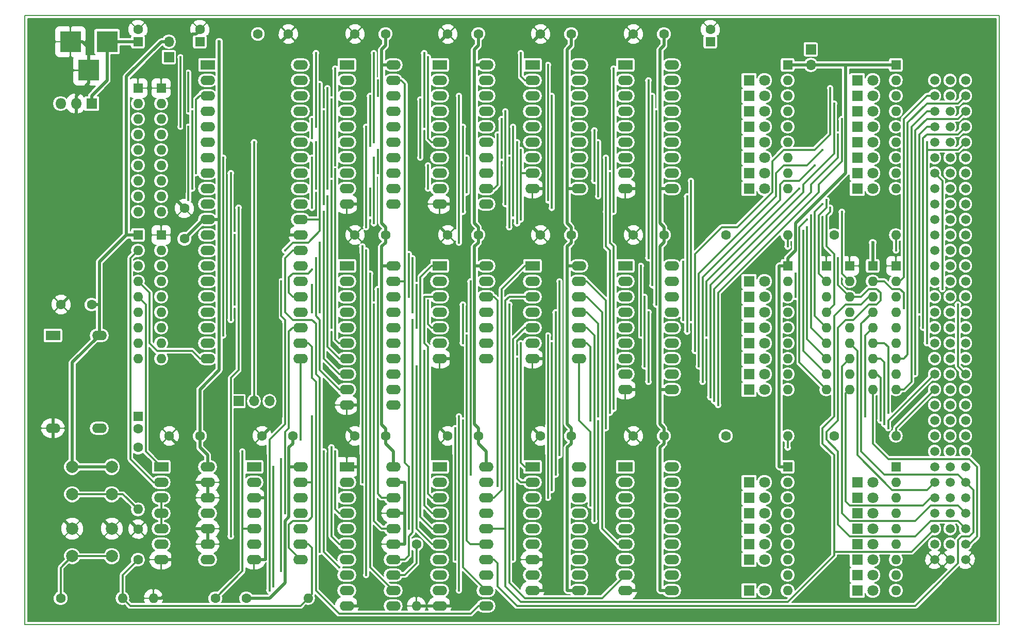
<source format=gbr>
G04 #@! TF.FileFunction,Copper,L2,Bot,Signal*
%FSLAX46Y46*%
G04 Gerber Fmt 4.6, Leading zero omitted, Abs format (unit mm)*
G04 Created by KiCad (PCBNEW 4.0.7) date Sat Mar 24 13:18:22 2018*
%MOMM*%
%LPD*%
G01*
G04 APERTURE LIST*
%ADD10C,0.100000*%
%ADD11C,0.150000*%
%ADD12R,2.400000X1.600000*%
%ADD13O,2.400000X1.600000*%
%ADD14C,2.000000*%
%ADD15C,1.600000*%
%ADD16R,1.600000X1.600000*%
%ADD17R,1.800000X1.800000*%
%ADD18C,1.800000*%
%ADD19R,3.500000X3.500000*%
%ADD20C,1.501140*%
%ADD21C,5.000000*%
%ADD22O,1.600000X1.600000*%
%ADD23R,1.700000X1.700000*%
%ADD24O,1.700000X1.700000*%
%ADD25O,1.800000X1.800000*%
%ADD26C,0.600000*%
%ADD27C,0.400000*%
%ADD28C,0.500000*%
%ADD29C,0.300000*%
%ADD30C,0.200000*%
G04 APERTURE END LIST*
D10*
D11*
X0Y-100000000D02*
X0Y0D01*
X160000000Y-100000000D02*
X0Y-100000000D01*
X160000000Y0D02*
X160000000Y-100000000D01*
X0Y0D02*
X160000000Y0D01*
D12*
X52860000Y-74130000D03*
D13*
X60480000Y-96990000D03*
X52860000Y-76670000D03*
X60480000Y-94450000D03*
X52860000Y-79210000D03*
X60480000Y-91910000D03*
X52860000Y-81750000D03*
X60480000Y-89370000D03*
X52860000Y-84290000D03*
X60480000Y-86830000D03*
X52860000Y-86830000D03*
X60480000Y-84290000D03*
X52860000Y-89370000D03*
X60480000Y-81750000D03*
X52860000Y-91910000D03*
X60480000Y-79210000D03*
X52860000Y-94450000D03*
X60480000Y-76670000D03*
X52860000Y-96990000D03*
X60480000Y-74130000D03*
D14*
X7775000Y-88790000D03*
X7775000Y-84290000D03*
X14275000Y-88790000D03*
X14275000Y-84290000D03*
D12*
X4600000Y-52540000D03*
D13*
X12220000Y-67780000D03*
X4600000Y-67780000D03*
X12220000Y-52540000D03*
D15*
X104930000Y-69050000D03*
X99930000Y-69050000D03*
X89690000Y-69050000D03*
X84690000Y-69050000D03*
X74450000Y-36030000D03*
X69450000Y-36030000D03*
X89690000Y-3010000D03*
X84690000Y-3010000D03*
X104930000Y-3010000D03*
X99930000Y-3010000D03*
X104930000Y-36030000D03*
X99930000Y-36030000D03*
X89690000Y-36030000D03*
X84690000Y-36030000D03*
D16*
X18570000Y-4280000D03*
D15*
X18570000Y-2280000D03*
D16*
X28730000Y-4280000D03*
D15*
X28730000Y-2280000D03*
X38255000Y-3010000D03*
X43255000Y-3010000D03*
X26190000Y-36665000D03*
X26190000Y-31665000D03*
X59210000Y-69050000D03*
X54210000Y-69050000D03*
D16*
X18570000Y-65875000D03*
D15*
X18570000Y-67875000D03*
X43970000Y-69050000D03*
X38970000Y-69050000D03*
X18570000Y-89370000D03*
X18570000Y-84370000D03*
X74450000Y-69050000D03*
X69450000Y-69050000D03*
X59210000Y-3010000D03*
X54210000Y-3010000D03*
X74450000Y-3010000D03*
X69450000Y-3010000D03*
X59210000Y-36030000D03*
X54210000Y-36030000D03*
X10950000Y-47460000D03*
X5950000Y-47460000D03*
X28730000Y-69050000D03*
X23730000Y-69050000D03*
D17*
X136680000Y-76670000D03*
D18*
X139220000Y-76670000D03*
D17*
X136680000Y-79210000D03*
D18*
X139220000Y-79210000D03*
D17*
X136680000Y-81750000D03*
D18*
X139220000Y-81750000D03*
D17*
X136680000Y-84290000D03*
D18*
X139220000Y-84290000D03*
D17*
X136680000Y-86830000D03*
D18*
X139220000Y-86830000D03*
D17*
X136680000Y-89370000D03*
D18*
X139220000Y-89370000D03*
D17*
X136680000Y-91910000D03*
D18*
X139220000Y-91910000D03*
D17*
X136680000Y-94450000D03*
D18*
X139220000Y-94450000D03*
D17*
X118900000Y-76670000D03*
D18*
X121440000Y-76670000D03*
D17*
X118900000Y-79210000D03*
D18*
X121440000Y-79210000D03*
D17*
X118900000Y-81750000D03*
D18*
X121440000Y-81750000D03*
D17*
X118900000Y-84290000D03*
D18*
X121440000Y-84290000D03*
D17*
X118900000Y-86830000D03*
D18*
X121440000Y-86830000D03*
D17*
X118900000Y-89370000D03*
D18*
X121440000Y-89370000D03*
D17*
X118900000Y-10630000D03*
D18*
X121440000Y-10630000D03*
D17*
X118900000Y-13170000D03*
D18*
X121440000Y-13170000D03*
D17*
X118900000Y-15710000D03*
D18*
X121440000Y-15710000D03*
D17*
X118900000Y-18250000D03*
D18*
X121440000Y-18250000D03*
D17*
X118900000Y-20790000D03*
D18*
X121440000Y-20790000D03*
D17*
X118900000Y-23330000D03*
D18*
X121440000Y-23330000D03*
D17*
X118900000Y-25870000D03*
D18*
X121440000Y-25870000D03*
D17*
X118900000Y-28410000D03*
D18*
X121440000Y-28410000D03*
D17*
X136680000Y-10630000D03*
D18*
X139220000Y-10630000D03*
D17*
X136680000Y-13170000D03*
D18*
X139220000Y-13170000D03*
D17*
X136680000Y-15710000D03*
D18*
X139220000Y-15710000D03*
D17*
X136680000Y-18250000D03*
D18*
X139220000Y-18250000D03*
D17*
X136680000Y-20790000D03*
D18*
X139220000Y-20790000D03*
D17*
X136680000Y-23330000D03*
D18*
X139220000Y-23330000D03*
D17*
X136680000Y-25870000D03*
D18*
X139220000Y-25870000D03*
D17*
X136680000Y-28410000D03*
D18*
X139220000Y-28410000D03*
D17*
X118900000Y-43650000D03*
D18*
X121440000Y-43650000D03*
D17*
X118900000Y-46190000D03*
D18*
X121440000Y-46190000D03*
D17*
X118900000Y-48730000D03*
D18*
X121440000Y-48730000D03*
D17*
X118900000Y-51270000D03*
D18*
X121440000Y-51270000D03*
D17*
X118900000Y-53810000D03*
D18*
X121440000Y-53810000D03*
D17*
X118900000Y-56350000D03*
D18*
X121440000Y-56350000D03*
D17*
X118900000Y-58890000D03*
D18*
X121440000Y-58890000D03*
D17*
X118900000Y-61430000D03*
D18*
X121440000Y-61430000D03*
D19*
X13490000Y-4280000D03*
X7490000Y-4280000D03*
X10490000Y-8980000D03*
D20*
X154460000Y-10630000D03*
X154460000Y-13170000D03*
X154460000Y-18250000D03*
X154460000Y-15710000D03*
X154460000Y-20790000D03*
X154460000Y-23330000D03*
X154460000Y-25870000D03*
X154460000Y-28410000D03*
X154460000Y-30950000D03*
X154460000Y-33490000D03*
X154460000Y-36030000D03*
X154460000Y-38570000D03*
X154460000Y-41110000D03*
X154460000Y-43650000D03*
X154460000Y-46190000D03*
X154460000Y-48730000D03*
X154460000Y-51270000D03*
X154460000Y-53810000D03*
X154460000Y-56350000D03*
X154460000Y-58890000D03*
X154460000Y-61430000D03*
X154460000Y-63970000D03*
X154460000Y-66510000D03*
X154460000Y-69050000D03*
X154460000Y-71590000D03*
X154460000Y-74130000D03*
X154460000Y-76670000D03*
X154460000Y-79210000D03*
X154460000Y-81750000D03*
X154460000Y-84290000D03*
X154460000Y-86830000D03*
X154460000Y-89370000D03*
X151920000Y-89370000D03*
X151920000Y-86830000D03*
X151920000Y-84290000D03*
X151920000Y-81750000D03*
X151920000Y-79210000D03*
X151920000Y-76670000D03*
X151920000Y-74130000D03*
X151920000Y-71590000D03*
X151920000Y-69050000D03*
X151920000Y-66510000D03*
X151920000Y-63970000D03*
X151920000Y-61430000D03*
X151920000Y-58890000D03*
X151920000Y-56350000D03*
X151920000Y-53810000D03*
X151920000Y-51270000D03*
X151920000Y-48730000D03*
X151920000Y-46190000D03*
X151920000Y-43650000D03*
X151920000Y-41110000D03*
X151920000Y-38570000D03*
X151920000Y-36030000D03*
X151920000Y-33490000D03*
X151920000Y-30950000D03*
X151920000Y-28410000D03*
X151920000Y-25870000D03*
X151920000Y-23330000D03*
X151920000Y-20790000D03*
X151920000Y-15710000D03*
X151920000Y-18250000D03*
X151920000Y-13170000D03*
X151920000Y-10630000D03*
X149380000Y-10630000D03*
X149380000Y-13170000D03*
X149380000Y-18250000D03*
X149380000Y-15710000D03*
X149380000Y-20790000D03*
X149380000Y-23330000D03*
X149380000Y-25870000D03*
X149380000Y-28410000D03*
X149380000Y-30950000D03*
X149380000Y-33490000D03*
X149380000Y-36030000D03*
X149380000Y-38570000D03*
X149380000Y-41110000D03*
X149380000Y-43650000D03*
X149380000Y-46190000D03*
X149380000Y-48730000D03*
X149380000Y-51270000D03*
X149380000Y-53810000D03*
X149380000Y-56350000D03*
X149380000Y-58890000D03*
X149380000Y-61430000D03*
X149380000Y-63970000D03*
X149380000Y-66510000D03*
X149380000Y-69050000D03*
X149380000Y-71590000D03*
X149380000Y-74130000D03*
X149380000Y-76670000D03*
X149380000Y-79210000D03*
X149380000Y-81750000D03*
X149380000Y-84290000D03*
X149380000Y-86830000D03*
X149380000Y-89370000D03*
D21*
X157000000Y-94450000D03*
X157000000Y-5550000D03*
D15*
X115090000Y-36030000D03*
D22*
X125250000Y-36030000D03*
D15*
X132870000Y-69050000D03*
D22*
X143030000Y-69050000D03*
D15*
X115090000Y-69050000D03*
D22*
X125250000Y-69050000D03*
D15*
X132870000Y-36030000D03*
D22*
X143030000Y-36030000D03*
D15*
X18570000Y-70955000D03*
D22*
X18570000Y-81115000D03*
D15*
X31270000Y-95720000D03*
D22*
X21110000Y-95720000D03*
D15*
X36350000Y-95720000D03*
D22*
X46510000Y-95720000D03*
D15*
X5870000Y-95720000D03*
D22*
X16030000Y-95720000D03*
D14*
X7775000Y-78630000D03*
X7775000Y-74130000D03*
X14275000Y-78630000D03*
X14275000Y-74130000D03*
D12*
X83340000Y-41110000D03*
D13*
X90960000Y-56350000D03*
X83340000Y-43650000D03*
X90960000Y-53810000D03*
X83340000Y-46190000D03*
X90960000Y-51270000D03*
X83340000Y-48730000D03*
X90960000Y-48730000D03*
X83340000Y-51270000D03*
X90960000Y-46190000D03*
X83340000Y-53810000D03*
X90960000Y-43650000D03*
X83340000Y-56350000D03*
X90960000Y-41110000D03*
D12*
X98580000Y-74130000D03*
D13*
X106200000Y-94450000D03*
X98580000Y-76670000D03*
X106200000Y-91910000D03*
X98580000Y-79210000D03*
X106200000Y-89370000D03*
X98580000Y-81750000D03*
X106200000Y-86830000D03*
X98580000Y-84290000D03*
X106200000Y-84290000D03*
X98580000Y-86830000D03*
X106200000Y-81750000D03*
X98580000Y-89370000D03*
X106200000Y-79210000D03*
X98580000Y-91910000D03*
X106200000Y-76670000D03*
X98580000Y-94450000D03*
X106200000Y-74130000D03*
D12*
X68100000Y-41110000D03*
D13*
X75720000Y-56350000D03*
X68100000Y-43650000D03*
X75720000Y-53810000D03*
X68100000Y-46190000D03*
X75720000Y-51270000D03*
X68100000Y-48730000D03*
X75720000Y-48730000D03*
X68100000Y-51270000D03*
X75720000Y-46190000D03*
X68100000Y-53810000D03*
X75720000Y-43650000D03*
X68100000Y-56350000D03*
X75720000Y-41110000D03*
D12*
X83340000Y-74130000D03*
D13*
X90960000Y-94450000D03*
X83340000Y-76670000D03*
X90960000Y-91910000D03*
X83340000Y-79210000D03*
X90960000Y-89370000D03*
X83340000Y-81750000D03*
X90960000Y-86830000D03*
X83340000Y-84290000D03*
X90960000Y-84290000D03*
X83340000Y-86830000D03*
X90960000Y-81750000D03*
X83340000Y-89370000D03*
X90960000Y-79210000D03*
X83340000Y-91910000D03*
X90960000Y-76670000D03*
X83340000Y-94450000D03*
X90960000Y-74130000D03*
D12*
X83340000Y-8090000D03*
D13*
X90960000Y-28410000D03*
X83340000Y-10630000D03*
X90960000Y-25870000D03*
X83340000Y-13170000D03*
X90960000Y-23330000D03*
X83340000Y-15710000D03*
X90960000Y-20790000D03*
X83340000Y-18250000D03*
X90960000Y-18250000D03*
X83340000Y-20790000D03*
X90960000Y-15710000D03*
X83340000Y-23330000D03*
X90960000Y-13170000D03*
X83340000Y-25870000D03*
X90960000Y-10630000D03*
X83340000Y-28410000D03*
X90960000Y-8090000D03*
D12*
X98580000Y-8090000D03*
D13*
X106200000Y-28410000D03*
X98580000Y-10630000D03*
X106200000Y-25870000D03*
X98580000Y-13170000D03*
X106200000Y-23330000D03*
X98580000Y-15710000D03*
X106200000Y-20790000D03*
X98580000Y-18250000D03*
X106200000Y-18250000D03*
X98580000Y-20790000D03*
X106200000Y-15710000D03*
X98580000Y-23330000D03*
X106200000Y-13170000D03*
X98580000Y-25870000D03*
X106200000Y-10630000D03*
X98580000Y-28410000D03*
X106200000Y-8090000D03*
D12*
X98580000Y-41110000D03*
D13*
X106200000Y-61430000D03*
X98580000Y-43650000D03*
X106200000Y-58890000D03*
X98580000Y-46190000D03*
X106200000Y-56350000D03*
X98580000Y-48730000D03*
X106200000Y-53810000D03*
X98580000Y-51270000D03*
X106200000Y-51270000D03*
X98580000Y-53810000D03*
X106200000Y-48730000D03*
X98580000Y-56350000D03*
X106200000Y-46190000D03*
X98580000Y-58890000D03*
X106200000Y-43650000D03*
X98580000Y-61430000D03*
X106200000Y-41110000D03*
D12*
X37620000Y-74130000D03*
D13*
X45240000Y-89370000D03*
X37620000Y-76670000D03*
X45240000Y-86830000D03*
X37620000Y-79210000D03*
X45240000Y-84290000D03*
X37620000Y-81750000D03*
X45240000Y-81750000D03*
X37620000Y-84290000D03*
X45240000Y-79210000D03*
X37620000Y-86830000D03*
X45240000Y-76670000D03*
X37620000Y-89370000D03*
X45240000Y-74130000D03*
D12*
X68100000Y-74130000D03*
D13*
X75720000Y-96990000D03*
X68100000Y-76670000D03*
X75720000Y-94450000D03*
X68100000Y-79210000D03*
X75720000Y-91910000D03*
X68100000Y-81750000D03*
X75720000Y-89370000D03*
X68100000Y-84290000D03*
X75720000Y-86830000D03*
X68100000Y-86830000D03*
X75720000Y-84290000D03*
X68100000Y-89370000D03*
X75720000Y-81750000D03*
X68100000Y-91910000D03*
X75720000Y-79210000D03*
X68100000Y-94450000D03*
X75720000Y-76670000D03*
X68100000Y-96990000D03*
X75720000Y-74130000D03*
D12*
X52860000Y-8090000D03*
D13*
X60480000Y-30950000D03*
X52860000Y-10630000D03*
X60480000Y-28410000D03*
X52860000Y-13170000D03*
X60480000Y-25870000D03*
X52860000Y-15710000D03*
X60480000Y-23330000D03*
X52860000Y-18250000D03*
X60480000Y-20790000D03*
X52860000Y-20790000D03*
X60480000Y-18250000D03*
X52860000Y-23330000D03*
X60480000Y-15710000D03*
X52860000Y-25870000D03*
X60480000Y-13170000D03*
X52860000Y-28410000D03*
X60480000Y-10630000D03*
X52860000Y-30950000D03*
X60480000Y-8090000D03*
D12*
X68100000Y-8090000D03*
D13*
X75720000Y-30950000D03*
X68100000Y-10630000D03*
X75720000Y-28410000D03*
X68100000Y-13170000D03*
X75720000Y-25870000D03*
X68100000Y-15710000D03*
X75720000Y-23330000D03*
X68100000Y-18250000D03*
X75720000Y-20790000D03*
X68100000Y-20790000D03*
X75720000Y-18250000D03*
X68100000Y-23330000D03*
X75720000Y-15710000D03*
X68100000Y-25870000D03*
X75720000Y-13170000D03*
X68100000Y-28410000D03*
X75720000Y-10630000D03*
X68100000Y-30950000D03*
X75720000Y-8090000D03*
D12*
X30000000Y-8090000D03*
D13*
X45240000Y-56350000D03*
X30000000Y-10630000D03*
X45240000Y-53810000D03*
X30000000Y-13170000D03*
X45240000Y-51270000D03*
X30000000Y-15710000D03*
X45240000Y-48730000D03*
X30000000Y-18250000D03*
X45240000Y-46190000D03*
X30000000Y-20790000D03*
X45240000Y-43650000D03*
X30000000Y-23330000D03*
X45240000Y-41110000D03*
X30000000Y-25870000D03*
X45240000Y-38570000D03*
X30000000Y-28410000D03*
X45240000Y-36030000D03*
X30000000Y-30950000D03*
X45240000Y-33490000D03*
X30000000Y-33490000D03*
X45240000Y-30950000D03*
X30000000Y-36030000D03*
X45240000Y-28410000D03*
X30000000Y-38570000D03*
X45240000Y-25870000D03*
X30000000Y-41110000D03*
X45240000Y-23330000D03*
X30000000Y-43650000D03*
X45240000Y-20790000D03*
X30000000Y-46190000D03*
X45240000Y-18250000D03*
X30000000Y-48730000D03*
X45240000Y-15710000D03*
X30000000Y-51270000D03*
X45240000Y-13170000D03*
X30000000Y-53810000D03*
X45240000Y-10630000D03*
X30000000Y-56350000D03*
X45240000Y-8090000D03*
D12*
X52860000Y-41110000D03*
D13*
X60480000Y-63970000D03*
X52860000Y-43650000D03*
X60480000Y-61430000D03*
X52860000Y-46190000D03*
X60480000Y-58890000D03*
X52860000Y-48730000D03*
X60480000Y-56350000D03*
X52860000Y-51270000D03*
X60480000Y-53810000D03*
X52860000Y-53810000D03*
X60480000Y-51270000D03*
X52860000Y-56350000D03*
X60480000Y-48730000D03*
X52860000Y-58890000D03*
X60480000Y-46190000D03*
X52860000Y-61430000D03*
X60480000Y-43650000D03*
X52860000Y-63970000D03*
X60480000Y-41110000D03*
D12*
X22380000Y-74130000D03*
D13*
X30000000Y-89370000D03*
X22380000Y-76670000D03*
X30000000Y-86830000D03*
X22380000Y-79210000D03*
X30000000Y-84290000D03*
X22380000Y-81750000D03*
X30000000Y-81750000D03*
X22380000Y-84290000D03*
X30000000Y-79210000D03*
X22380000Y-86830000D03*
X30000000Y-76670000D03*
X22380000Y-89370000D03*
X30000000Y-74130000D03*
D23*
X35080000Y-63335000D03*
D24*
X37620000Y-63335000D03*
X40160000Y-63335000D03*
D16*
X143030000Y-74130000D03*
D22*
X143030000Y-76670000D03*
X143030000Y-79210000D03*
X143030000Y-81750000D03*
X143030000Y-84290000D03*
X143030000Y-86830000D03*
X143030000Y-89370000D03*
X143030000Y-91910000D03*
X143030000Y-94450000D03*
D16*
X125250000Y-74130000D03*
D22*
X125250000Y-76670000D03*
X125250000Y-79210000D03*
X125250000Y-81750000D03*
X125250000Y-84290000D03*
X125250000Y-86830000D03*
X125250000Y-89370000D03*
X125250000Y-91910000D03*
X125250000Y-94450000D03*
D16*
X125250000Y-8090000D03*
D22*
X125250000Y-10630000D03*
X125250000Y-13170000D03*
X125250000Y-15710000D03*
X125250000Y-18250000D03*
X125250000Y-20790000D03*
X125250000Y-23330000D03*
X125250000Y-25870000D03*
X125250000Y-28410000D03*
D16*
X143030000Y-8090000D03*
D22*
X143030000Y-10630000D03*
X143030000Y-13170000D03*
X143030000Y-15710000D03*
X143030000Y-18250000D03*
X143030000Y-20790000D03*
X143030000Y-23330000D03*
X143030000Y-25870000D03*
X143030000Y-28410000D03*
D16*
X125250000Y-41110000D03*
D22*
X125250000Y-43650000D03*
X125250000Y-46190000D03*
X125250000Y-48730000D03*
X125250000Y-51270000D03*
X125250000Y-53810000D03*
X125250000Y-56350000D03*
X125250000Y-58890000D03*
X125250000Y-61430000D03*
D16*
X139220000Y-41110000D03*
D22*
X139220000Y-43650000D03*
X139220000Y-46190000D03*
X139220000Y-48730000D03*
X139220000Y-51270000D03*
X139220000Y-53810000D03*
X139220000Y-56350000D03*
X139220000Y-58890000D03*
X139220000Y-61430000D03*
D16*
X131600000Y-41110000D03*
D22*
X131600000Y-43650000D03*
X131600000Y-46190000D03*
X131600000Y-48730000D03*
X131600000Y-51270000D03*
X131600000Y-53810000D03*
X131600000Y-56350000D03*
X131600000Y-58890000D03*
X131600000Y-61430000D03*
D16*
X135410000Y-41110000D03*
D22*
X135410000Y-43650000D03*
X135410000Y-46190000D03*
X135410000Y-48730000D03*
X135410000Y-51270000D03*
X135410000Y-53810000D03*
X135410000Y-56350000D03*
X135410000Y-58890000D03*
X135410000Y-61430000D03*
D16*
X143030000Y-41110000D03*
D22*
X143030000Y-43650000D03*
X143030000Y-46190000D03*
X143030000Y-48730000D03*
X143030000Y-51270000D03*
X143030000Y-53810000D03*
X143030000Y-56350000D03*
X143030000Y-58890000D03*
X143030000Y-61430000D03*
D23*
X23650000Y-6820000D03*
D24*
X23650000Y-4280000D03*
D17*
X118900000Y-94450000D03*
D18*
X121440000Y-94450000D03*
D16*
X112550000Y-4280000D03*
D15*
X112550000Y-2280000D03*
D16*
X18570000Y-11900000D03*
D22*
X18570000Y-14440000D03*
X18570000Y-16980000D03*
X18570000Y-19520000D03*
X18570000Y-22060000D03*
X18570000Y-24600000D03*
X18570000Y-27140000D03*
X18570000Y-29680000D03*
X18570000Y-32220000D03*
D16*
X22380000Y-11900000D03*
D22*
X22380000Y-14440000D03*
X22380000Y-16980000D03*
X22380000Y-19520000D03*
X22380000Y-22060000D03*
X22380000Y-24600000D03*
X22380000Y-27140000D03*
X22380000Y-29680000D03*
X22380000Y-32220000D03*
D16*
X18570000Y-36030000D03*
D22*
X18570000Y-38570000D03*
X18570000Y-41110000D03*
X18570000Y-43650000D03*
X18570000Y-46190000D03*
X18570000Y-48730000D03*
X18570000Y-51270000D03*
X18570000Y-53810000D03*
X18570000Y-56350000D03*
D16*
X22380000Y-36030000D03*
D22*
X22380000Y-38570000D03*
X22380000Y-41110000D03*
X22380000Y-43650000D03*
X22380000Y-46190000D03*
X22380000Y-48730000D03*
X22380000Y-51270000D03*
X22380000Y-53810000D03*
X22380000Y-56350000D03*
D21*
X8410000Y-31100000D03*
D17*
X10950000Y-14440000D03*
D25*
X8410000Y-14440000D03*
X5870000Y-14440000D03*
D23*
X129060000Y-5550000D03*
D24*
X129060000Y-8090000D03*
D15*
X64290000Y-86830000D03*
D22*
X64290000Y-96990000D03*
D26*
X31905000Y-4280000D03*
X139220000Y-37300000D03*
X105565000Y-72225000D03*
X122964000Y-72225000D03*
X103025000Y-72225000D03*
X122964000Y-39205000D03*
X54765000Y-81750000D03*
X100485000Y-39205000D03*
D27*
X51590000Y-90640000D03*
X49050000Y-71590000D03*
X37620000Y-20790000D03*
X144300000Y-48095000D03*
X153190000Y-47460000D03*
X108105000Y-50000000D03*
X108105000Y-40475000D03*
X126520000Y-42380000D03*
X126520000Y-46190000D03*
X80165000Y-89370000D03*
X71910000Y-66510000D03*
X137950000Y-65875000D03*
X92865000Y-66510000D03*
X141760000Y-65240000D03*
X71275000Y-94450000D03*
X71275000Y-65875000D03*
X94135000Y-65875000D03*
X95405000Y-67780000D03*
X70640000Y-67780000D03*
X70640000Y-89370000D03*
X141125000Y-67145000D03*
X64925000Y-67145000D03*
X140490000Y-66510000D03*
X125250000Y-37935000D03*
X55400000Y-37935000D03*
X55400000Y-76670000D03*
X50955000Y-71590000D03*
X141760000Y-67780000D03*
X125250000Y-70955000D03*
X50320000Y-70955000D03*
X56035000Y-91910000D03*
X143030000Y-38570000D03*
X56035000Y-38570000D03*
X131600000Y-30315000D03*
X85880000Y-8090000D03*
X85880000Y-30315000D03*
X150650000Y-44920000D03*
X81435000Y-6185000D03*
X65560000Y-6185000D03*
X65560000Y-18250000D03*
X132235000Y-31585000D03*
X86515000Y-13170000D03*
X86515000Y-31585000D03*
X64925000Y-23330000D03*
X64925000Y-13805000D03*
X130965000Y-30950000D03*
X78895000Y-30950000D03*
X78895000Y-15710000D03*
X78895000Y-24600000D03*
X66195000Y-24600000D03*
X66195000Y-28410000D03*
X129060000Y-32855000D03*
X80165000Y-18250000D03*
X80165000Y-32855000D03*
X56670000Y-32855000D03*
X56670000Y-28410000D03*
X128425000Y-34760000D03*
X80800000Y-20790000D03*
X80800000Y-34125000D03*
X57305000Y-34125000D03*
X57305000Y-23330000D03*
X127790000Y-35395000D03*
X79530000Y-23330000D03*
X79530000Y-34760000D03*
X56035000Y-34760000D03*
X56035000Y-18250000D03*
X128425000Y-33490000D03*
X56670000Y-13170000D03*
X56670000Y-21425000D03*
X81435000Y-22060000D03*
X81435000Y-33490000D03*
X96675000Y-32220000D03*
X96675000Y-8725000D03*
X134140000Y-32220000D03*
X102390000Y-39840000D03*
X102390000Y-10630000D03*
X133505000Y-39840000D03*
X78260000Y-16980000D03*
X78260000Y-23330000D03*
X103025000Y-44285000D03*
X103025000Y-13170000D03*
X103660000Y-47460000D03*
X103660000Y-15710000D03*
X77625000Y-19520000D03*
X93500000Y-27140000D03*
X93500000Y-18885000D03*
X109375000Y-50000000D03*
X109375000Y-27140000D03*
X108740000Y-29680000D03*
X108740000Y-51905000D03*
X94135000Y-20790000D03*
X94135000Y-29680000D03*
X72545000Y-23330000D03*
X72545000Y-29045000D03*
X96040000Y-65240000D03*
X95405000Y-23330000D03*
X71910000Y-32220000D03*
X71910000Y-18250000D03*
X95405000Y-32220000D03*
X96675000Y-64605000D03*
X96040000Y-37300000D03*
X71275000Y-37300000D03*
X71275000Y-13170000D03*
X96040000Y-25870000D03*
X110010000Y-55080000D03*
X101120000Y-52540000D03*
X101120000Y-41110000D03*
X132235000Y-11900000D03*
X63020000Y-39205000D03*
X63020000Y-46190000D03*
X63655000Y-48730000D03*
X63655000Y-39840000D03*
X110645000Y-57620000D03*
X101755000Y-57620000D03*
X101755000Y-46190000D03*
X130965000Y-22060000D03*
X64290000Y-44285000D03*
X64290000Y-51270000D03*
X146840000Y-48730000D03*
X129695000Y-24600000D03*
X102390000Y-48730000D03*
X102390000Y-60160000D03*
X111280000Y-60160000D03*
X147475000Y-51270000D03*
X111915000Y-52540000D03*
X148110000Y-20790000D03*
X127155000Y-28410000D03*
X148110000Y-53810000D03*
X132870000Y-14440000D03*
X112550000Y-62700000D03*
X133505000Y-19520000D03*
X113185000Y-63335000D03*
X146205000Y-58890000D03*
X134140000Y-16980000D03*
X113820000Y-63970000D03*
X40795000Y-93815000D03*
X40795000Y-74130000D03*
X87150000Y-75400000D03*
X87150000Y-48730000D03*
X81435000Y-53810000D03*
X79530000Y-47460000D03*
X35715000Y-71590000D03*
X57940000Y-44920000D03*
X66195000Y-46825000D03*
X47145000Y-48730000D03*
X47145000Y-44285000D03*
X47145000Y-41745000D03*
X56670000Y-42380000D03*
X42065000Y-43650000D03*
X40160000Y-86830000D03*
X40160000Y-94450000D03*
X57305000Y-47460000D03*
X71910000Y-53810000D03*
X71910000Y-47460000D03*
X63655000Y-50000000D03*
X63020000Y-84290000D03*
X63020000Y-74130000D03*
X80800000Y-56350000D03*
X73180000Y-75400000D03*
X73180000Y-43650000D03*
X85880000Y-79210000D03*
X85880000Y-52540000D03*
X77625000Y-77305000D03*
X92865000Y-80480000D03*
X87785000Y-43650000D03*
X87785000Y-72225000D03*
X93500000Y-83020000D03*
X86515000Y-53810000D03*
X86515000Y-77940000D03*
X33810000Y-85560000D03*
X35080000Y-31585000D03*
X47145000Y-65875000D03*
X26825000Y-15710000D03*
X26825000Y-9360000D03*
X57940000Y-13170000D03*
X57940000Y-10630000D03*
X25555000Y-18250000D03*
X25555000Y-6820000D03*
X66195000Y-6820000D03*
X50955000Y-8725000D03*
X50955000Y-24600000D03*
X49685000Y-11900000D03*
X49685000Y-28410000D03*
X28095000Y-25870000D03*
X50320000Y-13805000D03*
X50320000Y-26505000D03*
X47145000Y-20155000D03*
X47145000Y-16980000D03*
X27460000Y-15710000D03*
X27460000Y-28410000D03*
X26825000Y-18250000D03*
X26825000Y-30315000D03*
X47780000Y-18250000D03*
X47780000Y-6185000D03*
X57305000Y-6185000D03*
X57305000Y-20790000D03*
X57940000Y-22060000D03*
X57940000Y-25870000D03*
X47145000Y-31585000D03*
X47145000Y-23330000D03*
X47780000Y-28410000D03*
X47780000Y-20790000D03*
X49050000Y-15710000D03*
X49050000Y-30950000D03*
X42700000Y-38570000D03*
X48415000Y-11265000D03*
X72545000Y-52540000D03*
X64290000Y-57620000D03*
X45240000Y-69685000D03*
X42065000Y-72860000D03*
X42065000Y-91275000D03*
X48415000Y-62065000D03*
X48415000Y-88100000D03*
X47145000Y-59525000D03*
X65560000Y-55080000D03*
X42700000Y-81750000D03*
X43335000Y-61430000D03*
X34445000Y-47460000D03*
X34445000Y-36030000D03*
X48415000Y-48730000D03*
X48415000Y-37300000D03*
X33810000Y-50000000D03*
X33810000Y-25870000D03*
X50320000Y-51270000D03*
X50320000Y-27140000D03*
X32540000Y-52540000D03*
X32540000Y-23330000D03*
X50955000Y-25235000D03*
X49685000Y-29680000D03*
X49050000Y-32220000D03*
X47780000Y-39840000D03*
D28*
X59210000Y-69050000D02*
X59210000Y-70320000D01*
X60480000Y-71590000D02*
X60480000Y-74130000D01*
X59210000Y-70320000D02*
X60480000Y-71590000D01*
X104930000Y-69050000D02*
X104930000Y-70320000D01*
X104295000Y-94450000D02*
X106200000Y-94450000D01*
X104295000Y-70955000D02*
X104295000Y-94450000D01*
X104930000Y-70320000D02*
X104295000Y-70955000D01*
X104930000Y-67780000D02*
X104295000Y-67145000D01*
X104295000Y-61430000D02*
X104295000Y-67145000D01*
X104930000Y-67780000D02*
X104930000Y-69050000D01*
X89690000Y-69050000D02*
X89690000Y-67780000D01*
X89690000Y-67780000D02*
X89055000Y-67145000D01*
X89055000Y-67145000D02*
X89055000Y-41110000D01*
X89690000Y-69050000D02*
X89690000Y-70320000D01*
X89055000Y-70955000D02*
X89055000Y-94450000D01*
X89055000Y-94450000D02*
X90960000Y-94450000D01*
X89690000Y-70320000D02*
X89055000Y-70955000D01*
X74450000Y-69050000D02*
X74450000Y-67780000D01*
X73815000Y-67145000D02*
X73815000Y-41110000D01*
X74450000Y-67780000D02*
X73815000Y-67145000D01*
X74450000Y-69050000D02*
X74450000Y-70320000D01*
X75720000Y-71590000D02*
X75720000Y-74130000D01*
X74450000Y-70320000D02*
X75720000Y-71590000D01*
X59210000Y-69050000D02*
X59210000Y-67839998D01*
X58575000Y-67204998D02*
X58575000Y-41745000D01*
X59210000Y-67839998D02*
X58575000Y-67204998D01*
X43970000Y-69050000D02*
X43970000Y-70320000D01*
X43335000Y-70955000D02*
X43335000Y-73495000D01*
X43970000Y-70320000D02*
X43335000Y-70955000D01*
X28730000Y-69050000D02*
X28730000Y-70955000D01*
X30000000Y-72225000D02*
X30000000Y-74130000D01*
X28730000Y-70955000D02*
X30000000Y-72225000D01*
X104930000Y-36030000D02*
X104930000Y-37240002D01*
X104295000Y-37875002D02*
X104295000Y-61430000D01*
X104930000Y-37240002D02*
X104295000Y-37875002D01*
X104930000Y-36030000D02*
X104930000Y-34760000D01*
X104295000Y-34125000D02*
X104295000Y-28410000D01*
X104930000Y-34760000D02*
X104295000Y-34125000D01*
X89690000Y-36030000D02*
X89690000Y-37300000D01*
X89055000Y-37935000D02*
X89055000Y-41110000D01*
X89690000Y-37300000D02*
X89055000Y-37935000D01*
X89690000Y-36030000D02*
X89690000Y-34760000D01*
X89055000Y-34125000D02*
X89055000Y-28410000D01*
X89690000Y-34760000D02*
X89055000Y-34125000D01*
X74450000Y-36030000D02*
X74450000Y-35395000D01*
X74450000Y-35395000D02*
X74450000Y-34760000D01*
X73815000Y-34125000D02*
X73815000Y-8090000D01*
X74450000Y-34760000D02*
X73815000Y-34125000D01*
X74450000Y-36030000D02*
X74450000Y-37300000D01*
X74450000Y-37300000D02*
X73815000Y-37935000D01*
X73815000Y-37935000D02*
X73815000Y-41110000D01*
X59210000Y-36030000D02*
X59210000Y-34760000D01*
X58575000Y-34125000D02*
X58575000Y-8090000D01*
X59210000Y-34760000D02*
X58575000Y-34125000D01*
X59210000Y-36030000D02*
X59210000Y-37300000D01*
X59210000Y-37300000D02*
X58575000Y-37935000D01*
X58575000Y-37935000D02*
X58575000Y-41745000D01*
X104930000Y-3010000D02*
X104930000Y-4915000D01*
X104930000Y-4915000D02*
X104295000Y-5550000D01*
X104295000Y-5550000D02*
X104295000Y-28410000D01*
X89690000Y-3010000D02*
X89690000Y-4915000D01*
X89055000Y-5550000D02*
X89055000Y-28410000D01*
X89690000Y-4915000D02*
X89055000Y-5550000D01*
X74450000Y-3010000D02*
X74450000Y-4915000D01*
X73815000Y-5550000D02*
X73815000Y-8090000D01*
X74450000Y-4915000D02*
X73815000Y-5550000D01*
X59210000Y-3010000D02*
X59210000Y-4915000D01*
X59210000Y-4915000D02*
X58575000Y-5550000D01*
X58575000Y-5550000D02*
X58575000Y-8090000D01*
X10950000Y-47460000D02*
X12220000Y-47460000D01*
X7775000Y-56985000D02*
X12220000Y-52540000D01*
X7775000Y-74130000D02*
X14275000Y-74130000D01*
X7775000Y-74130000D02*
X7775000Y-56985000D01*
X16665000Y-36030000D02*
X16665000Y-9995000D01*
X22380000Y-4280000D02*
X23650000Y-4280000D01*
X16665000Y-9995000D02*
X22380000Y-4280000D01*
X30000000Y-33490000D02*
X29365000Y-33490000D01*
X29365000Y-33490000D02*
X26190000Y-36665000D01*
X18570000Y-36030000D02*
X16665000Y-36030000D01*
X16665000Y-36030000D02*
X12220000Y-40475000D01*
X12220000Y-52540000D02*
X12220000Y-47460000D01*
X12220000Y-47460000D02*
X12220000Y-40475000D01*
X31905000Y-33490000D02*
X31905000Y-58255000D01*
X28730000Y-61430000D02*
X28730000Y-69050000D01*
X31905000Y-58255000D02*
X28730000Y-61430000D01*
X40160000Y-95720000D02*
X42700000Y-93180000D01*
X42700000Y-93180000D02*
X42700000Y-83020000D01*
X42700000Y-83020000D02*
X43335000Y-82385000D01*
X40160000Y-95720000D02*
X36350000Y-95720000D01*
X43335000Y-73495000D02*
X43335000Y-82385000D01*
X31905000Y-33490000D02*
X31905000Y-4280000D01*
X31905000Y-33490000D02*
X30000000Y-33490000D01*
X90960000Y-41110000D02*
X89055000Y-41110000D01*
X106200000Y-28410000D02*
X104295000Y-28410000D01*
X139220000Y-37300000D02*
X139220000Y-41110000D01*
X104295000Y-61430000D02*
X106200000Y-61430000D01*
X45240000Y-74130000D02*
X43335000Y-74130000D01*
X43335000Y-74130000D02*
X43335000Y-73495000D01*
X90960000Y-28410000D02*
X89055000Y-28410000D01*
X75720000Y-41110000D02*
X73815000Y-41110000D01*
X75720000Y-8090000D02*
X73815000Y-8090000D01*
X58575000Y-41110000D02*
X58575000Y-41745000D01*
X60480000Y-41110000D02*
X58575000Y-41110000D01*
X58575000Y-8090000D02*
X60480000Y-8090000D01*
X122964000Y-72225000D02*
X105565000Y-72225000D01*
X64290000Y-96990000D02*
X68100000Y-96990000D01*
X100485000Y-72225000D02*
X103025000Y-72225000D01*
X122964000Y-72225000D02*
X122964000Y-39205000D01*
X62385000Y-81750000D02*
X62385000Y-76670000D01*
X62385000Y-76670000D02*
X60480000Y-76670000D01*
X60480000Y-81750000D02*
X62385000Y-81750000D01*
X62385000Y-81750000D02*
X62385000Y-86830000D01*
X62385000Y-86830000D02*
X60480000Y-86830000D01*
X8410000Y-43650000D02*
X8410000Y-45000000D01*
X8410000Y-45000000D02*
X5950000Y-47460000D01*
X8410000Y-31100000D02*
X8410000Y-43650000D01*
X8410000Y-43650000D02*
X8410000Y-53175000D01*
X4600000Y-56985000D02*
X8410000Y-53175000D01*
X4600000Y-67780000D02*
X4600000Y-56985000D01*
X4600000Y-81115000D02*
X7775000Y-84290000D01*
X10950000Y-81115000D02*
X15315000Y-81115000D01*
X15315000Y-81115000D02*
X18570000Y-84370000D01*
X4600000Y-81115000D02*
X10950000Y-81115000D01*
X10950000Y-81115000D02*
X11100000Y-81115000D01*
X11100000Y-81115000D02*
X14275000Y-84290000D01*
X97945000Y-67145000D02*
X98025000Y-67145000D01*
X98025000Y-67145000D02*
X99930000Y-69050000D01*
X100485000Y-61430000D02*
X100485000Y-67145000D01*
X100485000Y-94450000D02*
X98580000Y-94450000D01*
X100485000Y-72225000D02*
X100485000Y-94450000D01*
X97945000Y-69685000D02*
X100485000Y-72225000D01*
X97945000Y-67145000D02*
X97945000Y-69685000D01*
X100485000Y-67145000D02*
X97945000Y-67145000D01*
X82705000Y-67145000D02*
X82785000Y-67145000D01*
X82785000Y-67145000D02*
X84690000Y-69050000D01*
X85245000Y-56350000D02*
X85245000Y-67145000D01*
X85245000Y-72225000D02*
X85245000Y-89370000D01*
X82705000Y-69685000D02*
X85245000Y-72225000D01*
X82705000Y-67145000D02*
X82705000Y-69685000D01*
X85245000Y-67145000D02*
X82705000Y-67145000D01*
X67465000Y-67145000D02*
X67545000Y-67145000D01*
X67545000Y-67145000D02*
X69450000Y-69050000D01*
X67465000Y-69685000D02*
X67465000Y-67145000D01*
X67465000Y-69685000D02*
X70005000Y-72225000D01*
X70005000Y-72225000D02*
X70005000Y-96990000D01*
X70005000Y-56350000D02*
X70005000Y-67145000D01*
X70005000Y-96990000D02*
X68100000Y-96990000D01*
X70005000Y-67145000D02*
X67465000Y-67145000D01*
X54210000Y-69050000D02*
X54130000Y-69050000D01*
X54130000Y-69050000D02*
X52225000Y-67145000D01*
X54765000Y-63970000D02*
X54765000Y-67145000D01*
X54765000Y-72225000D02*
X54765000Y-74130000D01*
X52225000Y-69685000D02*
X54765000Y-72225000D01*
X52225000Y-67145000D02*
X52225000Y-69685000D01*
X54765000Y-67145000D02*
X52225000Y-67145000D01*
X39525000Y-79210000D02*
X39525000Y-72225000D01*
X40795000Y-67145000D02*
X40795000Y-67225000D01*
X36985000Y-67145000D02*
X40795000Y-67145000D01*
X36985000Y-69685000D02*
X36985000Y-67145000D01*
X39525000Y-72225000D02*
X36985000Y-69685000D01*
X42065000Y-50635000D02*
X42065000Y-65955000D01*
X42065000Y-65955000D02*
X40795000Y-67225000D01*
X43335000Y-36030000D02*
X41430000Y-37935000D01*
X41430000Y-50000000D02*
X41430000Y-37935000D01*
X42065000Y-50635000D02*
X41430000Y-50000000D01*
X40795000Y-67225000D02*
X38970000Y-69050000D01*
X23730000Y-69050000D02*
X23730000Y-69130000D01*
X23730000Y-69130000D02*
X24920000Y-70320000D01*
X24920000Y-70320000D02*
X24920000Y-76670000D01*
X99930000Y-36030000D02*
X99850000Y-36030000D01*
X99850000Y-36030000D02*
X97945000Y-34125000D01*
X100485000Y-28410000D02*
X100485000Y-34125000D01*
X97945000Y-36665000D02*
X100485000Y-39205000D01*
X97945000Y-34125000D02*
X97945000Y-36665000D01*
X100485000Y-34125000D02*
X97945000Y-34125000D01*
X84690000Y-36030000D02*
X84610000Y-36030000D01*
X84610000Y-36030000D02*
X82705000Y-34125000D01*
X85245000Y-28410000D02*
X85245000Y-34125000D01*
X85245000Y-39205000D02*
X85245000Y-56350000D01*
X82705000Y-36665000D02*
X85245000Y-39205000D01*
X82705000Y-34125000D02*
X82705000Y-36665000D01*
X85245000Y-34125000D02*
X82705000Y-34125000D01*
X52225000Y-34125000D02*
X54765000Y-34125000D01*
X54130000Y-36030000D02*
X52225000Y-34125000D01*
X54765000Y-34125000D02*
X54765000Y-30950000D01*
X52225000Y-36665000D02*
X52225000Y-34125000D01*
X54765000Y-39205000D02*
X52225000Y-36665000D01*
X54210000Y-36030000D02*
X54130000Y-36030000D01*
X54765000Y-63970000D02*
X54765000Y-39205000D01*
X67465000Y-36665000D02*
X70005000Y-39205000D01*
X67465000Y-34125000D02*
X67465000Y-36665000D01*
X70005000Y-39205000D02*
X70005000Y-56350000D01*
X67465000Y-34125000D02*
X67545000Y-34125000D01*
X67545000Y-34125000D02*
X69450000Y-36030000D01*
X70005000Y-30950000D02*
X70005000Y-34125000D01*
X70005000Y-34125000D02*
X67465000Y-34125000D01*
X28730000Y-2280000D02*
X28730000Y-2375000D01*
X28730000Y-2375000D02*
X28095000Y-3010000D01*
X24920000Y-30395000D02*
X26190000Y-31665000D01*
X24920000Y-30315000D02*
X24920000Y-30395000D01*
X26190000Y-29045000D02*
X24920000Y-30315000D01*
X26190000Y-4280000D02*
X26190000Y-29045000D01*
X27460000Y-3010000D02*
X26190000Y-4280000D01*
X28095000Y-3010000D02*
X27460000Y-3010000D01*
X98580000Y-4280000D02*
X98580000Y-4915000D01*
X99850000Y-3010000D02*
X98580000Y-4280000D01*
X98580000Y-4915000D02*
X100485000Y-6820000D01*
X99930000Y-3010000D02*
X99850000Y-3010000D01*
X100485000Y-6820000D02*
X100485000Y-28410000D01*
X84690000Y-3010000D02*
X84610000Y-3010000D01*
X84610000Y-3010000D02*
X83340000Y-4280000D01*
X85245000Y-6820000D02*
X85245000Y-28410000D01*
X83340000Y-4915000D02*
X85245000Y-6820000D01*
X83340000Y-4280000D02*
X83340000Y-4915000D01*
X69450000Y-3010000D02*
X69370000Y-3010000D01*
X69370000Y-3010000D02*
X68100000Y-4280000D01*
X70005000Y-6820000D02*
X70005000Y-30950000D01*
X68100000Y-4915000D02*
X70005000Y-6820000D01*
X68100000Y-4280000D02*
X68100000Y-4915000D01*
X54130000Y-3010000D02*
X52860000Y-4280000D01*
X54765000Y-6820000D02*
X54765000Y-30950000D01*
X52860000Y-4915000D02*
X54765000Y-6820000D01*
X52860000Y-4280000D02*
X52860000Y-4915000D01*
X43255000Y-3010000D02*
X43255000Y-3090000D01*
X43255000Y-3090000D02*
X42065000Y-4280000D01*
X43335000Y-36030000D02*
X43335000Y-6185000D01*
X42065000Y-4915000D02*
X43335000Y-6185000D01*
X42065000Y-4280000D02*
X42065000Y-4915000D01*
X54210000Y-3010000D02*
X54210000Y-3090000D01*
X8410000Y-31100000D02*
X8410000Y-14440000D01*
X4600000Y-67780000D02*
X4600000Y-81115000D01*
X83340000Y-89370000D02*
X85245000Y-89370000D01*
X85245000Y-89370000D02*
X85245000Y-94450000D01*
X85245000Y-94450000D02*
X83340000Y-94450000D01*
X30000000Y-84290000D02*
X24285000Y-84290000D01*
X30000000Y-76670000D02*
X24920000Y-76670000D01*
X24920000Y-76670000D02*
X24285000Y-76670000D01*
X37620000Y-79210000D02*
X39525000Y-79210000D01*
X39525000Y-89370000D02*
X39525000Y-79210000D01*
X39525000Y-89370000D02*
X37620000Y-89370000D01*
X10490000Y-8980000D02*
X10490000Y-11090000D01*
X10490000Y-11090000D02*
X8410000Y-13170000D01*
X8410000Y-13170000D02*
X8410000Y-14440000D01*
X45240000Y-36030000D02*
X43335000Y-36030000D01*
X83340000Y-56350000D02*
X85245000Y-56350000D01*
X98580000Y-61430000D02*
X100485000Y-61430000D01*
X30000000Y-79210000D02*
X30000000Y-76670000D01*
X30000000Y-84290000D02*
X30000000Y-86830000D01*
X98580000Y-28410000D02*
X100485000Y-28410000D01*
X83340000Y-28410000D02*
X85245000Y-28410000D01*
X70005000Y-30950000D02*
X68100000Y-30950000D01*
X10490000Y-8630000D02*
X10490000Y-8980000D01*
X22380000Y-89370000D02*
X24285000Y-89370000D01*
X21110000Y-95720000D02*
X22380000Y-95720000D01*
X24285000Y-93815000D02*
X24285000Y-89370000D01*
X22380000Y-95720000D02*
X24285000Y-93815000D01*
X10490000Y-8980000D02*
X10490000Y-5280000D01*
X10490000Y-5280000D02*
X9490000Y-4280000D01*
X9490000Y-4280000D02*
X7490000Y-4280000D01*
X9680000Y-8980000D02*
X10490000Y-8980000D01*
X100485000Y-61430000D02*
X100485000Y-39205000D01*
X68100000Y-56350000D02*
X70005000Y-56350000D01*
X54765000Y-74130000D02*
X54765000Y-81750000D01*
X54765000Y-81750000D02*
X54765000Y-96990000D01*
X54765000Y-96990000D02*
X52860000Y-96990000D01*
X52860000Y-74130000D02*
X54765000Y-74130000D01*
X52860000Y-63970000D02*
X54765000Y-63970000D01*
X52860000Y-30950000D02*
X54765000Y-30950000D01*
X24285000Y-89370000D02*
X24285000Y-84290000D01*
X24285000Y-84290000D02*
X24285000Y-76670000D01*
D29*
X64290000Y-86830000D02*
X64290000Y-90005000D01*
X62385000Y-91910000D02*
X60480000Y-91910000D01*
X64290000Y-90005000D02*
X62385000Y-91910000D01*
X49050000Y-88100000D02*
X51590000Y-90640000D01*
X49050000Y-71590000D02*
X49050000Y-88100000D01*
X37620000Y-63335000D02*
X37620000Y-20790000D01*
X83340000Y-41110000D02*
X82070000Y-41110000D01*
X76990000Y-79210000D02*
X78260000Y-77940000D01*
X78260000Y-77940000D02*
X78260000Y-44920000D01*
X78260000Y-44920000D02*
X82070000Y-41110000D01*
X76990000Y-79210000D02*
X75720000Y-79210000D01*
X143665000Y-44920000D02*
X142395000Y-44920000D01*
X142395000Y-44920000D02*
X141125000Y-43650000D01*
X141125000Y-43650000D02*
X139220000Y-43650000D01*
X153190000Y-57620000D02*
X154460000Y-58890000D01*
X153190000Y-57620000D02*
X153190000Y-47460000D01*
X144300000Y-48095000D02*
X144300000Y-45555000D01*
X144300000Y-45555000D02*
X143665000Y-44920000D01*
X108105000Y-40475000D02*
X108105000Y-50000000D01*
X126520000Y-46190000D02*
X126520000Y-42380000D01*
X149380000Y-84290000D02*
X145570000Y-88100000D01*
X145570000Y-88100000D02*
X132870000Y-88100000D01*
X125250000Y-96355000D02*
X132870000Y-88735000D01*
X81435000Y-96355000D02*
X125250000Y-96355000D01*
X78895000Y-93815000D02*
X81435000Y-96355000D01*
X78895000Y-84290000D02*
X78895000Y-93815000D01*
X132870000Y-65875000D02*
X130965000Y-67780000D01*
X130965000Y-67780000D02*
X130965000Y-70320000D01*
X130965000Y-70320000D02*
X132870000Y-72225000D01*
X137315000Y-47460000D02*
X138585000Y-46190000D01*
X137315000Y-47460000D02*
X134775000Y-47460000D01*
X132870000Y-49365000D02*
X132870000Y-65875000D01*
X134775000Y-47460000D02*
X132870000Y-49365000D01*
X132870000Y-88735000D02*
X132870000Y-88100000D01*
X132870000Y-88100000D02*
X132870000Y-72225000D01*
X139220000Y-46190000D02*
X138585000Y-46190000D01*
X78895000Y-84290000D02*
X78895000Y-46825000D01*
X79530000Y-46190000D02*
X83340000Y-46190000D01*
X78895000Y-46825000D02*
X79530000Y-46190000D01*
X75720000Y-84290000D02*
X78895000Y-84290000D01*
X80165000Y-53175000D02*
X82070000Y-51270000D01*
X80165000Y-53175000D02*
X80165000Y-89370000D01*
X82070000Y-51270000D02*
X83340000Y-51270000D01*
X146205000Y-96990000D02*
X153190000Y-90005000D01*
X76990000Y-89370000D02*
X77625000Y-90005000D01*
X77625000Y-90005000D02*
X77625000Y-93815000D01*
X77625000Y-93815000D02*
X80800000Y-96990000D01*
X80800000Y-96990000D02*
X146205000Y-96990000D01*
X154460000Y-76670000D02*
X155730000Y-77940000D01*
X76990000Y-89370000D02*
X75720000Y-89370000D01*
X155730000Y-84925000D02*
X155730000Y-77940000D01*
X155095000Y-85560000D02*
X155730000Y-84925000D01*
X153825000Y-85560000D02*
X155095000Y-85560000D01*
X153190000Y-86195000D02*
X153825000Y-85560000D01*
X153190000Y-90005000D02*
X153190000Y-86195000D01*
X137315000Y-50635000D02*
X137315000Y-71590000D01*
X139220000Y-48730000D02*
X137315000Y-50635000D01*
X153190000Y-75400000D02*
X154460000Y-76670000D01*
X141125000Y-75400000D02*
X153190000Y-75400000D01*
X137315000Y-71590000D02*
X141125000Y-75400000D01*
X75720000Y-94450000D02*
X71910000Y-90640000D01*
X71910000Y-90640000D02*
X71910000Y-66510000D01*
X90960000Y-53810000D02*
X92230000Y-53810000D01*
X137950000Y-52540000D02*
X137950000Y-65875000D01*
X139220000Y-51270000D02*
X137950000Y-52540000D01*
X92865000Y-54445000D02*
X92865000Y-66510000D01*
X92230000Y-53810000D02*
X92865000Y-54445000D01*
X141760000Y-54445000D02*
X141125000Y-53810000D01*
X141760000Y-65240000D02*
X141760000Y-54445000D01*
X141125000Y-53810000D02*
X139220000Y-53810000D01*
X71275000Y-94450000D02*
X71275000Y-65875000D01*
X92230000Y-48730000D02*
X94135000Y-50635000D01*
X94135000Y-50635000D02*
X94135000Y-65875000D01*
X92230000Y-48730000D02*
X90960000Y-48730000D01*
X90960000Y-43650000D02*
X92230000Y-43650000D01*
X95405000Y-46825000D02*
X95405000Y-67780000D01*
X92230000Y-43650000D02*
X95405000Y-46825000D01*
X70640000Y-89370000D02*
X70640000Y-67780000D01*
X141125000Y-67145000D02*
X141125000Y-56950000D01*
X140525000Y-56350000D02*
X139220000Y-56350000D01*
X141125000Y-56950000D02*
X140525000Y-56350000D01*
X139220000Y-58890000D02*
X139855000Y-58890000D01*
X139855000Y-58890000D02*
X140490000Y-59525000D01*
X140490000Y-59525000D02*
X140490000Y-66510000D01*
X68100000Y-84290000D02*
X66830000Y-84290000D01*
X64925000Y-82385000D02*
X64925000Y-67145000D01*
X66830000Y-84290000D02*
X64925000Y-82385000D01*
X66795000Y-41110000D02*
X68100000Y-41110000D01*
X64925000Y-42980000D02*
X66795000Y-41110000D01*
X64925000Y-67145000D02*
X64925000Y-42980000D01*
X156365000Y-74130000D02*
X156365000Y-85560000D01*
X139220000Y-70320000D02*
X141760000Y-72860000D01*
X141760000Y-72860000D02*
X155095000Y-72860000D01*
X155095000Y-72860000D02*
X156365000Y-74130000D01*
X139220000Y-61430000D02*
X139220000Y-70320000D01*
X156365000Y-85560000D02*
X155095000Y-86830000D01*
X155095000Y-86830000D02*
X154460000Y-86830000D01*
X68100000Y-46190000D02*
X65560000Y-46190000D01*
X66830000Y-79210000D02*
X68100000Y-79210000D01*
X66195000Y-78575000D02*
X66830000Y-79210000D01*
X66195000Y-54445000D02*
X66195000Y-78575000D01*
X65560000Y-53810000D02*
X66195000Y-54445000D01*
X65560000Y-46190000D02*
X65560000Y-53810000D01*
X125250000Y-37935000D02*
X125250000Y-36030000D01*
X55400000Y-76670000D02*
X55400000Y-37935000D01*
X51590000Y-81750000D02*
X50955000Y-81115000D01*
X50955000Y-81115000D02*
X50955000Y-71590000D01*
X52860000Y-81750000D02*
X51590000Y-81750000D01*
X143030000Y-67780000D02*
X143030000Y-69050000D01*
X149380000Y-61430000D02*
X143030000Y-67780000D01*
X141760000Y-66510000D02*
X149380000Y-58890000D01*
X141760000Y-67780000D02*
X141760000Y-66510000D01*
X125250000Y-69050000D02*
X125250000Y-70955000D01*
X52860000Y-86830000D02*
X51590000Y-86830000D01*
X50320000Y-85560000D02*
X50320000Y-70955000D01*
X51590000Y-86830000D02*
X50320000Y-85560000D01*
X143030000Y-36030000D02*
X143030000Y-38570000D01*
X56035000Y-91910000D02*
X56035000Y-38570000D01*
X130330000Y-32855000D02*
X131600000Y-31585000D01*
X130330000Y-42380000D02*
X130330000Y-32855000D01*
X131600000Y-43650000D02*
X130330000Y-42380000D01*
X131600000Y-31585000D02*
X131600000Y-30315000D01*
X85880000Y-8090000D02*
X85880000Y-30315000D01*
X150650000Y-27140000D02*
X150650000Y-44920000D01*
X150650000Y-27140000D02*
X149380000Y-25870000D01*
X83340000Y-10630000D02*
X82070000Y-10630000D01*
X81435000Y-9995000D02*
X82070000Y-10630000D01*
X81435000Y-9995000D02*
X81435000Y-6185000D01*
X65560000Y-18250000D02*
X65560000Y-6185000D01*
X131600000Y-32855000D02*
X132235000Y-32220000D01*
X132870000Y-47460000D02*
X132870000Y-39205000D01*
X132870000Y-39205000D02*
X131600000Y-37935000D01*
X131600000Y-37935000D02*
X131600000Y-32855000D01*
X131600000Y-48730000D02*
X132870000Y-47460000D01*
X132235000Y-32220000D02*
X132235000Y-31585000D01*
X86515000Y-13170000D02*
X86515000Y-31585000D01*
X64925000Y-23330000D02*
X64925000Y-13805000D01*
X130965000Y-30950000D02*
X129695000Y-32220000D01*
X129695000Y-49365000D02*
X129695000Y-32220000D01*
X129695000Y-49365000D02*
X131600000Y-51270000D01*
X78895000Y-24600000D02*
X78895000Y-30950000D01*
X78895000Y-24600000D02*
X78895000Y-15710000D01*
X66195000Y-28410000D02*
X66195000Y-24600000D01*
X131600000Y-53810000D02*
X129060000Y-51270000D01*
X129060000Y-51270000D02*
X129060000Y-32855000D01*
X80165000Y-32855000D02*
X80165000Y-18250000D01*
X56670000Y-28410000D02*
X56670000Y-32855000D01*
X131600000Y-56350000D02*
X128425000Y-53175000D01*
X128425000Y-53175000D02*
X128425000Y-34760000D01*
X80800000Y-34125000D02*
X80800000Y-20790000D01*
X57305000Y-23330000D02*
X57305000Y-34125000D01*
X131600000Y-58890000D02*
X127790000Y-55080000D01*
X127790000Y-55080000D02*
X127790000Y-35395000D01*
X79530000Y-34760000D02*
X79530000Y-23330000D01*
X56035000Y-18250000D02*
X56035000Y-34760000D01*
X128425000Y-33490000D02*
X127155000Y-34760000D01*
X127155000Y-56985000D02*
X131600000Y-61430000D01*
X127155000Y-56985000D02*
X127155000Y-34760000D01*
X81435000Y-25870000D02*
X83340000Y-25870000D01*
X81435000Y-33490000D02*
X81435000Y-25870000D01*
X81435000Y-25870000D02*
X81435000Y-22060000D01*
X56670000Y-13170000D02*
X56670000Y-21425000D01*
X96675000Y-32220000D02*
X96675000Y-8725000D01*
X135410000Y-43650000D02*
X134140000Y-42380000D01*
X134140000Y-42380000D02*
X134140000Y-32220000D01*
X133505000Y-39840000D02*
X133505000Y-44285000D01*
X133505000Y-44285000D02*
X135410000Y-46190000D01*
X102390000Y-10630000D02*
X102390000Y-39840000D01*
X133505000Y-51270000D02*
X133505000Y-66510000D01*
X138585000Y-47460000D02*
X136045000Y-50000000D01*
X136045000Y-50000000D02*
X134775000Y-50000000D01*
X134775000Y-50000000D02*
X133505000Y-51270000D01*
X135410000Y-46190000D02*
X137315000Y-46190000D01*
X140490000Y-46825000D02*
X139855000Y-47460000D01*
X140490000Y-45555000D02*
X140490000Y-46825000D01*
X139855000Y-44920000D02*
X140490000Y-45555000D01*
X138585000Y-44920000D02*
X139855000Y-44920000D01*
X137315000Y-46190000D02*
X138585000Y-44920000D01*
X139855000Y-47460000D02*
X138585000Y-47460000D01*
X153190000Y-83020000D02*
X154460000Y-84290000D01*
X148745000Y-83020000D02*
X153190000Y-83020000D01*
X146205000Y-85560000D02*
X148745000Y-83020000D01*
X135410000Y-85560000D02*
X146205000Y-85560000D01*
X133505000Y-83655000D02*
X135410000Y-85560000D01*
X133505000Y-71590000D02*
X133505000Y-83655000D01*
X131600000Y-69685000D02*
X133505000Y-71590000D01*
X131600000Y-68415000D02*
X131600000Y-69685000D01*
X133505000Y-66510000D02*
X131600000Y-68415000D01*
X78260000Y-23330000D02*
X78260000Y-16980000D01*
X103025000Y-44285000D02*
X103025000Y-13170000D01*
X103660000Y-47460000D02*
X103660000Y-15710000D01*
X75720000Y-28410000D02*
X77025000Y-28410000D01*
X77625000Y-27810000D02*
X77025000Y-28410000D01*
X77625000Y-19520000D02*
X77625000Y-27810000D01*
X93500000Y-18885000D02*
X93500000Y-27140000D01*
X109375000Y-27140000D02*
X109375000Y-50000000D01*
X136680000Y-72225000D02*
X142395000Y-77940000D01*
X135410000Y-53810000D02*
X136680000Y-55080000D01*
X136680000Y-72225000D02*
X136680000Y-55080000D01*
X148110000Y-77940000D02*
X149380000Y-76670000D01*
X142395000Y-77940000D02*
X148110000Y-77940000D01*
X135410000Y-56350000D02*
X134140000Y-57620000D01*
X134140000Y-81750000D02*
X135410000Y-83020000D01*
X134140000Y-57620000D02*
X134140000Y-81750000D01*
X153190000Y-80480000D02*
X154460000Y-81750000D01*
X148745000Y-80480000D02*
X153190000Y-80480000D01*
X146205000Y-83020000D02*
X148745000Y-80480000D01*
X135410000Y-83020000D02*
X146205000Y-83020000D01*
X108740000Y-29680000D02*
X108740000Y-51905000D01*
X94135000Y-29680000D02*
X94135000Y-20790000D01*
X72545000Y-23330000D02*
X72545000Y-29045000D01*
X96040000Y-65240000D02*
X96040000Y-38570000D01*
X95405000Y-37935000D02*
X95405000Y-32220000D01*
X96040000Y-38570000D02*
X95405000Y-37935000D01*
X95405000Y-32220000D02*
X95405000Y-23330000D01*
X71910000Y-18250000D02*
X71910000Y-32220000D01*
X96040000Y-37300000D02*
X96675000Y-37935000D01*
X96675000Y-37935000D02*
X96675000Y-64605000D01*
X135410000Y-80480000D02*
X147475000Y-80480000D01*
X135410000Y-80480000D02*
X134775000Y-79845000D01*
X134775000Y-79845000D02*
X134775000Y-62065000D01*
X135410000Y-61430000D02*
X134775000Y-62065000D01*
X147475000Y-80480000D02*
X148745000Y-79210000D01*
X148745000Y-79210000D02*
X149380000Y-79210000D01*
X71275000Y-13170000D02*
X71275000Y-37300000D01*
X96040000Y-37300000D02*
X96040000Y-25870000D01*
X110010000Y-55080000D02*
X110010000Y-39205000D01*
X101120000Y-41110000D02*
X101120000Y-52540000D01*
X132235000Y-19520000D02*
X132235000Y-11900000D01*
X129695000Y-22060000D02*
X132235000Y-19520000D01*
X124615000Y-22060000D02*
X129695000Y-22060000D01*
X122710000Y-23965000D02*
X124615000Y-22060000D01*
X122710000Y-29045000D02*
X122710000Y-23965000D01*
X116995000Y-34760000D02*
X122710000Y-29045000D01*
X114455000Y-34760000D02*
X116995000Y-34760000D01*
X110010000Y-39205000D02*
X114455000Y-34760000D01*
X63020000Y-39205000D02*
X63020000Y-46190000D01*
X149380000Y-13170000D02*
X148110000Y-13170000D01*
X144300000Y-43015000D02*
X143665000Y-43650000D01*
X144300000Y-16980000D02*
X144300000Y-43015000D01*
X148110000Y-13170000D02*
X144300000Y-16980000D01*
X143665000Y-43650000D02*
X143030000Y-43650000D01*
X63655000Y-48730000D02*
X63655000Y-39840000D01*
X110645000Y-57620000D02*
X110645000Y-42380000D01*
X101755000Y-46190000D02*
X101755000Y-57620000D01*
X128425000Y-24600000D02*
X130965000Y-22060000D01*
X124615000Y-24600000D02*
X128425000Y-24600000D01*
X123345000Y-25870000D02*
X124615000Y-24600000D01*
X123345000Y-29680000D02*
X123345000Y-25870000D01*
X110645000Y-42380000D02*
X123345000Y-29680000D01*
X64290000Y-51270000D02*
X64290000Y-44285000D01*
X149380000Y-18250000D02*
X148110000Y-18250000D01*
X148110000Y-18250000D02*
X146840000Y-19520000D01*
X146840000Y-19520000D02*
X146840000Y-48730000D01*
X111280000Y-43015000D02*
X123980000Y-30315000D01*
X123980000Y-30315000D02*
X123980000Y-27775000D01*
X123980000Y-27775000D02*
X124615000Y-27140000D01*
X124615000Y-27140000D02*
X127155000Y-27140000D01*
X127155000Y-27140000D02*
X129695000Y-24600000D01*
X102390000Y-48730000D02*
X102390000Y-60160000D01*
X111280000Y-60160000D02*
X111280000Y-43015000D01*
X154460000Y-18250000D02*
X153190000Y-19520000D01*
X153190000Y-19520000D02*
X148110000Y-19520000D01*
X148110000Y-19520000D02*
X147475000Y-20155000D01*
X147475000Y-20155000D02*
X147475000Y-51270000D01*
X111915000Y-43650000D02*
X127155000Y-28410000D01*
X111915000Y-52540000D02*
X111915000Y-43650000D01*
X148110000Y-20790000D02*
X148110000Y-22060000D01*
X153190000Y-22060000D02*
X154460000Y-20790000D01*
X153190000Y-22060000D02*
X148110000Y-22060000D01*
X148110000Y-22060000D02*
X148110000Y-53810000D01*
X132870000Y-14440000D02*
X132870000Y-22695000D01*
X112550000Y-62700000D02*
X112550000Y-44285000D01*
X127790000Y-29045000D02*
X112550000Y-44285000D01*
X127790000Y-27775000D02*
X127790000Y-29045000D01*
X132870000Y-22695000D02*
X127790000Y-27775000D01*
X154460000Y-13170000D02*
X153190000Y-14440000D01*
X144300000Y-56350000D02*
X143030000Y-56350000D01*
X144935000Y-55715000D02*
X144300000Y-56350000D01*
X144935000Y-17615000D02*
X144935000Y-55715000D01*
X148110000Y-14440000D02*
X144935000Y-17615000D01*
X153190000Y-14440000D02*
X148110000Y-14440000D01*
X133505000Y-23330000D02*
X129060000Y-27775000D01*
X133505000Y-23330000D02*
X133505000Y-19520000D01*
X113185000Y-63335000D02*
X113185000Y-44920000D01*
X129060000Y-29045000D02*
X113185000Y-44920000D01*
X129060000Y-27775000D02*
X129060000Y-29045000D01*
X153190000Y-16980000D02*
X148110000Y-16980000D01*
X148110000Y-16980000D02*
X146205000Y-18885000D01*
X146205000Y-18885000D02*
X146205000Y-58890000D01*
X153190000Y-16980000D02*
X154460000Y-15710000D01*
X134140000Y-23965000D02*
X130330000Y-27775000D01*
X134140000Y-23965000D02*
X134140000Y-16980000D01*
X113820000Y-63970000D02*
X113820000Y-45555000D01*
X130330000Y-29045000D02*
X113820000Y-45555000D01*
X130330000Y-27775000D02*
X130330000Y-29045000D01*
X149380000Y-15710000D02*
X148110000Y-15710000D01*
X144300000Y-61430000D02*
X143030000Y-61430000D01*
X145570000Y-60160000D02*
X144300000Y-61430000D01*
X145570000Y-18250000D02*
X145570000Y-60160000D01*
X148110000Y-15710000D02*
X145570000Y-18250000D01*
X40795000Y-93815000D02*
X40795000Y-74130000D01*
X87150000Y-48730000D02*
X87150000Y-75400000D01*
X81435000Y-53810000D02*
X81435000Y-73495000D01*
X81435000Y-73495000D02*
X82070000Y-74130000D01*
X83340000Y-74130000D02*
X82070000Y-74130000D01*
X14275000Y-78630000D02*
X16085000Y-78630000D01*
X16085000Y-78630000D02*
X18570000Y-81115000D01*
X7775000Y-78630000D02*
X14275000Y-78630000D01*
X14275000Y-78630000D02*
X14275000Y-78725000D01*
X22380000Y-81750000D02*
X22380000Y-79210000D01*
X22380000Y-84290000D02*
X22380000Y-81750000D01*
X79530000Y-47460000D02*
X79530000Y-93180000D01*
X94770000Y-95720000D02*
X98580000Y-91910000D01*
X82070000Y-95720000D02*
X94770000Y-95720000D01*
X79530000Y-93180000D02*
X82070000Y-95720000D01*
X90960000Y-46190000D02*
X92230000Y-46190000D01*
X94770000Y-48730000D02*
X94770000Y-84290000D01*
X94770000Y-84290000D02*
X97310000Y-86830000D01*
X97310000Y-86830000D02*
X98580000Y-86830000D01*
X92230000Y-46190000D02*
X94770000Y-48730000D01*
X16030000Y-95720000D02*
X16030000Y-91910000D01*
X16030000Y-91910000D02*
X18570000Y-89370000D01*
X16030000Y-95720000D02*
X17300000Y-96990000D01*
X45240000Y-96990000D02*
X46510000Y-95720000D01*
X17300000Y-96990000D02*
X45240000Y-96990000D01*
X46510000Y-95720000D02*
X47145000Y-95085000D01*
X47145000Y-95085000D02*
X47145000Y-87430000D01*
X47145000Y-87430000D02*
X46545000Y-86830000D01*
X46545000Y-86830000D02*
X45240000Y-86830000D01*
D28*
X10950000Y-14440000D02*
X10950000Y-13170000D01*
X13490000Y-10630000D02*
X13490000Y-4280000D01*
X10950000Y-13170000D02*
X13490000Y-10630000D01*
X18570000Y-4280000D02*
X13490000Y-4280000D01*
D29*
X35715000Y-84290000D02*
X35715000Y-71590000D01*
X37620000Y-84290000D02*
X35715000Y-84290000D01*
X35715000Y-84290000D02*
X35715000Y-91275000D01*
X31270000Y-95720000D02*
X35715000Y-91275000D01*
X5870000Y-95720000D02*
X5870000Y-90695000D01*
X5870000Y-90695000D02*
X7775000Y-88790000D01*
X7775000Y-88790000D02*
X14275000Y-88790000D01*
X60480000Y-79210000D02*
X58575000Y-79210000D01*
X57940000Y-78575000D02*
X57940000Y-44920000D01*
X58575000Y-79210000D02*
X57940000Y-78575000D01*
X47145000Y-48730000D02*
X47145000Y-44285000D01*
X66795000Y-51270000D02*
X68100000Y-51270000D01*
X66195000Y-50670000D02*
X66795000Y-51270000D01*
X66195000Y-46825000D02*
X66195000Y-50670000D01*
X43970000Y-46190000D02*
X45240000Y-46190000D01*
X43335000Y-45555000D02*
X43970000Y-46190000D01*
X43335000Y-43015000D02*
X43335000Y-45555000D01*
X43970000Y-42380000D02*
X43335000Y-43015000D01*
X46510000Y-42380000D02*
X43970000Y-42380000D01*
X47145000Y-41745000D02*
X46510000Y-42380000D01*
X60480000Y-94450000D02*
X56670000Y-90640000D01*
X56670000Y-90640000D02*
X56670000Y-42380000D01*
X42700000Y-67145000D02*
X42700000Y-50000000D01*
X40160000Y-86830000D02*
X40160000Y-69685000D01*
X40160000Y-69685000D02*
X42700000Y-67145000D01*
X42065000Y-49365000D02*
X42065000Y-43650000D01*
X42700000Y-50000000D02*
X42065000Y-49365000D01*
X40160000Y-86830000D02*
X40160000Y-94450000D01*
X60480000Y-84290000D02*
X58612042Y-84290000D01*
X57305000Y-83055000D02*
X58612042Y-84290000D01*
X57305000Y-83055000D02*
X57305000Y-47460000D01*
X71910000Y-47460000D02*
X71910000Y-53810000D01*
X60480000Y-89370000D02*
X62385000Y-89370000D01*
X63655000Y-84925000D02*
X63655000Y-50000000D01*
X63020000Y-85560000D02*
X63655000Y-84925000D01*
X63020000Y-88735000D02*
X63020000Y-85560000D01*
X62385000Y-89370000D02*
X63020000Y-88735000D01*
X63020000Y-74130000D02*
X63020000Y-84290000D01*
X63020000Y-74130000D02*
X62385000Y-73495000D01*
X62385000Y-73495000D02*
X62385000Y-43650000D01*
X62385000Y-43650000D02*
X60480000Y-43650000D01*
X62385000Y-11230000D02*
X62385000Y-43650000D01*
X61785000Y-10630000D02*
X60480000Y-10630000D01*
X62385000Y-11230000D02*
X61785000Y-10630000D01*
X81435000Y-76670000D02*
X83340000Y-76670000D01*
X80800000Y-76070000D02*
X81435000Y-76670000D01*
X80800000Y-56350000D02*
X80800000Y-76070000D01*
X73180000Y-75400000D02*
X73180000Y-43650000D01*
X85880000Y-52540000D02*
X85880000Y-79210000D01*
X77025000Y-46190000D02*
X75720000Y-46190000D01*
X77625000Y-46790000D02*
X77025000Y-46190000D01*
X77625000Y-77305000D02*
X77625000Y-46790000D01*
X90960000Y-56350000D02*
X90960000Y-66510000D01*
X92865000Y-68415000D02*
X92865000Y-80480000D01*
X90960000Y-66510000D02*
X92865000Y-68415000D01*
X87785000Y-72225000D02*
X87785000Y-43650000D01*
X90960000Y-51270000D02*
X92230000Y-51270000D01*
X93500000Y-52540000D02*
X93500000Y-83020000D01*
X92230000Y-51270000D02*
X93500000Y-52540000D01*
X86515000Y-77940000D02*
X86515000Y-53810000D01*
X33810000Y-85560000D02*
X33810000Y-59525000D01*
X35080000Y-58255000D02*
X33810000Y-59525000D01*
X35080000Y-31585000D02*
X35080000Y-58255000D01*
X47145000Y-65875000D02*
X47145000Y-76670000D01*
X47145000Y-76670000D02*
X45240000Y-76670000D01*
X47145000Y-76670000D02*
X47145000Y-82385000D01*
X43335000Y-87465000D02*
X45240000Y-89370000D01*
X43335000Y-83655000D02*
X43335000Y-87465000D01*
X43970000Y-83020000D02*
X43335000Y-83655000D01*
X46510000Y-83020000D02*
X43970000Y-83020000D01*
X47145000Y-82385000D02*
X46510000Y-83020000D01*
X26825000Y-9360000D02*
X26825000Y-15710000D01*
X57940000Y-10630000D02*
X57940000Y-13170000D01*
X25555000Y-6820000D02*
X25555000Y-18250000D01*
X66795000Y-20790000D02*
X68100000Y-20790000D01*
X66195000Y-20190000D02*
X66795000Y-20790000D01*
X66195000Y-6820000D02*
X66195000Y-20190000D01*
X50955000Y-8725000D02*
X50955000Y-24600000D01*
X49685000Y-11900000D02*
X49685000Y-28410000D01*
X28095000Y-13805000D02*
X28095000Y-25870000D01*
X28730000Y-13170000D02*
X28095000Y-13805000D01*
X30000000Y-13170000D02*
X28730000Y-13170000D01*
X50320000Y-13805000D02*
X50320000Y-26505000D01*
X47145000Y-20155000D02*
X47145000Y-16980000D01*
X27460000Y-15710000D02*
X27460000Y-28410000D01*
X26825000Y-18250000D02*
X26825000Y-30315000D01*
X47780000Y-6185000D02*
X47780000Y-18250000D01*
X57305000Y-20790000D02*
X57305000Y-6185000D01*
X57940000Y-22060000D02*
X57940000Y-25870000D01*
X47145000Y-23330000D02*
X47145000Y-31585000D01*
X47780000Y-28410000D02*
X47780000Y-20790000D01*
X49050000Y-30950000D02*
X49050000Y-15710000D01*
X48415000Y-33490000D02*
X48415000Y-35395000D01*
X46510000Y-37300000D02*
X48415000Y-35395000D01*
X43970000Y-37300000D02*
X46510000Y-37300000D01*
X42700000Y-38570000D02*
X43970000Y-37300000D01*
X48415000Y-33490000D02*
X45240000Y-33490000D01*
X48415000Y-33490000D02*
X48415000Y-11265000D01*
X22380000Y-76670000D02*
X21110000Y-76670000D01*
X17300000Y-39840000D02*
X18570000Y-38570000D01*
X17300000Y-72860000D02*
X17300000Y-39840000D01*
X21110000Y-76670000D02*
X17300000Y-72860000D01*
X73145000Y-86830000D02*
X75720000Y-86830000D01*
X72545000Y-86230000D02*
X73145000Y-86830000D01*
X72545000Y-52540000D02*
X72545000Y-86230000D01*
X18570000Y-43650000D02*
X20475000Y-45555000D01*
X28730000Y-56350000D02*
X30000000Y-56350000D01*
X27460000Y-55080000D02*
X28730000Y-56350000D01*
X21745000Y-55080000D02*
X27460000Y-55080000D01*
X20475000Y-53810000D02*
X21745000Y-55080000D01*
X20475000Y-45555000D02*
X20475000Y-53810000D01*
X64290000Y-84290000D02*
X66830000Y-86830000D01*
X64290000Y-57620000D02*
X64290000Y-84290000D01*
X66830000Y-86830000D02*
X68100000Y-86830000D01*
X45240000Y-69685000D02*
X45240000Y-56350000D01*
X42065000Y-91275000D02*
X42065000Y-72860000D01*
X18570000Y-46190000D02*
X19840000Y-47460000D01*
X19840000Y-71590000D02*
X22380000Y-74130000D01*
X19840000Y-47460000D02*
X19840000Y-71590000D01*
X48415000Y-62065000D02*
X48415000Y-59525000D01*
X48415000Y-88100000D02*
X48415000Y-62065000D01*
X43970000Y-38570000D02*
X45240000Y-38570000D01*
X42700000Y-39840000D02*
X43970000Y-38570000D01*
X42700000Y-48730000D02*
X42700000Y-39840000D01*
X43970000Y-50000000D02*
X42700000Y-48730000D01*
X47145000Y-50000000D02*
X43970000Y-50000000D01*
X47780000Y-50635000D02*
X47145000Y-50000000D01*
X47780000Y-58890000D02*
X47780000Y-50635000D01*
X48415000Y-59525000D02*
X47780000Y-58890000D01*
X47145000Y-59525000D02*
X47780000Y-60160000D01*
X74450000Y-96990000D02*
X75720000Y-96990000D01*
X73180000Y-98260000D02*
X74450000Y-96990000D01*
X51590000Y-98260000D02*
X73180000Y-98260000D01*
X47780000Y-94450000D02*
X51590000Y-98260000D01*
X47780000Y-60160000D02*
X47780000Y-94450000D01*
X46510000Y-53810000D02*
X45240000Y-53810000D01*
X47145000Y-54445000D02*
X46510000Y-53810000D01*
X47145000Y-59525000D02*
X47145000Y-54445000D01*
X66830000Y-81750000D02*
X67465000Y-81750000D01*
X65560000Y-80480000D02*
X66830000Y-81750000D01*
X65560000Y-55080000D02*
X65560000Y-80480000D01*
X43335000Y-61430000D02*
X43335000Y-67780000D01*
X42700000Y-68415000D02*
X42700000Y-81750000D01*
X43335000Y-67780000D02*
X42700000Y-68415000D01*
X43335000Y-61430000D02*
X43335000Y-51905000D01*
X43970000Y-51270000D02*
X45240000Y-51270000D01*
X43335000Y-51905000D02*
X43970000Y-51270000D01*
X34445000Y-36030000D02*
X34445000Y-47460000D01*
X48415000Y-37300000D02*
X48415000Y-48730000D01*
X33810000Y-25870000D02*
X33810000Y-50000000D01*
X50320000Y-27140000D02*
X50320000Y-51270000D01*
X32540000Y-23330000D02*
X32540000Y-52540000D01*
X52860000Y-53810000D02*
X51555000Y-53810000D01*
X50955000Y-53210000D02*
X51555000Y-53810000D01*
X50955000Y-25235000D02*
X50955000Y-53210000D01*
X51590000Y-56350000D02*
X52860000Y-56350000D01*
X49685000Y-54445000D02*
X51590000Y-56350000D01*
X49685000Y-29680000D02*
X49685000Y-54445000D01*
X51590000Y-58890000D02*
X52860000Y-58890000D01*
X49050000Y-56350000D02*
X51590000Y-58890000D01*
X49050000Y-32220000D02*
X49050000Y-56350000D01*
X52860000Y-61430000D02*
X51590000Y-61430000D01*
X51590000Y-61430000D02*
X48415000Y-58255000D01*
X48415000Y-58255000D02*
X48415000Y-50000000D01*
X48415000Y-50000000D02*
X47780000Y-49365000D01*
X47780000Y-49365000D02*
X47780000Y-39840000D01*
D28*
X134775000Y-8090000D02*
X129060000Y-8090000D01*
X125250000Y-8090000D02*
X129060000Y-8090000D01*
X134775000Y-8090000D02*
X134775000Y-25870000D01*
X134775000Y-25870000D02*
X126520000Y-34125000D01*
X125250000Y-39840000D02*
X125250000Y-41110000D01*
X126520000Y-38570000D02*
X126520000Y-34125000D01*
X125250000Y-39840000D02*
X126520000Y-38570000D01*
X134775000Y-8090000D02*
X143030000Y-8090000D01*
X123853000Y-41110000D02*
X123853000Y-74130000D01*
X123853000Y-74130000D02*
X125250000Y-74130000D01*
X125250000Y-41110000D02*
X123853000Y-41110000D01*
D30*
G36*
X159525000Y-99525000D02*
X475000Y-99525000D01*
X475000Y-95957647D01*
X4669793Y-95957647D01*
X4852097Y-96398857D01*
X5189367Y-96736717D01*
X5630258Y-96919791D01*
X6107647Y-96920207D01*
X6548857Y-96737903D01*
X6886717Y-96400633D01*
X7069791Y-95959742D01*
X7069999Y-95720000D01*
X14806491Y-95720000D01*
X14897836Y-96179220D01*
X15157963Y-96568528D01*
X15547271Y-96828655D01*
X16006491Y-96920000D01*
X16053509Y-96920000D01*
X16386038Y-96853856D01*
X16911091Y-97378909D01*
X17089524Y-97498134D01*
X17300000Y-97540000D01*
X45240000Y-97540000D01*
X45450476Y-97498134D01*
X45628909Y-97378909D01*
X46153962Y-96853856D01*
X46486491Y-96920000D01*
X46533509Y-96920000D01*
X46992729Y-96828655D01*
X47382037Y-96568528D01*
X47642164Y-96179220D01*
X47733509Y-95720000D01*
X47649999Y-95300168D01*
X47653134Y-95295476D01*
X47685408Y-95133226D01*
X51201089Y-98648906D01*
X51201091Y-98648909D01*
X51379524Y-98768134D01*
X51590000Y-98810001D01*
X51590005Y-98810000D01*
X73180000Y-98810000D01*
X73390476Y-98768134D01*
X73568909Y-98648909D01*
X74415759Y-97802059D01*
X74440126Y-97838528D01*
X74829434Y-98098655D01*
X75288654Y-98190000D01*
X76151346Y-98190000D01*
X76610566Y-98098655D01*
X76999874Y-97838528D01*
X77260001Y-97449220D01*
X77351346Y-96990000D01*
X77260001Y-96530780D01*
X76999874Y-96141472D01*
X76610566Y-95881345D01*
X76151346Y-95790000D01*
X75288654Y-95790000D01*
X74829434Y-95881345D01*
X74440126Y-96141472D01*
X74191033Y-96514267D01*
X74061091Y-96601091D01*
X72952182Y-97710000D01*
X69975571Y-97710000D01*
X70045821Y-97601074D01*
X70137098Y-97276627D01*
X69946248Y-97017000D01*
X68127000Y-97017000D01*
X68127000Y-97037000D01*
X68073000Y-97037000D01*
X68073000Y-97017000D01*
X66253752Y-97017000D01*
X66062902Y-97276627D01*
X66154179Y-97601074D01*
X66224429Y-97710000D01*
X65759171Y-97710000D01*
X65927099Y-97276628D01*
X65736282Y-97017000D01*
X64317000Y-97017000D01*
X64317000Y-97037000D01*
X64263000Y-97037000D01*
X64263000Y-97017000D01*
X62843718Y-97017000D01*
X62652901Y-97276628D01*
X62820829Y-97710000D01*
X61845754Y-97710000D01*
X62020001Y-97449220D01*
X62111346Y-96990000D01*
X62054332Y-96703372D01*
X62652901Y-96703372D01*
X62843718Y-96963000D01*
X64263000Y-96963000D01*
X64263000Y-95543752D01*
X64317000Y-95543752D01*
X64317000Y-96963000D01*
X65736282Y-96963000D01*
X65927098Y-96703373D01*
X66062902Y-96703373D01*
X66253752Y-96963000D01*
X68073000Y-96963000D01*
X68073000Y-96943000D01*
X68127000Y-96943000D01*
X68127000Y-96963000D01*
X69946248Y-96963000D01*
X70137098Y-96703373D01*
X70045821Y-96378926D01*
X69694304Y-95833881D01*
X69160965Y-95464845D01*
X69138288Y-95459950D01*
X69379874Y-95298528D01*
X69640001Y-94909220D01*
X69731346Y-94450000D01*
X69640001Y-93990780D01*
X69379874Y-93601472D01*
X68990566Y-93341345D01*
X68531346Y-93250000D01*
X67668654Y-93250000D01*
X67209434Y-93341345D01*
X66820126Y-93601472D01*
X66559999Y-93990780D01*
X66468654Y-94450000D01*
X66559999Y-94909220D01*
X66820126Y-95298528D01*
X67061712Y-95459950D01*
X67039035Y-95464845D01*
X66505696Y-95833881D01*
X66154179Y-96378926D01*
X66062902Y-96703373D01*
X65927098Y-96703373D01*
X65927099Y-96703372D01*
X65692794Y-96098700D01*
X65244927Y-95629720D01*
X64651681Y-95367830D01*
X64576627Y-95352902D01*
X64317000Y-95543752D01*
X64263000Y-95543752D01*
X64003373Y-95352902D01*
X63928319Y-95367830D01*
X63335073Y-95629720D01*
X62887206Y-96098700D01*
X62652901Y-96703372D01*
X62054332Y-96703372D01*
X62020001Y-96530780D01*
X61759874Y-96141472D01*
X61370566Y-95881345D01*
X60911346Y-95790000D01*
X60048654Y-95790000D01*
X59589434Y-95881345D01*
X59200126Y-96141472D01*
X58939999Y-96530780D01*
X58848654Y-96990000D01*
X58939999Y-97449220D01*
X59114246Y-97710000D01*
X54735571Y-97710000D01*
X54805821Y-97601074D01*
X54897098Y-97276627D01*
X54706248Y-97017000D01*
X52887000Y-97017000D01*
X52887000Y-97037000D01*
X52833000Y-97037000D01*
X52833000Y-97017000D01*
X52813000Y-97017000D01*
X52813000Y-96963000D01*
X52833000Y-96963000D01*
X52833000Y-96943000D01*
X52887000Y-96943000D01*
X52887000Y-96963000D01*
X54706248Y-96963000D01*
X54897098Y-96703373D01*
X54805821Y-96378926D01*
X54454304Y-95833881D01*
X53920965Y-95464845D01*
X53898288Y-95459950D01*
X54139874Y-95298528D01*
X54400001Y-94909220D01*
X54491346Y-94450000D01*
X54400001Y-93990780D01*
X54139874Y-93601472D01*
X53750566Y-93341345D01*
X53291346Y-93250000D01*
X52428654Y-93250000D01*
X51969434Y-93341345D01*
X51580126Y-93601472D01*
X51319999Y-93990780D01*
X51228654Y-94450000D01*
X51319999Y-94909220D01*
X51580126Y-95298528D01*
X51821712Y-95459950D01*
X51799035Y-95464845D01*
X51265696Y-95833881D01*
X50914179Y-96378926D01*
X50822902Y-96703373D01*
X50855401Y-96747584D01*
X48330000Y-94222182D01*
X48330000Y-88699926D01*
X48533824Y-88700104D01*
X48754429Y-88608952D01*
X48767793Y-88595611D01*
X51031362Y-90859179D01*
X51081048Y-90979429D01*
X51249683Y-91148359D01*
X51462910Y-91236898D01*
X51319999Y-91450780D01*
X51228654Y-91910000D01*
X51319999Y-92369220D01*
X51580126Y-92758528D01*
X51969434Y-93018655D01*
X52428654Y-93110000D01*
X53291346Y-93110000D01*
X53750566Y-93018655D01*
X54139874Y-92758528D01*
X54400001Y-92369220D01*
X54491346Y-91910000D01*
X54400001Y-91450780D01*
X54139874Y-91061472D01*
X53750566Y-90801345D01*
X53291346Y-90710000D01*
X52428654Y-90710000D01*
X52189898Y-90757492D01*
X52190103Y-90522549D01*
X52428654Y-90570000D01*
X53291346Y-90570000D01*
X53750566Y-90478655D01*
X54139874Y-90218528D01*
X54400001Y-89829220D01*
X54491346Y-89370000D01*
X54400001Y-88910780D01*
X54139874Y-88521472D01*
X53750566Y-88261345D01*
X53291346Y-88170000D01*
X52428654Y-88170000D01*
X51969434Y-88261345D01*
X51580126Y-88521472D01*
X51319999Y-88910780D01*
X51228654Y-89370000D01*
X51261141Y-89533324D01*
X49600000Y-87872182D01*
X49600000Y-71830034D01*
X49649896Y-71709871D01*
X49650104Y-71471176D01*
X49558952Y-71250571D01*
X49390317Y-71081641D01*
X49169871Y-70990104D01*
X48965000Y-70989925D01*
X48965000Y-69341722D01*
X52540738Y-69341722D01*
X52779440Y-69958315D01*
X52823375Y-70024068D01*
X53145228Y-70076588D01*
X54171816Y-69050000D01*
X53145228Y-68023412D01*
X52823375Y-68075932D01*
X52556166Y-68680717D01*
X52540738Y-69341722D01*
X48965000Y-69341722D01*
X48965000Y-64256627D01*
X50822902Y-64256627D01*
X50914179Y-64581074D01*
X51265696Y-65126119D01*
X51799035Y-65495155D01*
X52433000Y-65632000D01*
X52833000Y-65632000D01*
X52833000Y-63997000D01*
X51013752Y-63997000D01*
X50822902Y-64256627D01*
X48965000Y-64256627D01*
X48965000Y-62305034D01*
X49014896Y-62184871D01*
X49015104Y-61946176D01*
X48965000Y-61824915D01*
X48965000Y-59582818D01*
X51201091Y-61818909D01*
X51331033Y-61905733D01*
X51580126Y-62278528D01*
X51821712Y-62439950D01*
X51799035Y-62444845D01*
X51265696Y-62813881D01*
X50914179Y-63358926D01*
X50822902Y-63683373D01*
X51013752Y-63943000D01*
X52833000Y-63943000D01*
X52833000Y-63923000D01*
X52887000Y-63923000D01*
X52887000Y-63943000D01*
X52907000Y-63943000D01*
X52907000Y-63997000D01*
X52887000Y-63997000D01*
X52887000Y-65632000D01*
X53287000Y-65632000D01*
X53920965Y-65495155D01*
X54454304Y-65126119D01*
X54805821Y-64581074D01*
X54850000Y-64424038D01*
X54850000Y-67515775D01*
X54579283Y-67396166D01*
X53918278Y-67380738D01*
X53301685Y-67619440D01*
X53235932Y-67663375D01*
X53183412Y-67985228D01*
X54210000Y-69011816D01*
X54224142Y-68997674D01*
X54262326Y-69035858D01*
X54248184Y-69050000D01*
X54262326Y-69064142D01*
X54224142Y-69102326D01*
X54210000Y-69088184D01*
X53183412Y-70114772D01*
X53235932Y-70436625D01*
X53840717Y-70703834D01*
X54501722Y-70719262D01*
X54850000Y-70584433D01*
X54850000Y-72984714D01*
X54790769Y-72841717D01*
X54548284Y-72599232D01*
X54231463Y-72468000D01*
X53102500Y-72468000D01*
X52887000Y-72683500D01*
X52887000Y-74103000D01*
X52907000Y-74103000D01*
X52907000Y-74157000D01*
X52887000Y-74157000D01*
X52887000Y-74177000D01*
X52833000Y-74177000D01*
X52833000Y-74157000D01*
X52813000Y-74157000D01*
X52813000Y-74103000D01*
X52833000Y-74103000D01*
X52833000Y-72683500D01*
X52617500Y-72468000D01*
X51505000Y-72468000D01*
X51505000Y-71830034D01*
X51554896Y-71709871D01*
X51555104Y-71471176D01*
X51463952Y-71250571D01*
X51295317Y-71081641D01*
X51074871Y-70990104D01*
X50919970Y-70989969D01*
X50920104Y-70836176D01*
X50828952Y-70615571D01*
X50660317Y-70446641D01*
X50439871Y-70355104D01*
X50201176Y-70354896D01*
X49980571Y-70446048D01*
X49811641Y-70614683D01*
X49720104Y-70835129D01*
X49719896Y-71073824D01*
X49770000Y-71195085D01*
X49770000Y-85560000D01*
X49811866Y-85770476D01*
X49931091Y-85948909D01*
X51201091Y-87218909D01*
X51331033Y-87305733D01*
X51580126Y-87678528D01*
X51969434Y-87938655D01*
X52428654Y-88030000D01*
X53291346Y-88030000D01*
X53750566Y-87938655D01*
X54139874Y-87678528D01*
X54400001Y-87289220D01*
X54491346Y-86830000D01*
X54400001Y-86370780D01*
X54139874Y-85981472D01*
X53750566Y-85721345D01*
X53291346Y-85630000D01*
X52428654Y-85630000D01*
X51969434Y-85721345D01*
X51580126Y-85981472D01*
X51555759Y-86017941D01*
X50870000Y-85332182D01*
X50870000Y-84290000D01*
X51228654Y-84290000D01*
X51319999Y-84749220D01*
X51580126Y-85138528D01*
X51969434Y-85398655D01*
X52428654Y-85490000D01*
X53291346Y-85490000D01*
X53750566Y-85398655D01*
X54139874Y-85138528D01*
X54400001Y-84749220D01*
X54491346Y-84290000D01*
X54400001Y-83830780D01*
X54139874Y-83441472D01*
X53750566Y-83181345D01*
X53291346Y-83090000D01*
X52428654Y-83090000D01*
X51969434Y-83181345D01*
X51580126Y-83441472D01*
X51319999Y-83830780D01*
X51228654Y-84290000D01*
X50870000Y-84290000D01*
X50870000Y-81807818D01*
X51201089Y-82138906D01*
X51201091Y-82138909D01*
X51254393Y-82174524D01*
X51331033Y-82225733D01*
X51580126Y-82598528D01*
X51969434Y-82858655D01*
X52428654Y-82950000D01*
X53291346Y-82950000D01*
X53750566Y-82858655D01*
X54139874Y-82598528D01*
X54400001Y-82209220D01*
X54491346Y-81750000D01*
X54400001Y-81290780D01*
X54139874Y-80901472D01*
X53750566Y-80641345D01*
X53291346Y-80550000D01*
X52428654Y-80550000D01*
X51969434Y-80641345D01*
X51580126Y-80901472D01*
X51555758Y-80937941D01*
X51505000Y-80887182D01*
X51505000Y-79946094D01*
X51580126Y-80058528D01*
X51969434Y-80318655D01*
X52428654Y-80410000D01*
X53291346Y-80410000D01*
X53750566Y-80318655D01*
X54139874Y-80058528D01*
X54400001Y-79669220D01*
X54491346Y-79210000D01*
X54400001Y-78750780D01*
X54139874Y-78361472D01*
X53750566Y-78101345D01*
X53291346Y-78010000D01*
X52428654Y-78010000D01*
X51969434Y-78101345D01*
X51580126Y-78361472D01*
X51505000Y-78473906D01*
X51505000Y-77406094D01*
X51580126Y-77518528D01*
X51969434Y-77778655D01*
X52428654Y-77870000D01*
X53291346Y-77870000D01*
X53750566Y-77778655D01*
X54139874Y-77518528D01*
X54400001Y-77129220D01*
X54491346Y-76670000D01*
X54400001Y-76210780D01*
X54139874Y-75821472D01*
X54095766Y-75792000D01*
X54231463Y-75792000D01*
X54548284Y-75660768D01*
X54790769Y-75418283D01*
X54850000Y-75275286D01*
X54850000Y-76429966D01*
X54800104Y-76550129D01*
X54799896Y-76788824D01*
X54891048Y-77009429D01*
X55059683Y-77178359D01*
X55280129Y-77269896D01*
X55485000Y-77270075D01*
X55485000Y-91669966D01*
X55435104Y-91790129D01*
X55434896Y-92028824D01*
X55526048Y-92249429D01*
X55694683Y-92418359D01*
X55915129Y-92509896D01*
X56153824Y-92510104D01*
X56374429Y-92418952D01*
X56543359Y-92250317D01*
X56634896Y-92029871D01*
X56635104Y-91791176D01*
X56585000Y-91669915D01*
X56585000Y-91332818D01*
X59061349Y-93809166D01*
X58939999Y-93990780D01*
X58848654Y-94450000D01*
X58939999Y-94909220D01*
X59200126Y-95298528D01*
X59589434Y-95558655D01*
X60048654Y-95650000D01*
X60911346Y-95650000D01*
X61370566Y-95558655D01*
X61759874Y-95298528D01*
X62020001Y-94909220D01*
X62111346Y-94450000D01*
X62020001Y-93990780D01*
X61759874Y-93601472D01*
X61370566Y-93341345D01*
X60911346Y-93250000D01*
X60057817Y-93250000D01*
X59885330Y-93077513D01*
X60048654Y-93110000D01*
X60911346Y-93110000D01*
X61370566Y-93018655D01*
X61759874Y-92758528D01*
X61959344Y-92460000D01*
X62385000Y-92460000D01*
X62595476Y-92418134D01*
X62773909Y-92298909D01*
X63162818Y-91910000D01*
X66468654Y-91910000D01*
X66559999Y-92369220D01*
X66820126Y-92758528D01*
X67209434Y-93018655D01*
X67668654Y-93110000D01*
X68531346Y-93110000D01*
X68990566Y-93018655D01*
X69379874Y-92758528D01*
X69640001Y-92369220D01*
X69731346Y-91910000D01*
X69640001Y-91450780D01*
X69379874Y-91061472D01*
X68990566Y-90801345D01*
X68531346Y-90710000D01*
X67668654Y-90710000D01*
X67209434Y-90801345D01*
X66820126Y-91061472D01*
X66559999Y-91450780D01*
X66468654Y-91910000D01*
X63162818Y-91910000D01*
X64678909Y-90393909D01*
X64798134Y-90215476D01*
X64840000Y-90005000D01*
X64840000Y-89370000D01*
X66468654Y-89370000D01*
X66559999Y-89829220D01*
X66820126Y-90218528D01*
X67209434Y-90478655D01*
X67668654Y-90570000D01*
X68531346Y-90570000D01*
X68990566Y-90478655D01*
X69379874Y-90218528D01*
X69640001Y-89829220D01*
X69731346Y-89370000D01*
X69640001Y-88910780D01*
X69379874Y-88521472D01*
X68990566Y-88261345D01*
X68531346Y-88170000D01*
X67668654Y-88170000D01*
X67209434Y-88261345D01*
X66820126Y-88521472D01*
X66559999Y-88910780D01*
X66468654Y-89370000D01*
X64840000Y-89370000D01*
X64840000Y-87901146D01*
X64968857Y-87847903D01*
X65306717Y-87510633D01*
X65489791Y-87069742D01*
X65490207Y-86592353D01*
X65307903Y-86151143D01*
X64970633Y-85813283D01*
X64529742Y-85630209D01*
X64052353Y-85629793D01*
X63611143Y-85812097D01*
X63570000Y-85853168D01*
X63570000Y-85787818D01*
X64043906Y-85313911D01*
X64043909Y-85313909D01*
X64163134Y-85135476D01*
X64188093Y-85009999D01*
X64195408Y-84973226D01*
X66441089Y-87218906D01*
X66441091Y-87218909D01*
X66571033Y-87305733D01*
X66820126Y-87678528D01*
X67209434Y-87938655D01*
X67668654Y-88030000D01*
X68531346Y-88030000D01*
X68990566Y-87938655D01*
X69379874Y-87678528D01*
X69640001Y-87289220D01*
X69731346Y-86830000D01*
X69640001Y-86370780D01*
X69379874Y-85981472D01*
X68990566Y-85721345D01*
X68531346Y-85630000D01*
X67668654Y-85630000D01*
X67209434Y-85721345D01*
X66820126Y-85981472D01*
X66795758Y-86017941D01*
X64840000Y-84062182D01*
X64840000Y-83077818D01*
X66441091Y-84678909D01*
X66571033Y-84765733D01*
X66820126Y-85138528D01*
X67209434Y-85398655D01*
X67668654Y-85490000D01*
X68531346Y-85490000D01*
X68990566Y-85398655D01*
X69379874Y-85138528D01*
X69640001Y-84749220D01*
X69731346Y-84290000D01*
X69640001Y-83830780D01*
X69379874Y-83441472D01*
X68990566Y-83181345D01*
X68531346Y-83090000D01*
X67668654Y-83090000D01*
X67209434Y-83181345D01*
X66820126Y-83441472D01*
X66795759Y-83477941D01*
X65475000Y-82157182D01*
X65475000Y-81172818D01*
X66441091Y-82138909D01*
X66571033Y-82225733D01*
X66820126Y-82598528D01*
X67209434Y-82858655D01*
X67668654Y-82950000D01*
X68531346Y-82950000D01*
X68990566Y-82858655D01*
X69379874Y-82598528D01*
X69640001Y-82209220D01*
X69731346Y-81750000D01*
X69640001Y-81290780D01*
X69379874Y-80901472D01*
X68990566Y-80641345D01*
X68531346Y-80550000D01*
X67668654Y-80550000D01*
X67209434Y-80641345D01*
X66820126Y-80901472D01*
X66795759Y-80937941D01*
X66110000Y-80252182D01*
X66110000Y-79267818D01*
X66441089Y-79598906D01*
X66441091Y-79598909D01*
X66494393Y-79634524D01*
X66571033Y-79685733D01*
X66820126Y-80058528D01*
X67209434Y-80318655D01*
X67668654Y-80410000D01*
X68531346Y-80410000D01*
X68990566Y-80318655D01*
X69379874Y-80058528D01*
X69640001Y-79669220D01*
X69731346Y-79210000D01*
X69640001Y-78750780D01*
X69379874Y-78361472D01*
X68990566Y-78101345D01*
X68531346Y-78010000D01*
X67668654Y-78010000D01*
X67209434Y-78101345D01*
X66820126Y-78361472D01*
X66795758Y-78397941D01*
X66745000Y-78347182D01*
X66745000Y-77406094D01*
X66820126Y-77518528D01*
X67209434Y-77778655D01*
X67668654Y-77870000D01*
X68531346Y-77870000D01*
X68990566Y-77778655D01*
X69379874Y-77518528D01*
X69640001Y-77129220D01*
X69731346Y-76670000D01*
X69640001Y-76210780D01*
X69379874Y-75821472D01*
X68990566Y-75561345D01*
X68531346Y-75470000D01*
X67668654Y-75470000D01*
X67209434Y-75561345D01*
X66820126Y-75821472D01*
X66745000Y-75933906D01*
X66745000Y-75306447D01*
X66900000Y-75337836D01*
X69300000Y-75337836D01*
X69448231Y-75309944D01*
X69584372Y-75222340D01*
X69675704Y-75088671D01*
X69707836Y-74930000D01*
X69707836Y-73330000D01*
X69679944Y-73181769D01*
X69592340Y-73045628D01*
X69458671Y-72954296D01*
X69300000Y-72922164D01*
X66900000Y-72922164D01*
X66751769Y-72950056D01*
X66745000Y-72954412D01*
X66745000Y-69341722D01*
X67780738Y-69341722D01*
X68019440Y-69958315D01*
X68063375Y-70024068D01*
X68385228Y-70076588D01*
X69411816Y-69050000D01*
X68385228Y-68023412D01*
X68063375Y-68075932D01*
X67796166Y-68680717D01*
X67780738Y-69341722D01*
X66745000Y-69341722D01*
X66745000Y-67985228D01*
X68423412Y-67985228D01*
X69450000Y-69011816D01*
X69464142Y-68997674D01*
X69502326Y-69035858D01*
X69488184Y-69050000D01*
X69502326Y-69064142D01*
X69464142Y-69102326D01*
X69450000Y-69088184D01*
X68423412Y-70114772D01*
X68475932Y-70436625D01*
X69080717Y-70703834D01*
X69741722Y-70719262D01*
X70090000Y-70584433D01*
X70090000Y-89129966D01*
X70040104Y-89250129D01*
X70039896Y-89488824D01*
X70131048Y-89709429D01*
X70299683Y-89878359D01*
X70520129Y-89969896D01*
X70725000Y-89970075D01*
X70725000Y-94209966D01*
X70675104Y-94330129D01*
X70674896Y-94568824D01*
X70766048Y-94789429D01*
X70934683Y-94958359D01*
X71155129Y-95049896D01*
X71393824Y-95050104D01*
X71614429Y-94958952D01*
X71783359Y-94790317D01*
X71874896Y-94569871D01*
X71875104Y-94331176D01*
X71825000Y-94209915D01*
X71825000Y-91332818D01*
X74301349Y-93809166D01*
X74179999Y-93990780D01*
X74088654Y-94450000D01*
X74179999Y-94909220D01*
X74440126Y-95298528D01*
X74829434Y-95558655D01*
X75288654Y-95650000D01*
X76151346Y-95650000D01*
X76610566Y-95558655D01*
X76999874Y-95298528D01*
X77260001Y-94909220D01*
X77351346Y-94450000D01*
X77318859Y-94286677D01*
X80411091Y-97378909D01*
X80589524Y-97498134D01*
X80800000Y-97540000D01*
X146205000Y-97540000D01*
X146415476Y-97498134D01*
X146593909Y-97378909D01*
X153482452Y-90490366D01*
X153515559Y-90715846D01*
X154102483Y-90974821D01*
X154743835Y-90989477D01*
X155341977Y-90757583D01*
X155404441Y-90715846D01*
X155450944Y-90399128D01*
X154460000Y-89408184D01*
X154445858Y-89422326D01*
X154407674Y-89384142D01*
X154421816Y-89370000D01*
X154498184Y-89370000D01*
X155489128Y-90360944D01*
X155805846Y-90314441D01*
X156064821Y-89727517D01*
X156079477Y-89086165D01*
X155847583Y-88488023D01*
X155805846Y-88425559D01*
X155489128Y-88379056D01*
X154498184Y-89370000D01*
X154421816Y-89370000D01*
X154407674Y-89355858D01*
X154445858Y-89317674D01*
X154460000Y-89331816D01*
X155450944Y-88340872D01*
X155404441Y-88024154D01*
X155007136Y-87848847D01*
X155110894Y-87805975D01*
X155434837Y-87482597D01*
X155587234Y-87115584D01*
X156753909Y-85948909D01*
X156873134Y-85770476D01*
X156915000Y-85560000D01*
X156915000Y-74130000D01*
X156873134Y-73919524D01*
X156753909Y-73741091D01*
X155483909Y-72471091D01*
X155317397Y-72359832D01*
X155434837Y-72242597D01*
X155610370Y-71819867D01*
X155610769Y-71362142D01*
X155435975Y-70939106D01*
X155112597Y-70615163D01*
X154689867Y-70439630D01*
X154232142Y-70439231D01*
X153809106Y-70614025D01*
X153485163Y-70937403D01*
X153309630Y-71360133D01*
X153309231Y-71817858D01*
X153484025Y-72240894D01*
X153553010Y-72310000D01*
X152827316Y-72310000D01*
X152894837Y-72242597D01*
X153070370Y-71819867D01*
X153070769Y-71362142D01*
X152895975Y-70939106D01*
X152572597Y-70615163D01*
X152149867Y-70439630D01*
X151692142Y-70439231D01*
X151269106Y-70614025D01*
X150945163Y-70937403D01*
X150769630Y-71360133D01*
X150769231Y-71817858D01*
X150944025Y-72240894D01*
X151013010Y-72310000D01*
X150287316Y-72310000D01*
X150354837Y-72242597D01*
X150530370Y-71819867D01*
X150530769Y-71362142D01*
X150355975Y-70939106D01*
X150032597Y-70615163D01*
X149609867Y-70439630D01*
X149152142Y-70439231D01*
X148729106Y-70614025D01*
X148405163Y-70937403D01*
X148229630Y-71360133D01*
X148229231Y-71817858D01*
X148404025Y-72240894D01*
X148473010Y-72310000D01*
X141987817Y-72310000D01*
X139770000Y-70092182D01*
X139770000Y-62501507D01*
X139940000Y-62387917D01*
X139940000Y-66269966D01*
X139890104Y-66390129D01*
X139889896Y-66628824D01*
X139981048Y-66849429D01*
X140149683Y-67018359D01*
X140370129Y-67109896D01*
X140525030Y-67110031D01*
X140524896Y-67263824D01*
X140616048Y-67484429D01*
X140784683Y-67653359D01*
X141005129Y-67744896D01*
X141160030Y-67745031D01*
X141159896Y-67898824D01*
X141251048Y-68119429D01*
X141419683Y-68288359D01*
X141640129Y-68379896D01*
X141878824Y-68380104D01*
X142099429Y-68288952D01*
X142099675Y-68288707D01*
X141897836Y-68590780D01*
X141806491Y-69050000D01*
X141897836Y-69509220D01*
X142157963Y-69898528D01*
X142547271Y-70158655D01*
X143006491Y-70250000D01*
X143053509Y-70250000D01*
X143512729Y-70158655D01*
X143902037Y-69898528D01*
X144162164Y-69509220D01*
X144208184Y-69277858D01*
X148229231Y-69277858D01*
X148404025Y-69700894D01*
X148727403Y-70024837D01*
X149150133Y-70200370D01*
X149607858Y-70200769D01*
X150030894Y-70025975D01*
X150354837Y-69702597D01*
X150530370Y-69279867D01*
X150530371Y-69277858D01*
X150769231Y-69277858D01*
X150944025Y-69700894D01*
X151267403Y-70024837D01*
X151690133Y-70200370D01*
X152147858Y-70200769D01*
X152570894Y-70025975D01*
X152894837Y-69702597D01*
X153070370Y-69279867D01*
X153070371Y-69277858D01*
X153309231Y-69277858D01*
X153484025Y-69700894D01*
X153807403Y-70024837D01*
X154230133Y-70200370D01*
X154687858Y-70200769D01*
X155110894Y-70025975D01*
X155434837Y-69702597D01*
X155610370Y-69279867D01*
X155610769Y-68822142D01*
X155435975Y-68399106D01*
X155112597Y-68075163D01*
X154689867Y-67899630D01*
X154232142Y-67899231D01*
X153809106Y-68074025D01*
X153485163Y-68397403D01*
X153309630Y-68820133D01*
X153309231Y-69277858D01*
X153070371Y-69277858D01*
X153070769Y-68822142D01*
X152895975Y-68399106D01*
X152572597Y-68075163D01*
X152149867Y-67899630D01*
X151692142Y-67899231D01*
X151269106Y-68074025D01*
X150945163Y-68397403D01*
X150769630Y-68820133D01*
X150769231Y-69277858D01*
X150530371Y-69277858D01*
X150530769Y-68822142D01*
X150355975Y-68399106D01*
X150032597Y-68075163D01*
X149609867Y-67899630D01*
X149152142Y-67899231D01*
X148729106Y-68074025D01*
X148405163Y-68397403D01*
X148229630Y-68820133D01*
X148229231Y-69277858D01*
X144208184Y-69277858D01*
X144253509Y-69050000D01*
X144162164Y-68590780D01*
X143902037Y-68201472D01*
X143592903Y-67994915D01*
X144849960Y-66737858D01*
X148229231Y-66737858D01*
X148404025Y-67160894D01*
X148727403Y-67484837D01*
X149150133Y-67660370D01*
X149607858Y-67660769D01*
X150030894Y-67485975D01*
X150354837Y-67162597D01*
X150530370Y-66739867D01*
X150530371Y-66737858D01*
X150769231Y-66737858D01*
X150944025Y-67160894D01*
X151267403Y-67484837D01*
X151690133Y-67660370D01*
X152147858Y-67660769D01*
X152570894Y-67485975D01*
X152894837Y-67162597D01*
X153070370Y-66739867D01*
X153070371Y-66737858D01*
X153309231Y-66737858D01*
X153484025Y-67160894D01*
X153807403Y-67484837D01*
X154230133Y-67660370D01*
X154687858Y-67660769D01*
X155110894Y-67485975D01*
X155434837Y-67162597D01*
X155610370Y-66739867D01*
X155610769Y-66282142D01*
X155435975Y-65859106D01*
X155112597Y-65535163D01*
X154689867Y-65359630D01*
X154232142Y-65359231D01*
X153809106Y-65534025D01*
X153485163Y-65857403D01*
X153309630Y-66280133D01*
X153309231Y-66737858D01*
X153070371Y-66737858D01*
X153070769Y-66282142D01*
X152895975Y-65859106D01*
X152572597Y-65535163D01*
X152149867Y-65359630D01*
X151692142Y-65359231D01*
X151269106Y-65534025D01*
X150945163Y-65857403D01*
X150769630Y-66280133D01*
X150769231Y-66737858D01*
X150530371Y-66737858D01*
X150530769Y-66282142D01*
X150355975Y-65859106D01*
X150032597Y-65535163D01*
X149609867Y-65359630D01*
X149152142Y-65359231D01*
X148729106Y-65534025D01*
X148405163Y-65857403D01*
X148229630Y-66280133D01*
X148229231Y-66737858D01*
X144849960Y-66737858D01*
X147389960Y-64197858D01*
X148229231Y-64197858D01*
X148404025Y-64620894D01*
X148727403Y-64944837D01*
X149150133Y-65120370D01*
X149607858Y-65120769D01*
X150030894Y-64945975D01*
X150354837Y-64622597D01*
X150530370Y-64199867D01*
X150530371Y-64197858D01*
X150769231Y-64197858D01*
X150944025Y-64620894D01*
X151267403Y-64944837D01*
X151690133Y-65120370D01*
X152147858Y-65120769D01*
X152570894Y-64945975D01*
X152894837Y-64622597D01*
X153070370Y-64199867D01*
X153070371Y-64197858D01*
X153309231Y-64197858D01*
X153484025Y-64620894D01*
X153807403Y-64944837D01*
X154230133Y-65120370D01*
X154687858Y-65120769D01*
X155110894Y-64945975D01*
X155434837Y-64622597D01*
X155610370Y-64199867D01*
X155610769Y-63742142D01*
X155435975Y-63319106D01*
X155112597Y-62995163D01*
X154689867Y-62819630D01*
X154232142Y-62819231D01*
X153809106Y-62994025D01*
X153485163Y-63317403D01*
X153309630Y-63740133D01*
X153309231Y-64197858D01*
X153070371Y-64197858D01*
X153070769Y-63742142D01*
X152895975Y-63319106D01*
X152572597Y-62995163D01*
X152149867Y-62819630D01*
X151692142Y-62819231D01*
X151269106Y-62994025D01*
X150945163Y-63317403D01*
X150769630Y-63740133D01*
X150769231Y-64197858D01*
X150530371Y-64197858D01*
X150530769Y-63742142D01*
X150355975Y-63319106D01*
X150032597Y-62995163D01*
X149609867Y-62819630D01*
X149152142Y-62819231D01*
X148729106Y-62994025D01*
X148405163Y-63317403D01*
X148229630Y-63740133D01*
X148229231Y-64197858D01*
X147389960Y-64197858D01*
X149049312Y-62538506D01*
X149150133Y-62580370D01*
X149607858Y-62580769D01*
X150030894Y-62405975D01*
X150354837Y-62082597D01*
X150530370Y-61659867D01*
X150530371Y-61657858D01*
X150769231Y-61657858D01*
X150944025Y-62080894D01*
X151267403Y-62404837D01*
X151690133Y-62580370D01*
X152147858Y-62580769D01*
X152570894Y-62405975D01*
X152894837Y-62082597D01*
X153070370Y-61659867D01*
X153070371Y-61657858D01*
X153309231Y-61657858D01*
X153484025Y-62080894D01*
X153807403Y-62404837D01*
X154230133Y-62580370D01*
X154687858Y-62580769D01*
X155110894Y-62405975D01*
X155434837Y-62082597D01*
X155610370Y-61659867D01*
X155610769Y-61202142D01*
X155435975Y-60779106D01*
X155112597Y-60455163D01*
X154689867Y-60279630D01*
X154232142Y-60279231D01*
X153809106Y-60454025D01*
X153485163Y-60777403D01*
X153309630Y-61200133D01*
X153309231Y-61657858D01*
X153070371Y-61657858D01*
X153070769Y-61202142D01*
X152895975Y-60779106D01*
X152572597Y-60455163D01*
X152149867Y-60279630D01*
X151692142Y-60279231D01*
X151269106Y-60454025D01*
X150945163Y-60777403D01*
X150769630Y-61200133D01*
X150769231Y-61657858D01*
X150530371Y-61657858D01*
X150530769Y-61202142D01*
X150355975Y-60779106D01*
X150032597Y-60455163D01*
X149609867Y-60279630D01*
X149152142Y-60279231D01*
X148729106Y-60454025D01*
X148405163Y-60777403D01*
X148229630Y-61200133D01*
X148229231Y-61657858D01*
X148271653Y-61760529D01*
X142641091Y-67391091D01*
X142521866Y-67569524D01*
X142480000Y-67780000D01*
X142480000Y-67986294D01*
X142245968Y-68142669D01*
X142268359Y-68120317D01*
X142359896Y-67899871D01*
X142360104Y-67661176D01*
X142310000Y-67539915D01*
X142310000Y-66737818D01*
X149049312Y-59998505D01*
X149150133Y-60040370D01*
X149607858Y-60040769D01*
X150030894Y-59865975D01*
X150354837Y-59542597D01*
X150530370Y-59119867D01*
X150530371Y-59117858D01*
X150769231Y-59117858D01*
X150944025Y-59540894D01*
X151267403Y-59864837D01*
X151690133Y-60040370D01*
X152147858Y-60040769D01*
X152570894Y-59865975D01*
X152894837Y-59542597D01*
X153070370Y-59119867D01*
X153070769Y-58662142D01*
X152895975Y-58239106D01*
X152572597Y-57915163D01*
X152149867Y-57739630D01*
X151692142Y-57739231D01*
X151269106Y-57914025D01*
X150945163Y-58237403D01*
X150769630Y-58660133D01*
X150769231Y-59117858D01*
X150530371Y-59117858D01*
X150530769Y-58662142D01*
X150355975Y-58239106D01*
X150032597Y-57915163D01*
X149609867Y-57739630D01*
X149152142Y-57739231D01*
X148729106Y-57914025D01*
X148405163Y-58237403D01*
X148229630Y-58660133D01*
X148229231Y-59117858D01*
X148271654Y-59220529D01*
X142360094Y-65132088D01*
X142360104Y-65121176D01*
X142310000Y-64999915D01*
X142310000Y-62387917D01*
X142570780Y-62562164D01*
X143030000Y-62653509D01*
X143489220Y-62562164D01*
X143878528Y-62302037D01*
X144093706Y-61980000D01*
X144300000Y-61980000D01*
X144510476Y-61938134D01*
X144688909Y-61818909D01*
X145958909Y-60548909D01*
X146078134Y-60370476D01*
X146120000Y-60160000D01*
X146120000Y-59489926D01*
X146323824Y-59490104D01*
X146544429Y-59398952D01*
X146713359Y-59230317D01*
X146804896Y-59009871D01*
X146805104Y-58771176D01*
X146755000Y-58649915D01*
X146755000Y-56577858D01*
X148229231Y-56577858D01*
X148404025Y-57000894D01*
X148727403Y-57324837D01*
X149150133Y-57500370D01*
X149607858Y-57500769D01*
X150030894Y-57325975D01*
X150354837Y-57002597D01*
X150530370Y-56579867D01*
X150530769Y-56122142D01*
X150355975Y-55699106D01*
X150032597Y-55375163D01*
X149609867Y-55199630D01*
X149152142Y-55199231D01*
X148729106Y-55374025D01*
X148405163Y-55697403D01*
X148229630Y-56120133D01*
X148229231Y-56577858D01*
X146755000Y-56577858D01*
X146755000Y-49329926D01*
X146925000Y-49330075D01*
X146925000Y-51029966D01*
X146875104Y-51150129D01*
X146874896Y-51388824D01*
X146966048Y-51609429D01*
X147134683Y-51778359D01*
X147355129Y-51869896D01*
X147560000Y-51870075D01*
X147560000Y-53569966D01*
X147510104Y-53690129D01*
X147509896Y-53928824D01*
X147601048Y-54149429D01*
X147769683Y-54318359D01*
X147990129Y-54409896D01*
X148228824Y-54410104D01*
X148360550Y-54355676D01*
X148404025Y-54460894D01*
X148727403Y-54784837D01*
X149150133Y-54960370D01*
X149607858Y-54960769D01*
X150030894Y-54785975D01*
X150354837Y-54462597D01*
X150530370Y-54039867D01*
X150530769Y-53582142D01*
X150355975Y-53159106D01*
X150032597Y-52835163D01*
X149609867Y-52659630D01*
X149152142Y-52659231D01*
X148729106Y-52834025D01*
X148660000Y-52903010D01*
X148660000Y-52177316D01*
X148727403Y-52244837D01*
X149150133Y-52420370D01*
X149607858Y-52420769D01*
X150030894Y-52245975D01*
X150354837Y-51922597D01*
X150530370Y-51499867D01*
X150530769Y-51042142D01*
X150355975Y-50619106D01*
X150032597Y-50295163D01*
X149609867Y-50119630D01*
X149152142Y-50119231D01*
X148729106Y-50294025D01*
X148660000Y-50363010D01*
X148660000Y-49637316D01*
X148727403Y-49704837D01*
X149150133Y-49880370D01*
X149607858Y-49880769D01*
X150030894Y-49705975D01*
X150354837Y-49382597D01*
X150530370Y-48959867D01*
X150530371Y-48957858D01*
X150769231Y-48957858D01*
X150944025Y-49380894D01*
X151267403Y-49704837D01*
X151690133Y-49880370D01*
X152147858Y-49880769D01*
X152570894Y-49705975D01*
X152640000Y-49636990D01*
X152640000Y-50362684D01*
X152572597Y-50295163D01*
X152149867Y-50119630D01*
X151692142Y-50119231D01*
X151269106Y-50294025D01*
X150945163Y-50617403D01*
X150769630Y-51040133D01*
X150769231Y-51497858D01*
X150944025Y-51920894D01*
X151267403Y-52244837D01*
X151690133Y-52420370D01*
X152147858Y-52420769D01*
X152570894Y-52245975D01*
X152640000Y-52176990D01*
X152640000Y-52902684D01*
X152572597Y-52835163D01*
X152149867Y-52659630D01*
X151692142Y-52659231D01*
X151269106Y-52834025D01*
X150945163Y-53157403D01*
X150769630Y-53580133D01*
X150769231Y-54037858D01*
X150944025Y-54460894D01*
X151267403Y-54784837D01*
X151690133Y-54960370D01*
X152147858Y-54960769D01*
X152570894Y-54785975D01*
X152640000Y-54716990D01*
X152640000Y-55442684D01*
X152572597Y-55375163D01*
X152149867Y-55199630D01*
X151692142Y-55199231D01*
X151269106Y-55374025D01*
X150945163Y-55697403D01*
X150769630Y-56120133D01*
X150769231Y-56577858D01*
X150944025Y-57000894D01*
X151267403Y-57324837D01*
X151690133Y-57500370D01*
X152147858Y-57500769D01*
X152570894Y-57325975D01*
X152640000Y-57256990D01*
X152640000Y-57620000D01*
X152681866Y-57830476D01*
X152801091Y-58008909D01*
X153351494Y-58559312D01*
X153309630Y-58660133D01*
X153309231Y-59117858D01*
X153484025Y-59540894D01*
X153807403Y-59864837D01*
X154230133Y-60040370D01*
X154687858Y-60040769D01*
X155110894Y-59865975D01*
X155434837Y-59542597D01*
X155610370Y-59119867D01*
X155610769Y-58662142D01*
X155435975Y-58239106D01*
X155112597Y-57915163D01*
X154689867Y-57739630D01*
X154232142Y-57739231D01*
X154129471Y-57781653D01*
X153740000Y-57392182D01*
X153740000Y-57257316D01*
X153807403Y-57324837D01*
X154230133Y-57500370D01*
X154687858Y-57500769D01*
X155110894Y-57325975D01*
X155434837Y-57002597D01*
X155610370Y-56579867D01*
X155610769Y-56122142D01*
X155435975Y-55699106D01*
X155112597Y-55375163D01*
X154689867Y-55199630D01*
X154232142Y-55199231D01*
X153809106Y-55374025D01*
X153740000Y-55443010D01*
X153740000Y-54717316D01*
X153807403Y-54784837D01*
X154230133Y-54960370D01*
X154687858Y-54960769D01*
X155110894Y-54785975D01*
X155434837Y-54462597D01*
X155610370Y-54039867D01*
X155610769Y-53582142D01*
X155435975Y-53159106D01*
X155112597Y-52835163D01*
X154689867Y-52659630D01*
X154232142Y-52659231D01*
X153809106Y-52834025D01*
X153740000Y-52903010D01*
X153740000Y-52177316D01*
X153807403Y-52244837D01*
X154230133Y-52420370D01*
X154687858Y-52420769D01*
X155110894Y-52245975D01*
X155434837Y-51922597D01*
X155610370Y-51499867D01*
X155610769Y-51042142D01*
X155435975Y-50619106D01*
X155112597Y-50295163D01*
X154689867Y-50119630D01*
X154232142Y-50119231D01*
X153809106Y-50294025D01*
X153740000Y-50363010D01*
X153740000Y-49637316D01*
X153807403Y-49704837D01*
X154230133Y-49880370D01*
X154687858Y-49880769D01*
X155110894Y-49705975D01*
X155434837Y-49382597D01*
X155610370Y-48959867D01*
X155610769Y-48502142D01*
X155435975Y-48079106D01*
X155112597Y-47755163D01*
X154689867Y-47579630D01*
X154232142Y-47579231D01*
X153809106Y-47754025D01*
X153740000Y-47823010D01*
X153740000Y-47700034D01*
X153789896Y-47579871D01*
X153790104Y-47341176D01*
X153698952Y-47120571D01*
X153530317Y-46951641D01*
X153309871Y-46860104D01*
X153071176Y-46859896D01*
X152850571Y-46951048D01*
X152681641Y-47119683D01*
X152590104Y-47340129D01*
X152589896Y-47578824D01*
X152640000Y-47700085D01*
X152640000Y-47822684D01*
X152572597Y-47755163D01*
X152149867Y-47579630D01*
X151692142Y-47579231D01*
X151269106Y-47754025D01*
X150945163Y-48077403D01*
X150769630Y-48500133D01*
X150769231Y-48957858D01*
X150530371Y-48957858D01*
X150530769Y-48502142D01*
X150355975Y-48079106D01*
X150032597Y-47755163D01*
X149609867Y-47579630D01*
X149152142Y-47579231D01*
X148729106Y-47754025D01*
X148660000Y-47823010D01*
X148660000Y-47097316D01*
X148727403Y-47164837D01*
X149150133Y-47340370D01*
X149607858Y-47340769D01*
X150030894Y-47165975D01*
X150354837Y-46842597D01*
X150530370Y-46419867D01*
X150530371Y-46417858D01*
X150769231Y-46417858D01*
X150944025Y-46840894D01*
X151267403Y-47164837D01*
X151690133Y-47340370D01*
X152147858Y-47340769D01*
X152570894Y-47165975D01*
X152894837Y-46842597D01*
X153070370Y-46419867D01*
X153070371Y-46417858D01*
X153309231Y-46417858D01*
X153484025Y-46840894D01*
X153807403Y-47164837D01*
X154230133Y-47340370D01*
X154687858Y-47340769D01*
X155110894Y-47165975D01*
X155434837Y-46842597D01*
X155610370Y-46419867D01*
X155610769Y-45962142D01*
X155435975Y-45539106D01*
X155112597Y-45215163D01*
X154689867Y-45039630D01*
X154232142Y-45039231D01*
X153809106Y-45214025D01*
X153485163Y-45537403D01*
X153309630Y-45960133D01*
X153309231Y-46417858D01*
X153070371Y-46417858D01*
X153070769Y-45962142D01*
X152895975Y-45539106D01*
X152572597Y-45215163D01*
X152149867Y-45039630D01*
X151692142Y-45039231D01*
X151269106Y-45214025D01*
X150945163Y-45537403D01*
X150769630Y-45960133D01*
X150769231Y-46417858D01*
X150530371Y-46417858D01*
X150530769Y-45962142D01*
X150355975Y-45539106D01*
X150032597Y-45215163D01*
X149609867Y-45039630D01*
X149152142Y-45039231D01*
X148729106Y-45214025D01*
X148660000Y-45283010D01*
X148660000Y-44557316D01*
X148727403Y-44624837D01*
X149150133Y-44800370D01*
X149607858Y-44800769D01*
X150030894Y-44625975D01*
X150100000Y-44556990D01*
X150100000Y-44679966D01*
X150050104Y-44800129D01*
X150049896Y-45038824D01*
X150141048Y-45259429D01*
X150309683Y-45428359D01*
X150530129Y-45519896D01*
X150768824Y-45520104D01*
X150989429Y-45428952D01*
X151158359Y-45260317D01*
X151249896Y-45039871D01*
X151250104Y-44801176D01*
X151200000Y-44679915D01*
X151200000Y-44557316D01*
X151267403Y-44624837D01*
X151690133Y-44800370D01*
X152147858Y-44800769D01*
X152570894Y-44625975D01*
X152894837Y-44302597D01*
X153070370Y-43879867D01*
X153070371Y-43877858D01*
X153309231Y-43877858D01*
X153484025Y-44300894D01*
X153807403Y-44624837D01*
X154230133Y-44800370D01*
X154687858Y-44800769D01*
X155110894Y-44625975D01*
X155434837Y-44302597D01*
X155610370Y-43879867D01*
X155610769Y-43422142D01*
X155435975Y-42999106D01*
X155112597Y-42675163D01*
X154689867Y-42499630D01*
X154232142Y-42499231D01*
X153809106Y-42674025D01*
X153485163Y-42997403D01*
X153309630Y-43420133D01*
X153309231Y-43877858D01*
X153070371Y-43877858D01*
X153070769Y-43422142D01*
X152895975Y-42999106D01*
X152572597Y-42675163D01*
X152149867Y-42499630D01*
X151692142Y-42499231D01*
X151269106Y-42674025D01*
X151200000Y-42743010D01*
X151200000Y-42017316D01*
X151267403Y-42084837D01*
X151690133Y-42260370D01*
X152147858Y-42260769D01*
X152570894Y-42085975D01*
X152894837Y-41762597D01*
X153070370Y-41339867D01*
X153070371Y-41337858D01*
X153309231Y-41337858D01*
X153484025Y-41760894D01*
X153807403Y-42084837D01*
X154230133Y-42260370D01*
X154687858Y-42260769D01*
X155110894Y-42085975D01*
X155434837Y-41762597D01*
X155610370Y-41339867D01*
X155610769Y-40882142D01*
X155435975Y-40459106D01*
X155112597Y-40135163D01*
X154689867Y-39959630D01*
X154232142Y-39959231D01*
X153809106Y-40134025D01*
X153485163Y-40457403D01*
X153309630Y-40880133D01*
X153309231Y-41337858D01*
X153070371Y-41337858D01*
X153070769Y-40882142D01*
X152895975Y-40459106D01*
X152572597Y-40135163D01*
X152149867Y-39959630D01*
X151692142Y-39959231D01*
X151269106Y-40134025D01*
X151200000Y-40203010D01*
X151200000Y-39477316D01*
X151267403Y-39544837D01*
X151690133Y-39720370D01*
X152147858Y-39720769D01*
X152570894Y-39545975D01*
X152894837Y-39222597D01*
X153070370Y-38799867D01*
X153070371Y-38797858D01*
X153309231Y-38797858D01*
X153484025Y-39220894D01*
X153807403Y-39544837D01*
X154230133Y-39720370D01*
X154687858Y-39720769D01*
X155110894Y-39545975D01*
X155434837Y-39222597D01*
X155610370Y-38799867D01*
X155610769Y-38342142D01*
X155435975Y-37919106D01*
X155112597Y-37595163D01*
X154689867Y-37419630D01*
X154232142Y-37419231D01*
X153809106Y-37594025D01*
X153485163Y-37917403D01*
X153309630Y-38340133D01*
X153309231Y-38797858D01*
X153070371Y-38797858D01*
X153070769Y-38342142D01*
X152895975Y-37919106D01*
X152572597Y-37595163D01*
X152149867Y-37419630D01*
X151692142Y-37419231D01*
X151269106Y-37594025D01*
X151200000Y-37663010D01*
X151200000Y-36937316D01*
X151267403Y-37004837D01*
X151690133Y-37180370D01*
X152147858Y-37180769D01*
X152570894Y-37005975D01*
X152894837Y-36682597D01*
X153070370Y-36259867D01*
X153070371Y-36257858D01*
X153309231Y-36257858D01*
X153484025Y-36680894D01*
X153807403Y-37004837D01*
X154230133Y-37180370D01*
X154687858Y-37180769D01*
X155110894Y-37005975D01*
X155434837Y-36682597D01*
X155610370Y-36259867D01*
X155610769Y-35802142D01*
X155435975Y-35379106D01*
X155112597Y-35055163D01*
X154689867Y-34879630D01*
X154232142Y-34879231D01*
X153809106Y-35054025D01*
X153485163Y-35377403D01*
X153309630Y-35800133D01*
X153309231Y-36257858D01*
X153070371Y-36257858D01*
X153070769Y-35802142D01*
X152895975Y-35379106D01*
X152572597Y-35055163D01*
X152149867Y-34879630D01*
X151692142Y-34879231D01*
X151269106Y-35054025D01*
X151200000Y-35123010D01*
X151200000Y-34397316D01*
X151267403Y-34464837D01*
X151690133Y-34640370D01*
X152147858Y-34640769D01*
X152570894Y-34465975D01*
X152894837Y-34142597D01*
X153070370Y-33719867D01*
X153070371Y-33717858D01*
X153309231Y-33717858D01*
X153484025Y-34140894D01*
X153807403Y-34464837D01*
X154230133Y-34640370D01*
X154687858Y-34640769D01*
X155110894Y-34465975D01*
X155434837Y-34142597D01*
X155610370Y-33719867D01*
X155610769Y-33262142D01*
X155435975Y-32839106D01*
X155112597Y-32515163D01*
X154689867Y-32339630D01*
X154232142Y-32339231D01*
X153809106Y-32514025D01*
X153485163Y-32837403D01*
X153309630Y-33260133D01*
X153309231Y-33717858D01*
X153070371Y-33717858D01*
X153070769Y-33262142D01*
X152895975Y-32839106D01*
X152572597Y-32515163D01*
X152149867Y-32339630D01*
X151692142Y-32339231D01*
X151269106Y-32514025D01*
X151200000Y-32583010D01*
X151200000Y-31857316D01*
X151267403Y-31924837D01*
X151690133Y-32100370D01*
X152147858Y-32100769D01*
X152570894Y-31925975D01*
X152894837Y-31602597D01*
X153070370Y-31179867D01*
X153070371Y-31177858D01*
X153309231Y-31177858D01*
X153484025Y-31600894D01*
X153807403Y-31924837D01*
X154230133Y-32100370D01*
X154687858Y-32100769D01*
X155110894Y-31925975D01*
X155434837Y-31602597D01*
X155610370Y-31179867D01*
X155610769Y-30722142D01*
X155435975Y-30299106D01*
X155112597Y-29975163D01*
X154689867Y-29799630D01*
X154232142Y-29799231D01*
X153809106Y-29974025D01*
X153485163Y-30297403D01*
X153309630Y-30720133D01*
X153309231Y-31177858D01*
X153070371Y-31177858D01*
X153070769Y-30722142D01*
X152895975Y-30299106D01*
X152572597Y-29975163D01*
X152149867Y-29799630D01*
X151692142Y-29799231D01*
X151269106Y-29974025D01*
X151200000Y-30043010D01*
X151200000Y-29317316D01*
X151267403Y-29384837D01*
X151690133Y-29560370D01*
X152147858Y-29560769D01*
X152570894Y-29385975D01*
X152894837Y-29062597D01*
X153070370Y-28639867D01*
X153070371Y-28637858D01*
X153309231Y-28637858D01*
X153484025Y-29060894D01*
X153807403Y-29384837D01*
X154230133Y-29560370D01*
X154687858Y-29560769D01*
X155110894Y-29385975D01*
X155434837Y-29062597D01*
X155610370Y-28639867D01*
X155610769Y-28182142D01*
X155435975Y-27759106D01*
X155112597Y-27435163D01*
X154689867Y-27259630D01*
X154232142Y-27259231D01*
X153809106Y-27434025D01*
X153485163Y-27757403D01*
X153309630Y-28180133D01*
X153309231Y-28637858D01*
X153070371Y-28637858D01*
X153070769Y-28182142D01*
X152895975Y-27759106D01*
X152572597Y-27435163D01*
X152149867Y-27259630D01*
X151692142Y-27259231D01*
X151269106Y-27434025D01*
X151200000Y-27503010D01*
X151200000Y-27140000D01*
X151158134Y-26929524D01*
X151038909Y-26751091D01*
X150488506Y-26200688D01*
X150530370Y-26099867D01*
X150530371Y-26097858D01*
X150769231Y-26097858D01*
X150944025Y-26520894D01*
X151267403Y-26844837D01*
X151690133Y-27020370D01*
X152147858Y-27020769D01*
X152570894Y-26845975D01*
X152894837Y-26522597D01*
X153070370Y-26099867D01*
X153070371Y-26097858D01*
X153309231Y-26097858D01*
X153484025Y-26520894D01*
X153807403Y-26844837D01*
X154230133Y-27020370D01*
X154687858Y-27020769D01*
X155110894Y-26845975D01*
X155434837Y-26522597D01*
X155610370Y-26099867D01*
X155610769Y-25642142D01*
X155435975Y-25219106D01*
X155112597Y-24895163D01*
X154689867Y-24719630D01*
X154232142Y-24719231D01*
X153809106Y-24894025D01*
X153485163Y-25217403D01*
X153309630Y-25640133D01*
X153309231Y-26097858D01*
X153070371Y-26097858D01*
X153070769Y-25642142D01*
X152895975Y-25219106D01*
X152572597Y-24895163D01*
X152149867Y-24719630D01*
X151692142Y-24719231D01*
X151269106Y-24894025D01*
X150945163Y-25217403D01*
X150769630Y-25640133D01*
X150769231Y-26097858D01*
X150530371Y-26097858D01*
X150530769Y-25642142D01*
X150355975Y-25219106D01*
X150032597Y-24895163D01*
X149609867Y-24719630D01*
X149152142Y-24719231D01*
X148729106Y-24894025D01*
X148660000Y-24963010D01*
X148660000Y-24237316D01*
X148727403Y-24304837D01*
X149150133Y-24480370D01*
X149607858Y-24480769D01*
X150030894Y-24305975D01*
X150354837Y-23982597D01*
X150530370Y-23559867D01*
X150530769Y-23102142D01*
X150355975Y-22679106D01*
X150286990Y-22610000D01*
X151012684Y-22610000D01*
X150945163Y-22677403D01*
X150769630Y-23100133D01*
X150769231Y-23557858D01*
X150944025Y-23980894D01*
X151267403Y-24304837D01*
X151690133Y-24480370D01*
X152147858Y-24480769D01*
X152570894Y-24305975D01*
X152894837Y-23982597D01*
X153070370Y-23559867D01*
X153070371Y-23557858D01*
X153309231Y-23557858D01*
X153484025Y-23980894D01*
X153807403Y-24304837D01*
X154230133Y-24480370D01*
X154687858Y-24480769D01*
X155110894Y-24305975D01*
X155434837Y-23982597D01*
X155610370Y-23559867D01*
X155610769Y-23102142D01*
X155435975Y-22679106D01*
X155112597Y-22355163D01*
X154689867Y-22179630D01*
X154232142Y-22179231D01*
X153809106Y-22354025D01*
X153485163Y-22677403D01*
X153309630Y-23100133D01*
X153309231Y-23557858D01*
X153070371Y-23557858D01*
X153070769Y-23102142D01*
X152895975Y-22679106D01*
X152826990Y-22610000D01*
X153190000Y-22610000D01*
X153400476Y-22568134D01*
X153578909Y-22448909D01*
X154129312Y-21898506D01*
X154230133Y-21940370D01*
X154687858Y-21940769D01*
X155110894Y-21765975D01*
X155434837Y-21442597D01*
X155610370Y-21019867D01*
X155610769Y-20562142D01*
X155435975Y-20139106D01*
X155112597Y-19815163D01*
X154689867Y-19639630D01*
X154232142Y-19639231D01*
X153809106Y-19814025D01*
X153485163Y-20137403D01*
X153309630Y-20560133D01*
X153309231Y-21017858D01*
X153351653Y-21120529D01*
X152962182Y-21510000D01*
X152827316Y-21510000D01*
X152894837Y-21442597D01*
X153070370Y-21019867D01*
X153070769Y-20562142D01*
X152895975Y-20139106D01*
X152826990Y-20070000D01*
X153190000Y-20070000D01*
X153400476Y-20028134D01*
X153578909Y-19908909D01*
X154129312Y-19358506D01*
X154230133Y-19400370D01*
X154687858Y-19400769D01*
X155110894Y-19225975D01*
X155434837Y-18902597D01*
X155610370Y-18479867D01*
X155610769Y-18022142D01*
X155435975Y-17599106D01*
X155112597Y-17275163D01*
X154689867Y-17099630D01*
X154232142Y-17099231D01*
X153809106Y-17274025D01*
X153485163Y-17597403D01*
X153309630Y-18020133D01*
X153309231Y-18477858D01*
X153351653Y-18580529D01*
X152962182Y-18970000D01*
X152827316Y-18970000D01*
X152894837Y-18902597D01*
X153070370Y-18479867D01*
X153070769Y-18022142D01*
X152895975Y-17599106D01*
X152826990Y-17530000D01*
X153190000Y-17530000D01*
X153400476Y-17488134D01*
X153578909Y-17368909D01*
X154129312Y-16818506D01*
X154230133Y-16860370D01*
X154687858Y-16860769D01*
X155110894Y-16685975D01*
X155434837Y-16362597D01*
X155610370Y-15939867D01*
X155610769Y-15482142D01*
X155435975Y-15059106D01*
X155112597Y-14735163D01*
X154689867Y-14559630D01*
X154232142Y-14559231D01*
X153809106Y-14734025D01*
X153485163Y-15057403D01*
X153309630Y-15480133D01*
X153309231Y-15937858D01*
X153351653Y-16040529D01*
X152962182Y-16430000D01*
X152827316Y-16430000D01*
X152894837Y-16362597D01*
X153070370Y-15939867D01*
X153070769Y-15482142D01*
X152895975Y-15059106D01*
X152826990Y-14990000D01*
X153190000Y-14990000D01*
X153400476Y-14948134D01*
X153578909Y-14828909D01*
X154129312Y-14278506D01*
X154230133Y-14320370D01*
X154687858Y-14320769D01*
X155110894Y-14145975D01*
X155434837Y-13822597D01*
X155610370Y-13399867D01*
X155610769Y-12942142D01*
X155435975Y-12519106D01*
X155112597Y-12195163D01*
X154689867Y-12019630D01*
X154232142Y-12019231D01*
X153809106Y-12194025D01*
X153485163Y-12517403D01*
X153309630Y-12940133D01*
X153309231Y-13397858D01*
X153351653Y-13500529D01*
X152962182Y-13890000D01*
X152827316Y-13890000D01*
X152894837Y-13822597D01*
X153070370Y-13399867D01*
X153070769Y-12942142D01*
X152895975Y-12519106D01*
X152572597Y-12195163D01*
X152149867Y-12019630D01*
X151692142Y-12019231D01*
X151269106Y-12194025D01*
X150945163Y-12517403D01*
X150769630Y-12940133D01*
X150769231Y-13397858D01*
X150944025Y-13820894D01*
X151013010Y-13890000D01*
X150287316Y-13890000D01*
X150354837Y-13822597D01*
X150530370Y-13399867D01*
X150530769Y-12942142D01*
X150355975Y-12519106D01*
X150032597Y-12195163D01*
X149609867Y-12019630D01*
X149152142Y-12019231D01*
X148729106Y-12194025D01*
X148405163Y-12517403D01*
X148362561Y-12620000D01*
X148110005Y-12620000D01*
X148110000Y-12619999D01*
X147903636Y-12661048D01*
X147899524Y-12661866D01*
X147721091Y-12781091D01*
X147721089Y-12781094D01*
X143911091Y-16591091D01*
X143791866Y-16769524D01*
X143750000Y-16980000D01*
X143750000Y-17292083D01*
X143489220Y-17117836D01*
X143030000Y-17026491D01*
X142570780Y-17117836D01*
X142181472Y-17377963D01*
X141921345Y-17767271D01*
X141830000Y-18226491D01*
X141830000Y-18273509D01*
X141921345Y-18732729D01*
X142181472Y-19122037D01*
X142570780Y-19382164D01*
X143030000Y-19473509D01*
X143489220Y-19382164D01*
X143750000Y-19207917D01*
X143750000Y-19832083D01*
X143489220Y-19657836D01*
X143030000Y-19566491D01*
X142570780Y-19657836D01*
X142181472Y-19917963D01*
X141921345Y-20307271D01*
X141830000Y-20766491D01*
X141830000Y-20813509D01*
X141921345Y-21272729D01*
X142181472Y-21662037D01*
X142570780Y-21922164D01*
X143030000Y-22013509D01*
X143489220Y-21922164D01*
X143750000Y-21747917D01*
X143750000Y-22372083D01*
X143489220Y-22197836D01*
X143030000Y-22106491D01*
X142570780Y-22197836D01*
X142181472Y-22457963D01*
X141921345Y-22847271D01*
X141830000Y-23306491D01*
X141830000Y-23353509D01*
X141921345Y-23812729D01*
X142181472Y-24202037D01*
X142570780Y-24462164D01*
X143030000Y-24553509D01*
X143489220Y-24462164D01*
X143750000Y-24287917D01*
X143750000Y-24912083D01*
X143489220Y-24737836D01*
X143030000Y-24646491D01*
X142570780Y-24737836D01*
X142181472Y-24997963D01*
X141921345Y-25387271D01*
X141830000Y-25846491D01*
X141830000Y-25893509D01*
X141921345Y-26352729D01*
X142181472Y-26742037D01*
X142570780Y-27002164D01*
X143030000Y-27093509D01*
X143489220Y-27002164D01*
X143750000Y-26827917D01*
X143750000Y-27452083D01*
X143489220Y-27277836D01*
X143030000Y-27186491D01*
X142570780Y-27277836D01*
X142181472Y-27537963D01*
X141921345Y-27927271D01*
X141830000Y-28386491D01*
X141830000Y-28433509D01*
X141921345Y-28892729D01*
X142181472Y-29282037D01*
X142570780Y-29542164D01*
X143030000Y-29633509D01*
X143489220Y-29542164D01*
X143750000Y-29367917D01*
X143750000Y-35079884D01*
X143512729Y-34921345D01*
X143053509Y-34830000D01*
X143006491Y-34830000D01*
X142547271Y-34921345D01*
X142157963Y-35181472D01*
X141897836Y-35570780D01*
X141806491Y-36030000D01*
X141897836Y-36489220D01*
X142157963Y-36878528D01*
X142480000Y-37093706D01*
X142480000Y-38329966D01*
X142430104Y-38450129D01*
X142429896Y-38688824D01*
X142521048Y-38909429D01*
X142689683Y-39078359D01*
X142910129Y-39169896D01*
X143148824Y-39170104D01*
X143369429Y-39078952D01*
X143538359Y-38910317D01*
X143629896Y-38689871D01*
X143630104Y-38451176D01*
X143580000Y-38329915D01*
X143580000Y-37093706D01*
X143750000Y-36980116D01*
X143750000Y-39448000D01*
X143272500Y-39448000D01*
X143057000Y-39663500D01*
X143057000Y-41083000D01*
X143077000Y-41083000D01*
X143077000Y-41137000D01*
X143057000Y-41137000D01*
X143057000Y-41157000D01*
X143003000Y-41157000D01*
X143003000Y-41137000D01*
X141583500Y-41137000D01*
X141368000Y-41352500D01*
X141368000Y-42081463D01*
X141499232Y-42398284D01*
X141741717Y-42640769D01*
X142058538Y-42772000D01*
X142190396Y-42772000D01*
X142181472Y-42777963D01*
X141921345Y-43167271D01*
X141838181Y-43585363D01*
X141513909Y-43261091D01*
X141335476Y-43141866D01*
X141125000Y-43100000D01*
X140283706Y-43100000D01*
X140068528Y-42777963D01*
X139679220Y-42517836D01*
X139220000Y-42426491D01*
X138760780Y-42517836D01*
X138371472Y-42777963D01*
X138111345Y-43167271D01*
X138020000Y-43626491D01*
X138020000Y-43673509D01*
X138111345Y-44132729D01*
X138321522Y-44447281D01*
X138196091Y-44531091D01*
X137087182Y-45640000D01*
X136473706Y-45640000D01*
X136258528Y-45317963D01*
X135869220Y-45057836D01*
X135410000Y-44966491D01*
X135038254Y-45040436D01*
X134055000Y-44057182D01*
X134055000Y-43072818D01*
X134276144Y-43293962D01*
X134210000Y-43626491D01*
X134210000Y-43673509D01*
X134301345Y-44132729D01*
X134561472Y-44522037D01*
X134950780Y-44782164D01*
X135410000Y-44873509D01*
X135869220Y-44782164D01*
X136258528Y-44522037D01*
X136518655Y-44132729D01*
X136610000Y-43673509D01*
X136610000Y-43626491D01*
X136518655Y-43167271D01*
X136258528Y-42777963D01*
X136249604Y-42772000D01*
X136381462Y-42772000D01*
X136698283Y-42640769D01*
X136940768Y-42398284D01*
X137072000Y-42081463D01*
X137072000Y-41352500D01*
X136856500Y-41137000D01*
X135437000Y-41137000D01*
X135437000Y-41157000D01*
X135383000Y-41157000D01*
X135383000Y-41137000D01*
X135363000Y-41137000D01*
X135363000Y-41083000D01*
X135383000Y-41083000D01*
X135383000Y-39663500D01*
X135437000Y-39663500D01*
X135437000Y-41083000D01*
X136856500Y-41083000D01*
X137072000Y-40867500D01*
X137072000Y-40310000D01*
X138012164Y-40310000D01*
X138012164Y-41910000D01*
X138040056Y-42058231D01*
X138127660Y-42194372D01*
X138261329Y-42285704D01*
X138420000Y-42317836D01*
X140020000Y-42317836D01*
X140168231Y-42289944D01*
X140304372Y-42202340D01*
X140395704Y-42068671D01*
X140427836Y-41910000D01*
X140427836Y-40310000D01*
X140399944Y-40161769D01*
X140384995Y-40138537D01*
X141368000Y-40138537D01*
X141368000Y-40867500D01*
X141583500Y-41083000D01*
X143003000Y-41083000D01*
X143003000Y-39663500D01*
X142787500Y-39448000D01*
X142058538Y-39448000D01*
X141741717Y-39579231D01*
X141499232Y-39821716D01*
X141368000Y-40138537D01*
X140384995Y-40138537D01*
X140312340Y-40025628D01*
X140178671Y-39934296D01*
X140020000Y-39902164D01*
X139870000Y-39902164D01*
X139870000Y-37559970D01*
X139919878Y-37439850D01*
X139920121Y-37161372D01*
X139813777Y-36904000D01*
X139617036Y-36706915D01*
X139359850Y-36600122D01*
X139081372Y-36599879D01*
X138824000Y-36706223D01*
X138626915Y-36902964D01*
X138520122Y-37160150D01*
X138519879Y-37438628D01*
X138570000Y-37559930D01*
X138570000Y-39902164D01*
X138420000Y-39902164D01*
X138271769Y-39930056D01*
X138135628Y-40017660D01*
X138044296Y-40151329D01*
X138012164Y-40310000D01*
X137072000Y-40310000D01*
X137072000Y-40138537D01*
X136940768Y-39821716D01*
X136698283Y-39579231D01*
X136381462Y-39448000D01*
X135652500Y-39448000D01*
X135437000Y-39663500D01*
X135383000Y-39663500D01*
X135167500Y-39448000D01*
X134690000Y-39448000D01*
X134690000Y-32460034D01*
X134739896Y-32339871D01*
X134740104Y-32101176D01*
X134648952Y-31880571D01*
X134480317Y-31711641D01*
X134259871Y-31620104D01*
X134021176Y-31619896D01*
X133800571Y-31711048D01*
X133631641Y-31879683D01*
X133540104Y-32100129D01*
X133539896Y-32338824D01*
X133590000Y-32460085D01*
X133590000Y-35052719D01*
X133550633Y-35013283D01*
X133109742Y-34830209D01*
X132632353Y-34829793D01*
X132191143Y-35012097D01*
X132150000Y-35053168D01*
X132150000Y-33082818D01*
X132623906Y-32608911D01*
X132623909Y-32608909D01*
X132743134Y-32430476D01*
X132759928Y-32346048D01*
X132785001Y-32220000D01*
X132785000Y-32219995D01*
X132785000Y-31825034D01*
X132834896Y-31704871D01*
X132835104Y-31466176D01*
X132743952Y-31245571D01*
X132575317Y-31076641D01*
X132354871Y-30985104D01*
X132150000Y-30984925D01*
X132150000Y-30555034D01*
X132199896Y-30434871D01*
X132200104Y-30196176D01*
X132108952Y-29975571D01*
X131940317Y-29806641D01*
X131811208Y-29753030D01*
X135234619Y-26329619D01*
X135372164Y-26123771D01*
X135372164Y-26770000D01*
X135400056Y-26918231D01*
X135487660Y-27054372D01*
X135614598Y-27141105D01*
X135495628Y-27217660D01*
X135404296Y-27351329D01*
X135372164Y-27510000D01*
X135372164Y-29310000D01*
X135400056Y-29458231D01*
X135487660Y-29594372D01*
X135621329Y-29685704D01*
X135780000Y-29717836D01*
X137580000Y-29717836D01*
X137728231Y-29689944D01*
X137864372Y-29602340D01*
X137955704Y-29468671D01*
X137987836Y-29310000D01*
X137987836Y-28832174D01*
X138117271Y-29145429D01*
X138482647Y-29511444D01*
X138960279Y-29709774D01*
X139477452Y-29710226D01*
X139955429Y-29512729D01*
X140321444Y-29147353D01*
X140519774Y-28669721D01*
X140520226Y-28152548D01*
X140322729Y-27674571D01*
X139957353Y-27308556D01*
X139551015Y-27139830D01*
X139955429Y-26972729D01*
X140321444Y-26607353D01*
X140519774Y-26129721D01*
X140520226Y-25612548D01*
X140322729Y-25134571D01*
X139957353Y-24768556D01*
X139551015Y-24599830D01*
X139955429Y-24432729D01*
X140321444Y-24067353D01*
X140519774Y-23589721D01*
X140520226Y-23072548D01*
X140322729Y-22594571D01*
X139957353Y-22228556D01*
X139551015Y-22059830D01*
X139955429Y-21892729D01*
X140321444Y-21527353D01*
X140519774Y-21049721D01*
X140520226Y-20532548D01*
X140322729Y-20054571D01*
X139957353Y-19688556D01*
X139551015Y-19519830D01*
X139955429Y-19352729D01*
X140321444Y-18987353D01*
X140519774Y-18509721D01*
X140520226Y-17992548D01*
X140322729Y-17514571D01*
X139957353Y-17148556D01*
X139551015Y-16979830D01*
X139955429Y-16812729D01*
X140321444Y-16447353D01*
X140519774Y-15969721D01*
X140520021Y-15686491D01*
X141830000Y-15686491D01*
X141830000Y-15733509D01*
X141921345Y-16192729D01*
X142181472Y-16582037D01*
X142570780Y-16842164D01*
X143030000Y-16933509D01*
X143489220Y-16842164D01*
X143878528Y-16582037D01*
X144138655Y-16192729D01*
X144230000Y-15733509D01*
X144230000Y-15686491D01*
X144138655Y-15227271D01*
X143878528Y-14837963D01*
X143489220Y-14577836D01*
X143030000Y-14486491D01*
X142570780Y-14577836D01*
X142181472Y-14837963D01*
X141921345Y-15227271D01*
X141830000Y-15686491D01*
X140520021Y-15686491D01*
X140520226Y-15452548D01*
X140322729Y-14974571D01*
X139957353Y-14608556D01*
X139551015Y-14439830D01*
X139955429Y-14272729D01*
X140321444Y-13907353D01*
X140519774Y-13429721D01*
X140520021Y-13146491D01*
X141830000Y-13146491D01*
X141830000Y-13193509D01*
X141921345Y-13652729D01*
X142181472Y-14042037D01*
X142570780Y-14302164D01*
X143030000Y-14393509D01*
X143489220Y-14302164D01*
X143878528Y-14042037D01*
X144138655Y-13652729D01*
X144230000Y-13193509D01*
X144230000Y-13146491D01*
X144138655Y-12687271D01*
X143878528Y-12297963D01*
X143489220Y-12037836D01*
X143030000Y-11946491D01*
X142570780Y-12037836D01*
X142181472Y-12297963D01*
X141921345Y-12687271D01*
X141830000Y-13146491D01*
X140520021Y-13146491D01*
X140520226Y-12912548D01*
X140322729Y-12434571D01*
X139957353Y-12068556D01*
X139551015Y-11899830D01*
X139955429Y-11732729D01*
X140321444Y-11367353D01*
X140519774Y-10889721D01*
X140520021Y-10606491D01*
X141830000Y-10606491D01*
X141830000Y-10653509D01*
X141921345Y-11112729D01*
X142181472Y-11502037D01*
X142570780Y-11762164D01*
X143030000Y-11853509D01*
X143489220Y-11762164D01*
X143878528Y-11502037D01*
X144138655Y-11112729D01*
X144189352Y-10857858D01*
X148229231Y-10857858D01*
X148404025Y-11280894D01*
X148727403Y-11604837D01*
X149150133Y-11780370D01*
X149607858Y-11780769D01*
X150030894Y-11605975D01*
X150354837Y-11282597D01*
X150530370Y-10859867D01*
X150530371Y-10857858D01*
X150769231Y-10857858D01*
X150944025Y-11280894D01*
X151267403Y-11604837D01*
X151690133Y-11780370D01*
X152147858Y-11780769D01*
X152570894Y-11605975D01*
X152894837Y-11282597D01*
X153070370Y-10859867D01*
X153070371Y-10857858D01*
X153309231Y-10857858D01*
X153484025Y-11280894D01*
X153807403Y-11604837D01*
X154230133Y-11780370D01*
X154687858Y-11780769D01*
X155110894Y-11605975D01*
X155434837Y-11282597D01*
X155610370Y-10859867D01*
X155610769Y-10402142D01*
X155435975Y-9979106D01*
X155112597Y-9655163D01*
X154689867Y-9479630D01*
X154232142Y-9479231D01*
X153809106Y-9654025D01*
X153485163Y-9977403D01*
X153309630Y-10400133D01*
X153309231Y-10857858D01*
X153070371Y-10857858D01*
X153070769Y-10402142D01*
X152895975Y-9979106D01*
X152572597Y-9655163D01*
X152149867Y-9479630D01*
X151692142Y-9479231D01*
X151269106Y-9654025D01*
X150945163Y-9977403D01*
X150769630Y-10400133D01*
X150769231Y-10857858D01*
X150530371Y-10857858D01*
X150530769Y-10402142D01*
X150355975Y-9979106D01*
X150032597Y-9655163D01*
X149609867Y-9479630D01*
X149152142Y-9479231D01*
X148729106Y-9654025D01*
X148405163Y-9977403D01*
X148229630Y-10400133D01*
X148229231Y-10857858D01*
X144189352Y-10857858D01*
X144230000Y-10653509D01*
X144230000Y-10606491D01*
X144138655Y-10147271D01*
X143878528Y-9757963D01*
X143489220Y-9497836D01*
X143030000Y-9406491D01*
X142570780Y-9497836D01*
X142181472Y-9757963D01*
X141921345Y-10147271D01*
X141830000Y-10606491D01*
X140520021Y-10606491D01*
X140520226Y-10372548D01*
X140322729Y-9894571D01*
X139957353Y-9528556D01*
X139479721Y-9330226D01*
X138962548Y-9329774D01*
X138484571Y-9527271D01*
X138118556Y-9892647D01*
X137987836Y-10207456D01*
X137987836Y-9730000D01*
X137959944Y-9581769D01*
X137872340Y-9445628D01*
X137738671Y-9354296D01*
X137580000Y-9322164D01*
X135780000Y-9322164D01*
X135631769Y-9350056D01*
X135495628Y-9437660D01*
X135425000Y-9541028D01*
X135425000Y-8740000D01*
X141822164Y-8740000D01*
X141822164Y-8890000D01*
X141850056Y-9038231D01*
X141937660Y-9174372D01*
X142071329Y-9265704D01*
X142230000Y-9297836D01*
X143830000Y-9297836D01*
X143978231Y-9269944D01*
X144114372Y-9182340D01*
X144205704Y-9048671D01*
X144237836Y-8890000D01*
X144237836Y-7290000D01*
X144209944Y-7141769D01*
X144122340Y-7005628D01*
X143988671Y-6914296D01*
X143830000Y-6882164D01*
X142230000Y-6882164D01*
X142081769Y-6910056D01*
X141945628Y-6997660D01*
X141854296Y-7131329D01*
X141822164Y-7290000D01*
X141822164Y-7440000D01*
X130116522Y-7440000D01*
X129943883Y-7181628D01*
X129538354Y-6910662D01*
X129060000Y-6815511D01*
X128581646Y-6910662D01*
X128176117Y-7181628D01*
X128003478Y-7440000D01*
X126457836Y-7440000D01*
X126457836Y-7290000D01*
X126429944Y-7141769D01*
X126342340Y-7005628D01*
X126208671Y-6914296D01*
X126050000Y-6882164D01*
X124450000Y-6882164D01*
X124301769Y-6910056D01*
X124165628Y-6997660D01*
X124074296Y-7131329D01*
X124042164Y-7290000D01*
X124042164Y-8890000D01*
X124070056Y-9038231D01*
X124157660Y-9174372D01*
X124291329Y-9265704D01*
X124450000Y-9297836D01*
X126050000Y-9297836D01*
X126198231Y-9269944D01*
X126334372Y-9182340D01*
X126425704Y-9048671D01*
X126457836Y-8890000D01*
X126457836Y-8740000D01*
X128003478Y-8740000D01*
X128176117Y-8998372D01*
X128581646Y-9269338D01*
X129060000Y-9364489D01*
X129538354Y-9269338D01*
X129943883Y-8998372D01*
X130116522Y-8740000D01*
X134125000Y-8740000D01*
X134125000Y-16379986D01*
X134021176Y-16379896D01*
X133800571Y-16471048D01*
X133631641Y-16639683D01*
X133540104Y-16860129D01*
X133539896Y-17098824D01*
X133590000Y-17220085D01*
X133590000Y-18920074D01*
X133420000Y-18919925D01*
X133420000Y-14680034D01*
X133469896Y-14559871D01*
X133470104Y-14321176D01*
X133378952Y-14100571D01*
X133210317Y-13931641D01*
X132989871Y-13840104D01*
X132785000Y-13839925D01*
X132785000Y-12140034D01*
X132834896Y-12019871D01*
X132835104Y-11781176D01*
X132743952Y-11560571D01*
X132575317Y-11391641D01*
X132354871Y-11300104D01*
X132116176Y-11299896D01*
X131895571Y-11391048D01*
X131726641Y-11559683D01*
X131635104Y-11780129D01*
X131634896Y-12018824D01*
X131685000Y-12140085D01*
X131685000Y-19292183D01*
X129467182Y-21510000D01*
X126200116Y-21510000D01*
X126358655Y-21272729D01*
X126450000Y-20813509D01*
X126450000Y-20766491D01*
X126358655Y-20307271D01*
X126098528Y-19917963D01*
X125709220Y-19657836D01*
X125250000Y-19566491D01*
X124790780Y-19657836D01*
X124401472Y-19917963D01*
X124141345Y-20307271D01*
X124050000Y-20766491D01*
X124050000Y-20813509D01*
X124141345Y-21272729D01*
X124351522Y-21587281D01*
X124226091Y-21671091D01*
X122740152Y-23157030D01*
X122740226Y-23072548D01*
X122542729Y-22594571D01*
X122177353Y-22228556D01*
X121771015Y-22059830D01*
X122175429Y-21892729D01*
X122541444Y-21527353D01*
X122739774Y-21049721D01*
X122740226Y-20532548D01*
X122542729Y-20054571D01*
X122177353Y-19688556D01*
X121771015Y-19519830D01*
X122175429Y-19352729D01*
X122541444Y-18987353D01*
X122739774Y-18509721D01*
X122740021Y-18226491D01*
X124050000Y-18226491D01*
X124050000Y-18273509D01*
X124141345Y-18732729D01*
X124401472Y-19122037D01*
X124790780Y-19382164D01*
X125250000Y-19473509D01*
X125709220Y-19382164D01*
X126098528Y-19122037D01*
X126358655Y-18732729D01*
X126450000Y-18273509D01*
X126450000Y-18226491D01*
X126358655Y-17767271D01*
X126098528Y-17377963D01*
X125709220Y-17117836D01*
X125250000Y-17026491D01*
X124790780Y-17117836D01*
X124401472Y-17377963D01*
X124141345Y-17767271D01*
X124050000Y-18226491D01*
X122740021Y-18226491D01*
X122740226Y-17992548D01*
X122542729Y-17514571D01*
X122177353Y-17148556D01*
X121771015Y-16979830D01*
X122175429Y-16812729D01*
X122541444Y-16447353D01*
X122739774Y-15969721D01*
X122740021Y-15686491D01*
X124050000Y-15686491D01*
X124050000Y-15733509D01*
X124141345Y-16192729D01*
X124401472Y-16582037D01*
X124790780Y-16842164D01*
X125250000Y-16933509D01*
X125709220Y-16842164D01*
X126098528Y-16582037D01*
X126358655Y-16192729D01*
X126450000Y-15733509D01*
X126450000Y-15686491D01*
X126358655Y-15227271D01*
X126098528Y-14837963D01*
X125709220Y-14577836D01*
X125250000Y-14486491D01*
X124790780Y-14577836D01*
X124401472Y-14837963D01*
X124141345Y-15227271D01*
X124050000Y-15686491D01*
X122740021Y-15686491D01*
X122740226Y-15452548D01*
X122542729Y-14974571D01*
X122177353Y-14608556D01*
X121771015Y-14439830D01*
X122175429Y-14272729D01*
X122541444Y-13907353D01*
X122739774Y-13429721D01*
X122740021Y-13146491D01*
X124050000Y-13146491D01*
X124050000Y-13193509D01*
X124141345Y-13652729D01*
X124401472Y-14042037D01*
X124790780Y-14302164D01*
X125250000Y-14393509D01*
X125709220Y-14302164D01*
X126098528Y-14042037D01*
X126358655Y-13652729D01*
X126450000Y-13193509D01*
X126450000Y-13146491D01*
X126358655Y-12687271D01*
X126098528Y-12297963D01*
X125709220Y-12037836D01*
X125250000Y-11946491D01*
X124790780Y-12037836D01*
X124401472Y-12297963D01*
X124141345Y-12687271D01*
X124050000Y-13146491D01*
X122740021Y-13146491D01*
X122740226Y-12912548D01*
X122542729Y-12434571D01*
X122177353Y-12068556D01*
X121771015Y-11899830D01*
X122175429Y-11732729D01*
X122541444Y-11367353D01*
X122739774Y-10889721D01*
X122740021Y-10606491D01*
X124050000Y-10606491D01*
X124050000Y-10653509D01*
X124141345Y-11112729D01*
X124401472Y-11502037D01*
X124790780Y-11762164D01*
X125250000Y-11853509D01*
X125709220Y-11762164D01*
X126098528Y-11502037D01*
X126358655Y-11112729D01*
X126450000Y-10653509D01*
X126450000Y-10606491D01*
X126358655Y-10147271D01*
X126098528Y-9757963D01*
X125709220Y-9497836D01*
X125250000Y-9406491D01*
X124790780Y-9497836D01*
X124401472Y-9757963D01*
X124141345Y-10147271D01*
X124050000Y-10606491D01*
X122740021Y-10606491D01*
X122740226Y-10372548D01*
X122542729Y-9894571D01*
X122177353Y-9528556D01*
X121699721Y-9330226D01*
X121182548Y-9329774D01*
X120704571Y-9527271D01*
X120338556Y-9892647D01*
X120207836Y-10207456D01*
X120207836Y-9730000D01*
X120179944Y-9581769D01*
X120092340Y-9445628D01*
X119958671Y-9354296D01*
X119800000Y-9322164D01*
X118000000Y-9322164D01*
X117851769Y-9350056D01*
X117715628Y-9437660D01*
X117624296Y-9571329D01*
X117592164Y-9730000D01*
X117592164Y-11530000D01*
X117620056Y-11678231D01*
X117707660Y-11814372D01*
X117834598Y-11901105D01*
X117715628Y-11977660D01*
X117624296Y-12111329D01*
X117592164Y-12270000D01*
X117592164Y-14070000D01*
X117620056Y-14218231D01*
X117707660Y-14354372D01*
X117834598Y-14441105D01*
X117715628Y-14517660D01*
X117624296Y-14651329D01*
X117592164Y-14810000D01*
X117592164Y-16610000D01*
X117620056Y-16758231D01*
X117707660Y-16894372D01*
X117834598Y-16981105D01*
X117715628Y-17057660D01*
X117624296Y-17191329D01*
X117592164Y-17350000D01*
X117592164Y-19150000D01*
X117620056Y-19298231D01*
X117707660Y-19434372D01*
X117834598Y-19521105D01*
X117715628Y-19597660D01*
X117624296Y-19731329D01*
X117592164Y-19890000D01*
X117592164Y-21690000D01*
X117620056Y-21838231D01*
X117707660Y-21974372D01*
X117834598Y-22061105D01*
X117715628Y-22137660D01*
X117624296Y-22271329D01*
X117592164Y-22430000D01*
X117592164Y-24230000D01*
X117620056Y-24378231D01*
X117707660Y-24514372D01*
X117834598Y-24601105D01*
X117715628Y-24677660D01*
X117624296Y-24811329D01*
X117592164Y-24970000D01*
X117592164Y-26770000D01*
X117620056Y-26918231D01*
X117707660Y-27054372D01*
X117834598Y-27141105D01*
X117715628Y-27217660D01*
X117624296Y-27351329D01*
X117592164Y-27510000D01*
X117592164Y-29310000D01*
X117620056Y-29458231D01*
X117707660Y-29594372D01*
X117841329Y-29685704D01*
X118000000Y-29717836D01*
X119800000Y-29717836D01*
X119948231Y-29689944D01*
X120084372Y-29602340D01*
X120175704Y-29468671D01*
X120207836Y-29310000D01*
X120207836Y-28832174D01*
X120337271Y-29145429D01*
X120702647Y-29511444D01*
X121180279Y-29709774D01*
X121267333Y-29709850D01*
X116767182Y-34210000D01*
X114455000Y-34210000D01*
X114244524Y-34251866D01*
X114066091Y-34371091D01*
X109925000Y-38512182D01*
X109925000Y-27380034D01*
X109974896Y-27259871D01*
X109975104Y-27021176D01*
X109883952Y-26800571D01*
X109715317Y-26631641D01*
X109494871Y-26540104D01*
X109256176Y-26539896D01*
X109035571Y-26631048D01*
X108866641Y-26799683D01*
X108775104Y-27020129D01*
X108774896Y-27258824D01*
X108825000Y-27380085D01*
X108825000Y-29080074D01*
X108621176Y-29079896D01*
X108400571Y-29171048D01*
X108231641Y-29339683D01*
X108140104Y-29560129D01*
X108139896Y-29798824D01*
X108190000Y-29920085D01*
X108190000Y-39875074D01*
X107986176Y-39874896D01*
X107765571Y-39966048D01*
X107596641Y-40134683D01*
X107519419Y-40320655D01*
X107479874Y-40261472D01*
X107090566Y-40001345D01*
X106631346Y-39910000D01*
X105768654Y-39910000D01*
X105309434Y-40001345D01*
X104945000Y-40244852D01*
X104945000Y-38144240D01*
X105389620Y-37699621D01*
X105530522Y-37488746D01*
X105580000Y-37240002D01*
X105580000Y-37059826D01*
X105608857Y-37047903D01*
X105946717Y-36710633D01*
X106129791Y-36269742D01*
X106130207Y-35792353D01*
X105947903Y-35351143D01*
X105610633Y-35013283D01*
X105580000Y-35000563D01*
X105580000Y-34760000D01*
X105530522Y-34511256D01*
X105500266Y-34465975D01*
X105389620Y-34300381D01*
X104945000Y-33855762D01*
X104945000Y-29275148D01*
X105309434Y-29518655D01*
X105768654Y-29610000D01*
X106631346Y-29610000D01*
X107090566Y-29518655D01*
X107479874Y-29258528D01*
X107740001Y-28869220D01*
X107831346Y-28410000D01*
X107740001Y-27950780D01*
X107479874Y-27561472D01*
X107090566Y-27301345D01*
X106631346Y-27210000D01*
X105768654Y-27210000D01*
X105309434Y-27301345D01*
X104945000Y-27544852D01*
X104945000Y-26735148D01*
X105309434Y-26978655D01*
X105768654Y-27070000D01*
X106631346Y-27070000D01*
X107090566Y-26978655D01*
X107479874Y-26718528D01*
X107740001Y-26329220D01*
X107831346Y-25870000D01*
X107740001Y-25410780D01*
X107479874Y-25021472D01*
X107090566Y-24761345D01*
X106631346Y-24670000D01*
X105768654Y-24670000D01*
X105309434Y-24761345D01*
X104945000Y-25004852D01*
X104945000Y-24195148D01*
X105309434Y-24438655D01*
X105768654Y-24530000D01*
X106631346Y-24530000D01*
X107090566Y-24438655D01*
X107479874Y-24178528D01*
X107740001Y-23789220D01*
X107831346Y-23330000D01*
X107740001Y-22870780D01*
X107479874Y-22481472D01*
X107090566Y-22221345D01*
X106631346Y-22130000D01*
X105768654Y-22130000D01*
X105309434Y-22221345D01*
X104945000Y-22464852D01*
X104945000Y-21655148D01*
X105309434Y-21898655D01*
X105768654Y-21990000D01*
X106631346Y-21990000D01*
X107090566Y-21898655D01*
X107479874Y-21638528D01*
X107740001Y-21249220D01*
X107831346Y-20790000D01*
X107740001Y-20330780D01*
X107479874Y-19941472D01*
X107090566Y-19681345D01*
X106631346Y-19590000D01*
X105768654Y-19590000D01*
X105309434Y-19681345D01*
X104945000Y-19924852D01*
X104945000Y-19115148D01*
X105309434Y-19358655D01*
X105768654Y-19450000D01*
X106631346Y-19450000D01*
X107090566Y-19358655D01*
X107479874Y-19098528D01*
X107740001Y-18709220D01*
X107831346Y-18250000D01*
X107740001Y-17790780D01*
X107479874Y-17401472D01*
X107090566Y-17141345D01*
X106631346Y-17050000D01*
X105768654Y-17050000D01*
X105309434Y-17141345D01*
X104945000Y-17384852D01*
X104945000Y-16575148D01*
X105309434Y-16818655D01*
X105768654Y-16910000D01*
X106631346Y-16910000D01*
X107090566Y-16818655D01*
X107479874Y-16558528D01*
X107740001Y-16169220D01*
X107831346Y-15710000D01*
X107740001Y-15250780D01*
X107479874Y-14861472D01*
X107090566Y-14601345D01*
X106631346Y-14510000D01*
X105768654Y-14510000D01*
X105309434Y-14601345D01*
X104945000Y-14844852D01*
X104945000Y-14035148D01*
X105309434Y-14278655D01*
X105768654Y-14370000D01*
X106631346Y-14370000D01*
X107090566Y-14278655D01*
X107479874Y-14018528D01*
X107740001Y-13629220D01*
X107831346Y-13170000D01*
X107740001Y-12710780D01*
X107479874Y-12321472D01*
X107090566Y-12061345D01*
X106631346Y-11970000D01*
X105768654Y-11970000D01*
X105309434Y-12061345D01*
X104945000Y-12304852D01*
X104945000Y-11495148D01*
X105309434Y-11738655D01*
X105768654Y-11830000D01*
X106631346Y-11830000D01*
X107090566Y-11738655D01*
X107479874Y-11478528D01*
X107740001Y-11089220D01*
X107831346Y-10630000D01*
X107740001Y-10170780D01*
X107479874Y-9781472D01*
X107090566Y-9521345D01*
X106631346Y-9430000D01*
X105768654Y-9430000D01*
X105309434Y-9521345D01*
X104945000Y-9764852D01*
X104945000Y-8955148D01*
X105309434Y-9198655D01*
X105768654Y-9290000D01*
X106631346Y-9290000D01*
X107090566Y-9198655D01*
X107479874Y-8938528D01*
X107740001Y-8549220D01*
X107831346Y-8090000D01*
X107740001Y-7630780D01*
X107479874Y-7241472D01*
X107090566Y-6981345D01*
X106631346Y-6890000D01*
X105768654Y-6890000D01*
X105309434Y-6981345D01*
X104945000Y-7224852D01*
X104945000Y-5819238D01*
X105389620Y-5374619D01*
X105530522Y-5163744D01*
X105580000Y-4915000D01*
X105580000Y-4039826D01*
X105608857Y-4027903D01*
X105946717Y-3690633D01*
X106129791Y-3249742D01*
X106130207Y-2772353D01*
X106047309Y-2571722D01*
X110880738Y-2571722D01*
X111119440Y-3188315D01*
X111163375Y-3254068D01*
X111394486Y-3291781D01*
X111374296Y-3321329D01*
X111349871Y-3441942D01*
X111334057Y-3457756D01*
X111344545Y-3468244D01*
X111342164Y-3480000D01*
X111342164Y-5080000D01*
X111370056Y-5228231D01*
X111457660Y-5364372D01*
X111591329Y-5455704D01*
X111750000Y-5487836D01*
X113350000Y-5487836D01*
X113498231Y-5459944D01*
X113634372Y-5372340D01*
X113725704Y-5238671D01*
X113757836Y-5080000D01*
X113757836Y-4700000D01*
X127802164Y-4700000D01*
X127802164Y-6400000D01*
X127830056Y-6548231D01*
X127917660Y-6684372D01*
X128051329Y-6775704D01*
X128210000Y-6807836D01*
X129910000Y-6807836D01*
X130058231Y-6779944D01*
X130194372Y-6692340D01*
X130285704Y-6558671D01*
X130317836Y-6400000D01*
X130317836Y-4700000D01*
X130289944Y-4551769D01*
X130202340Y-4415628D01*
X130068671Y-4324296D01*
X129910000Y-4292164D01*
X128210000Y-4292164D01*
X128061769Y-4320056D01*
X127925628Y-4407660D01*
X127834296Y-4541329D01*
X127802164Y-4700000D01*
X113757836Y-4700000D01*
X113757836Y-3480000D01*
X113755597Y-3468102D01*
X113765943Y-3457756D01*
X113750801Y-3442614D01*
X113729944Y-3331769D01*
X113704336Y-3291973D01*
X113936625Y-3254068D01*
X114203834Y-2649283D01*
X114219262Y-1988278D01*
X113980560Y-1371685D01*
X113936625Y-1305932D01*
X113614772Y-1253412D01*
X112588184Y-2280000D01*
X112602326Y-2294142D01*
X112564142Y-2332326D01*
X112550000Y-2318184D01*
X112535858Y-2332326D01*
X112497674Y-2294142D01*
X112511816Y-2280000D01*
X111485228Y-1253412D01*
X111163375Y-1305932D01*
X110896166Y-1910717D01*
X110880738Y-2571722D01*
X106047309Y-2571722D01*
X105947903Y-2331143D01*
X105610633Y-1993283D01*
X105169742Y-1810209D01*
X104692353Y-1809793D01*
X104251143Y-1992097D01*
X103913283Y-2329367D01*
X103730209Y-2770258D01*
X103729793Y-3247647D01*
X103912097Y-3688857D01*
X104249367Y-4026717D01*
X104280000Y-4039437D01*
X104280000Y-4645761D01*
X103835381Y-5090381D01*
X103694478Y-5301255D01*
X103694478Y-5301256D01*
X103645000Y-5550000D01*
X103645000Y-15109986D01*
X103575000Y-15109925D01*
X103575000Y-13410034D01*
X103624896Y-13289871D01*
X103625104Y-13051176D01*
X103533952Y-12830571D01*
X103365317Y-12661641D01*
X103144871Y-12570104D01*
X102940000Y-12569925D01*
X102940000Y-10870034D01*
X102989896Y-10749871D01*
X102990104Y-10511176D01*
X102898952Y-10290571D01*
X102730317Y-10121641D01*
X102509871Y-10030104D01*
X102271176Y-10029896D01*
X102050571Y-10121048D01*
X101881641Y-10289683D01*
X101790104Y-10510129D01*
X101789896Y-10748824D01*
X101840000Y-10870085D01*
X101840000Y-39599966D01*
X101790104Y-39720129D01*
X101789896Y-39958824D01*
X101881048Y-40179429D01*
X102049683Y-40348359D01*
X102270129Y-40439896D01*
X102475000Y-40440075D01*
X102475000Y-44044966D01*
X102425104Y-44165129D01*
X102424896Y-44403824D01*
X102516048Y-44624429D01*
X102684683Y-44793359D01*
X102905129Y-44884896D01*
X103110000Y-44885075D01*
X103110000Y-47219966D01*
X103060104Y-47340129D01*
X103059896Y-47578824D01*
X103151048Y-47799429D01*
X103319683Y-47968359D01*
X103540129Y-48059896D01*
X103645000Y-48059987D01*
X103645000Y-67145000D01*
X103670235Y-67271866D01*
X103694478Y-67393745D01*
X103835381Y-67604619D01*
X104259433Y-68028672D01*
X104251143Y-68032097D01*
X103913283Y-68369367D01*
X103730209Y-68810258D01*
X103729793Y-69287647D01*
X103912097Y-69728857D01*
X104249367Y-70066717D01*
X104259738Y-70071023D01*
X103835381Y-70495381D01*
X103694478Y-70706255D01*
X103694478Y-70706256D01*
X103645000Y-70955000D01*
X103645000Y-94450000D01*
X103694478Y-94698744D01*
X103835381Y-94909619D01*
X104046256Y-95050522D01*
X104295000Y-95100000D01*
X104787474Y-95100000D01*
X104920126Y-95298528D01*
X105309434Y-95558655D01*
X105768654Y-95650000D01*
X106631346Y-95650000D01*
X107090566Y-95558655D01*
X107479874Y-95298528D01*
X107740001Y-94909220D01*
X107831346Y-94450000D01*
X107740001Y-93990780D01*
X107479874Y-93601472D01*
X107402841Y-93550000D01*
X117592164Y-93550000D01*
X117592164Y-95350000D01*
X117620056Y-95498231D01*
X117707660Y-95634372D01*
X117841329Y-95725704D01*
X118000000Y-95757836D01*
X119800000Y-95757836D01*
X119948231Y-95729944D01*
X120084372Y-95642340D01*
X120175704Y-95508671D01*
X120207836Y-95350000D01*
X120207836Y-94872174D01*
X120337271Y-95185429D01*
X120702647Y-95551444D01*
X121180279Y-95749774D01*
X121697452Y-95750226D01*
X122175429Y-95552729D01*
X122541444Y-95187353D01*
X122739774Y-94709721D01*
X122740226Y-94192548D01*
X122542729Y-93714571D01*
X122177353Y-93348556D01*
X121699721Y-93150226D01*
X121182548Y-93149774D01*
X120704571Y-93347271D01*
X120338556Y-93712647D01*
X120207836Y-94027456D01*
X120207836Y-93550000D01*
X120179944Y-93401769D01*
X120092340Y-93265628D01*
X119958671Y-93174296D01*
X119800000Y-93142164D01*
X118000000Y-93142164D01*
X117851769Y-93170056D01*
X117715628Y-93257660D01*
X117624296Y-93391329D01*
X117592164Y-93550000D01*
X107402841Y-93550000D01*
X107090566Y-93341345D01*
X106631346Y-93250000D01*
X105768654Y-93250000D01*
X105309434Y-93341345D01*
X104945000Y-93584852D01*
X104945000Y-92775148D01*
X105309434Y-93018655D01*
X105768654Y-93110000D01*
X106631346Y-93110000D01*
X107090566Y-93018655D01*
X107479874Y-92758528D01*
X107740001Y-92369220D01*
X107831346Y-91910000D01*
X107826670Y-91886491D01*
X124050000Y-91886491D01*
X124050000Y-91933509D01*
X124141345Y-92392729D01*
X124401472Y-92782037D01*
X124790780Y-93042164D01*
X125250000Y-93133509D01*
X125709220Y-93042164D01*
X126098528Y-92782037D01*
X126358655Y-92392729D01*
X126450000Y-91933509D01*
X126450000Y-91886491D01*
X126358655Y-91427271D01*
X126098528Y-91037963D01*
X125709220Y-90777836D01*
X125250000Y-90686491D01*
X124790780Y-90777836D01*
X124401472Y-91037963D01*
X124141345Y-91427271D01*
X124050000Y-91886491D01*
X107826670Y-91886491D01*
X107740001Y-91450780D01*
X107479874Y-91061472D01*
X107090566Y-90801345D01*
X106631346Y-90710000D01*
X105768654Y-90710000D01*
X105309434Y-90801345D01*
X104945000Y-91044852D01*
X104945000Y-90235148D01*
X105309434Y-90478655D01*
X105768654Y-90570000D01*
X106631346Y-90570000D01*
X107090566Y-90478655D01*
X107479874Y-90218528D01*
X107740001Y-89829220D01*
X107831346Y-89370000D01*
X107740001Y-88910780D01*
X107479874Y-88521472D01*
X107090566Y-88261345D01*
X106631346Y-88170000D01*
X105768654Y-88170000D01*
X105309434Y-88261345D01*
X104945000Y-88504852D01*
X104945000Y-87695148D01*
X105309434Y-87938655D01*
X105768654Y-88030000D01*
X106631346Y-88030000D01*
X107090566Y-87938655D01*
X107479874Y-87678528D01*
X107740001Y-87289220D01*
X107831346Y-86830000D01*
X107740001Y-86370780D01*
X107479874Y-85981472D01*
X107090566Y-85721345D01*
X106631346Y-85630000D01*
X105768654Y-85630000D01*
X105309434Y-85721345D01*
X104945000Y-85964852D01*
X104945000Y-85155148D01*
X105309434Y-85398655D01*
X105768654Y-85490000D01*
X106631346Y-85490000D01*
X107090566Y-85398655D01*
X107479874Y-85138528D01*
X107740001Y-84749220D01*
X107831346Y-84290000D01*
X107740001Y-83830780D01*
X107479874Y-83441472D01*
X107090566Y-83181345D01*
X106631346Y-83090000D01*
X105768654Y-83090000D01*
X105309434Y-83181345D01*
X104945000Y-83424852D01*
X104945000Y-82615148D01*
X105309434Y-82858655D01*
X105768654Y-82950000D01*
X106631346Y-82950000D01*
X107090566Y-82858655D01*
X107479874Y-82598528D01*
X107740001Y-82209220D01*
X107831346Y-81750000D01*
X107740001Y-81290780D01*
X107479874Y-80901472D01*
X107090566Y-80641345D01*
X106631346Y-80550000D01*
X105768654Y-80550000D01*
X105309434Y-80641345D01*
X104945000Y-80884852D01*
X104945000Y-80075148D01*
X105309434Y-80318655D01*
X105768654Y-80410000D01*
X106631346Y-80410000D01*
X107090566Y-80318655D01*
X107479874Y-80058528D01*
X107740001Y-79669220D01*
X107831346Y-79210000D01*
X107740001Y-78750780D01*
X107479874Y-78361472D01*
X107090566Y-78101345D01*
X106631346Y-78010000D01*
X105768654Y-78010000D01*
X105309434Y-78101345D01*
X104945000Y-78344852D01*
X104945000Y-77535148D01*
X105309434Y-77778655D01*
X105768654Y-77870000D01*
X106631346Y-77870000D01*
X107090566Y-77778655D01*
X107479874Y-77518528D01*
X107740001Y-77129220D01*
X107831346Y-76670000D01*
X107740001Y-76210780D01*
X107479874Y-75821472D01*
X107402841Y-75770000D01*
X117592164Y-75770000D01*
X117592164Y-77570000D01*
X117620056Y-77718231D01*
X117707660Y-77854372D01*
X117834598Y-77941105D01*
X117715628Y-78017660D01*
X117624296Y-78151329D01*
X117592164Y-78310000D01*
X117592164Y-80110000D01*
X117620056Y-80258231D01*
X117707660Y-80394372D01*
X117834598Y-80481105D01*
X117715628Y-80557660D01*
X117624296Y-80691329D01*
X117592164Y-80850000D01*
X117592164Y-82650000D01*
X117620056Y-82798231D01*
X117707660Y-82934372D01*
X117834598Y-83021105D01*
X117715628Y-83097660D01*
X117624296Y-83231329D01*
X117592164Y-83390000D01*
X117592164Y-85190000D01*
X117620056Y-85338231D01*
X117707660Y-85474372D01*
X117834598Y-85561105D01*
X117715628Y-85637660D01*
X117624296Y-85771329D01*
X117592164Y-85930000D01*
X117592164Y-87730000D01*
X117620056Y-87878231D01*
X117707660Y-88014372D01*
X117834598Y-88101105D01*
X117715628Y-88177660D01*
X117624296Y-88311329D01*
X117592164Y-88470000D01*
X117592164Y-90270000D01*
X117620056Y-90418231D01*
X117707660Y-90554372D01*
X117841329Y-90645704D01*
X118000000Y-90677836D01*
X119800000Y-90677836D01*
X119948231Y-90649944D01*
X120084372Y-90562340D01*
X120175704Y-90428671D01*
X120207836Y-90270000D01*
X120207836Y-89792174D01*
X120337271Y-90105429D01*
X120702647Y-90471444D01*
X121180279Y-90669774D01*
X121697452Y-90670226D01*
X122175429Y-90472729D01*
X122541444Y-90107353D01*
X122739774Y-89629721D01*
X122740021Y-89346491D01*
X124050000Y-89346491D01*
X124050000Y-89393509D01*
X124141345Y-89852729D01*
X124401472Y-90242037D01*
X124790780Y-90502164D01*
X125250000Y-90593509D01*
X125709220Y-90502164D01*
X126098528Y-90242037D01*
X126358655Y-89852729D01*
X126450000Y-89393509D01*
X126450000Y-89346491D01*
X126358655Y-88887271D01*
X126098528Y-88497963D01*
X125709220Y-88237836D01*
X125250000Y-88146491D01*
X124790780Y-88237836D01*
X124401472Y-88497963D01*
X124141345Y-88887271D01*
X124050000Y-89346491D01*
X122740021Y-89346491D01*
X122740226Y-89112548D01*
X122542729Y-88634571D01*
X122177353Y-88268556D01*
X121771015Y-88099830D01*
X122175429Y-87932729D01*
X122541444Y-87567353D01*
X122739774Y-87089721D01*
X122740021Y-86806491D01*
X124050000Y-86806491D01*
X124050000Y-86853509D01*
X124141345Y-87312729D01*
X124401472Y-87702037D01*
X124790780Y-87962164D01*
X125250000Y-88053509D01*
X125709220Y-87962164D01*
X126098528Y-87702037D01*
X126358655Y-87312729D01*
X126450000Y-86853509D01*
X126450000Y-86806491D01*
X126358655Y-86347271D01*
X126098528Y-85957963D01*
X125709220Y-85697836D01*
X125250000Y-85606491D01*
X124790780Y-85697836D01*
X124401472Y-85957963D01*
X124141345Y-86347271D01*
X124050000Y-86806491D01*
X122740021Y-86806491D01*
X122740226Y-86572548D01*
X122542729Y-86094571D01*
X122177353Y-85728556D01*
X121771015Y-85559830D01*
X122175429Y-85392729D01*
X122541444Y-85027353D01*
X122739774Y-84549721D01*
X122740021Y-84266491D01*
X124050000Y-84266491D01*
X124050000Y-84313509D01*
X124141345Y-84772729D01*
X124401472Y-85162037D01*
X124790780Y-85422164D01*
X125250000Y-85513509D01*
X125709220Y-85422164D01*
X126098528Y-85162037D01*
X126358655Y-84772729D01*
X126450000Y-84313509D01*
X126450000Y-84266491D01*
X126358655Y-83807271D01*
X126098528Y-83417963D01*
X125709220Y-83157836D01*
X125250000Y-83066491D01*
X124790780Y-83157836D01*
X124401472Y-83417963D01*
X124141345Y-83807271D01*
X124050000Y-84266491D01*
X122740021Y-84266491D01*
X122740226Y-84032548D01*
X122542729Y-83554571D01*
X122177353Y-83188556D01*
X121771015Y-83019830D01*
X122175429Y-82852729D01*
X122541444Y-82487353D01*
X122739774Y-82009721D01*
X122740021Y-81726491D01*
X124050000Y-81726491D01*
X124050000Y-81773509D01*
X124141345Y-82232729D01*
X124401472Y-82622037D01*
X124790780Y-82882164D01*
X125250000Y-82973509D01*
X125709220Y-82882164D01*
X126098528Y-82622037D01*
X126358655Y-82232729D01*
X126450000Y-81773509D01*
X126450000Y-81726491D01*
X126358655Y-81267271D01*
X126098528Y-80877963D01*
X125709220Y-80617836D01*
X125250000Y-80526491D01*
X124790780Y-80617836D01*
X124401472Y-80877963D01*
X124141345Y-81267271D01*
X124050000Y-81726491D01*
X122740021Y-81726491D01*
X122740226Y-81492548D01*
X122542729Y-81014571D01*
X122177353Y-80648556D01*
X121771015Y-80479830D01*
X122175429Y-80312729D01*
X122541444Y-79947353D01*
X122739774Y-79469721D01*
X122740021Y-79186491D01*
X124050000Y-79186491D01*
X124050000Y-79233509D01*
X124141345Y-79692729D01*
X124401472Y-80082037D01*
X124790780Y-80342164D01*
X125250000Y-80433509D01*
X125709220Y-80342164D01*
X126098528Y-80082037D01*
X126358655Y-79692729D01*
X126450000Y-79233509D01*
X126450000Y-79186491D01*
X126358655Y-78727271D01*
X126098528Y-78337963D01*
X125709220Y-78077836D01*
X125250000Y-77986491D01*
X124790780Y-78077836D01*
X124401472Y-78337963D01*
X124141345Y-78727271D01*
X124050000Y-79186491D01*
X122740021Y-79186491D01*
X122740226Y-78952548D01*
X122542729Y-78474571D01*
X122177353Y-78108556D01*
X121771015Y-77939830D01*
X122175429Y-77772729D01*
X122541444Y-77407353D01*
X122739774Y-76929721D01*
X122740021Y-76646491D01*
X124050000Y-76646491D01*
X124050000Y-76693509D01*
X124141345Y-77152729D01*
X124401472Y-77542037D01*
X124790780Y-77802164D01*
X125250000Y-77893509D01*
X125709220Y-77802164D01*
X126098528Y-77542037D01*
X126358655Y-77152729D01*
X126450000Y-76693509D01*
X126450000Y-76646491D01*
X126358655Y-76187271D01*
X126098528Y-75797963D01*
X125709220Y-75537836D01*
X125250000Y-75446491D01*
X124790780Y-75537836D01*
X124401472Y-75797963D01*
X124141345Y-76187271D01*
X124050000Y-76646491D01*
X122740021Y-76646491D01*
X122740226Y-76412548D01*
X122542729Y-75934571D01*
X122177353Y-75568556D01*
X121699721Y-75370226D01*
X121182548Y-75369774D01*
X120704571Y-75567271D01*
X120338556Y-75932647D01*
X120207836Y-76247456D01*
X120207836Y-75770000D01*
X120179944Y-75621769D01*
X120092340Y-75485628D01*
X119958671Y-75394296D01*
X119800000Y-75362164D01*
X118000000Y-75362164D01*
X117851769Y-75390056D01*
X117715628Y-75477660D01*
X117624296Y-75611329D01*
X117592164Y-75770000D01*
X107402841Y-75770000D01*
X107090566Y-75561345D01*
X106631346Y-75470000D01*
X105768654Y-75470000D01*
X105309434Y-75561345D01*
X104945000Y-75804852D01*
X104945000Y-74995148D01*
X105309434Y-75238655D01*
X105768654Y-75330000D01*
X106631346Y-75330000D01*
X107090566Y-75238655D01*
X107479874Y-74978528D01*
X107740001Y-74589220D01*
X107831346Y-74130000D01*
X107740001Y-73670780D01*
X107479874Y-73281472D01*
X107090566Y-73021345D01*
X106631346Y-72930000D01*
X105768654Y-72930000D01*
X105309434Y-73021345D01*
X104945000Y-73264852D01*
X104945000Y-71224238D01*
X105389620Y-70779619D01*
X105530522Y-70568744D01*
X105580000Y-70320000D01*
X105580000Y-70079826D01*
X105608857Y-70067903D01*
X105946717Y-69730633D01*
X106129791Y-69289742D01*
X106129792Y-69287647D01*
X113889793Y-69287647D01*
X114072097Y-69728857D01*
X114409367Y-70066717D01*
X114850258Y-70249791D01*
X115327647Y-70250207D01*
X115768857Y-70067903D01*
X116106717Y-69730633D01*
X116289791Y-69289742D01*
X116290207Y-68812353D01*
X116107903Y-68371143D01*
X115770633Y-68033283D01*
X115329742Y-67850209D01*
X114852353Y-67849793D01*
X114411143Y-68032097D01*
X114073283Y-68369367D01*
X113890209Y-68810258D01*
X113889793Y-69287647D01*
X106129792Y-69287647D01*
X106130207Y-68812353D01*
X105947903Y-68371143D01*
X105610633Y-68033283D01*
X105580000Y-68020563D01*
X105580000Y-67780000D01*
X105530522Y-67531256D01*
X105500266Y-67485975D01*
X105389620Y-67320381D01*
X104945000Y-66875762D01*
X104945000Y-62295148D01*
X105309434Y-62538655D01*
X105768654Y-62630000D01*
X106631346Y-62630000D01*
X107090566Y-62538655D01*
X107479874Y-62278528D01*
X107740001Y-61889220D01*
X107831346Y-61430000D01*
X107740001Y-60970780D01*
X107479874Y-60581472D01*
X107090566Y-60321345D01*
X106631346Y-60230000D01*
X105768654Y-60230000D01*
X105309434Y-60321345D01*
X104945000Y-60564852D01*
X104945000Y-59755148D01*
X105309434Y-59998655D01*
X105768654Y-60090000D01*
X106631346Y-60090000D01*
X107090566Y-59998655D01*
X107479874Y-59738528D01*
X107740001Y-59349220D01*
X107831346Y-58890000D01*
X107740001Y-58430780D01*
X107479874Y-58041472D01*
X107090566Y-57781345D01*
X106631346Y-57690000D01*
X105768654Y-57690000D01*
X105309434Y-57781345D01*
X104945000Y-58024852D01*
X104945000Y-57215148D01*
X105309434Y-57458655D01*
X105768654Y-57550000D01*
X106631346Y-57550000D01*
X107090566Y-57458655D01*
X107479874Y-57198528D01*
X107740001Y-56809220D01*
X107831346Y-56350000D01*
X107740001Y-55890780D01*
X107479874Y-55501472D01*
X107090566Y-55241345D01*
X106631346Y-55150000D01*
X105768654Y-55150000D01*
X105309434Y-55241345D01*
X104945000Y-55484852D01*
X104945000Y-54675148D01*
X105309434Y-54918655D01*
X105768654Y-55010000D01*
X106631346Y-55010000D01*
X107090566Y-54918655D01*
X107479874Y-54658528D01*
X107740001Y-54269220D01*
X107831346Y-53810000D01*
X107740001Y-53350780D01*
X107479874Y-52961472D01*
X107090566Y-52701345D01*
X106631346Y-52610000D01*
X105768654Y-52610000D01*
X105309434Y-52701345D01*
X104945000Y-52944852D01*
X104945000Y-52135148D01*
X105309434Y-52378655D01*
X105768654Y-52470000D01*
X106631346Y-52470000D01*
X107090566Y-52378655D01*
X107479874Y-52118528D01*
X107740001Y-51729220D01*
X107831346Y-51270000D01*
X107740001Y-50810780D01*
X107479874Y-50421472D01*
X107090566Y-50161345D01*
X106631346Y-50070000D01*
X105768654Y-50070000D01*
X105309434Y-50161345D01*
X104945000Y-50404852D01*
X104945000Y-49595148D01*
X105309434Y-49838655D01*
X105768654Y-49930000D01*
X106631346Y-49930000D01*
X107090566Y-49838655D01*
X107479874Y-49578528D01*
X107555000Y-49466094D01*
X107555000Y-49759966D01*
X107505104Y-49880129D01*
X107504896Y-50118824D01*
X107596048Y-50339429D01*
X107764683Y-50508359D01*
X107985129Y-50599896D01*
X108190000Y-50600075D01*
X108190000Y-51664966D01*
X108140104Y-51785129D01*
X108139896Y-52023824D01*
X108231048Y-52244429D01*
X108399683Y-52413359D01*
X108620129Y-52504896D01*
X108858824Y-52505104D01*
X109079429Y-52413952D01*
X109248359Y-52245317D01*
X109339896Y-52024871D01*
X109340104Y-51786176D01*
X109290000Y-51664915D01*
X109290000Y-50599926D01*
X109460000Y-50600075D01*
X109460000Y-54839966D01*
X109410104Y-54960129D01*
X109409896Y-55198824D01*
X109501048Y-55419429D01*
X109669683Y-55588359D01*
X109890129Y-55679896D01*
X110095000Y-55680075D01*
X110095000Y-57379966D01*
X110045104Y-57500129D01*
X110044896Y-57738824D01*
X110136048Y-57959429D01*
X110304683Y-58128359D01*
X110525129Y-58219896D01*
X110730000Y-58220075D01*
X110730000Y-59919966D01*
X110680104Y-60040129D01*
X110679896Y-60278824D01*
X110771048Y-60499429D01*
X110939683Y-60668359D01*
X111160129Y-60759896D01*
X111398824Y-60760104D01*
X111619429Y-60668952D01*
X111788359Y-60500317D01*
X111879896Y-60279871D01*
X111880104Y-60041176D01*
X111830000Y-59919915D01*
X111830000Y-53139926D01*
X112000000Y-53140075D01*
X112000000Y-62459966D01*
X111950104Y-62580129D01*
X111949896Y-62818824D01*
X112041048Y-63039429D01*
X112209683Y-63208359D01*
X112430129Y-63299896D01*
X112585030Y-63300031D01*
X112584896Y-63453824D01*
X112676048Y-63674429D01*
X112844683Y-63843359D01*
X113065129Y-63934896D01*
X113220030Y-63935031D01*
X113219896Y-64088824D01*
X113311048Y-64309429D01*
X113479683Y-64478359D01*
X113700129Y-64569896D01*
X113938824Y-64570104D01*
X114159429Y-64478952D01*
X114328359Y-64310317D01*
X114419896Y-64089871D01*
X114420104Y-63851176D01*
X114370000Y-63729915D01*
X114370000Y-45782818D01*
X117402818Y-42750000D01*
X117592164Y-42750000D01*
X117592164Y-44550000D01*
X117620056Y-44698231D01*
X117707660Y-44834372D01*
X117834598Y-44921105D01*
X117715628Y-44997660D01*
X117624296Y-45131329D01*
X117592164Y-45290000D01*
X117592164Y-47090000D01*
X117620056Y-47238231D01*
X117707660Y-47374372D01*
X117834598Y-47461105D01*
X117715628Y-47537660D01*
X117624296Y-47671329D01*
X117592164Y-47830000D01*
X117592164Y-49630000D01*
X117620056Y-49778231D01*
X117707660Y-49914372D01*
X117834598Y-50001105D01*
X117715628Y-50077660D01*
X117624296Y-50211329D01*
X117592164Y-50370000D01*
X117592164Y-52170000D01*
X117620056Y-52318231D01*
X117707660Y-52454372D01*
X117834598Y-52541105D01*
X117715628Y-52617660D01*
X117624296Y-52751329D01*
X117592164Y-52910000D01*
X117592164Y-54710000D01*
X117620056Y-54858231D01*
X117707660Y-54994372D01*
X117834598Y-55081105D01*
X117715628Y-55157660D01*
X117624296Y-55291329D01*
X117592164Y-55450000D01*
X117592164Y-57250000D01*
X117620056Y-57398231D01*
X117707660Y-57534372D01*
X117834598Y-57621105D01*
X117715628Y-57697660D01*
X117624296Y-57831329D01*
X117592164Y-57990000D01*
X117592164Y-59790000D01*
X117620056Y-59938231D01*
X117707660Y-60074372D01*
X117834598Y-60161105D01*
X117715628Y-60237660D01*
X117624296Y-60371329D01*
X117592164Y-60530000D01*
X117592164Y-62330000D01*
X117620056Y-62478231D01*
X117707660Y-62614372D01*
X117841329Y-62705704D01*
X118000000Y-62737836D01*
X119800000Y-62737836D01*
X119948231Y-62709944D01*
X120084372Y-62622340D01*
X120175704Y-62488671D01*
X120207836Y-62330000D01*
X120207836Y-61852174D01*
X120337271Y-62165429D01*
X120702647Y-62531444D01*
X121180279Y-62729774D01*
X121697452Y-62730226D01*
X122175429Y-62532729D01*
X122541444Y-62167353D01*
X122739774Y-61689721D01*
X122740226Y-61172548D01*
X122542729Y-60694571D01*
X122177353Y-60328556D01*
X121771015Y-60159830D01*
X122175429Y-59992729D01*
X122541444Y-59627353D01*
X122739774Y-59149721D01*
X122740226Y-58632548D01*
X122542729Y-58154571D01*
X122177353Y-57788556D01*
X121771015Y-57619830D01*
X122175429Y-57452729D01*
X122541444Y-57087353D01*
X122739774Y-56609721D01*
X122740226Y-56092548D01*
X122542729Y-55614571D01*
X122177353Y-55248556D01*
X121771015Y-55079830D01*
X122175429Y-54912729D01*
X122541444Y-54547353D01*
X122739774Y-54069721D01*
X122740226Y-53552548D01*
X122542729Y-53074571D01*
X122177353Y-52708556D01*
X121771015Y-52539830D01*
X122175429Y-52372729D01*
X122541444Y-52007353D01*
X122739774Y-51529721D01*
X122740226Y-51012548D01*
X122542729Y-50534571D01*
X122177353Y-50168556D01*
X121771015Y-49999830D01*
X122175429Y-49832729D01*
X122541444Y-49467353D01*
X122739774Y-48989721D01*
X122740226Y-48472548D01*
X122542729Y-47994571D01*
X122177353Y-47628556D01*
X121771015Y-47459830D01*
X122175429Y-47292729D01*
X122541444Y-46927353D01*
X122739774Y-46449721D01*
X122740226Y-45932548D01*
X122542729Y-45454571D01*
X122177353Y-45088556D01*
X121771015Y-44919830D01*
X122175429Y-44752729D01*
X122541444Y-44387353D01*
X122739774Y-43909721D01*
X122740226Y-43392548D01*
X122542729Y-42914571D01*
X122177353Y-42548556D01*
X121699721Y-42350226D01*
X121182548Y-42349774D01*
X120704571Y-42547271D01*
X120338556Y-42912647D01*
X120207836Y-43227456D01*
X120207836Y-42750000D01*
X120179944Y-42601769D01*
X120092340Y-42465628D01*
X119958671Y-42374296D01*
X119800000Y-42342164D01*
X118000000Y-42342164D01*
X117851769Y-42370056D01*
X117715628Y-42457660D01*
X117624296Y-42591329D01*
X117592164Y-42750000D01*
X117402818Y-42750000D01*
X124042473Y-36110345D01*
X124117836Y-36489220D01*
X124377963Y-36878528D01*
X124700000Y-37093706D01*
X124700000Y-37694966D01*
X124650104Y-37815129D01*
X124649896Y-38053824D01*
X124741048Y-38274429D01*
X124909683Y-38443359D01*
X125130129Y-38534896D01*
X125368824Y-38535104D01*
X125589429Y-38443952D01*
X125758359Y-38275317D01*
X125849896Y-38054871D01*
X125850104Y-37816176D01*
X125800000Y-37694915D01*
X125800000Y-37093706D01*
X125870000Y-37046934D01*
X125870000Y-38300761D01*
X124790381Y-39380381D01*
X124649478Y-39591255D01*
X124649478Y-39591256D01*
X124600000Y-39840000D01*
X124600000Y-39902164D01*
X124450000Y-39902164D01*
X124301769Y-39930056D01*
X124165628Y-40017660D01*
X124074296Y-40151329D01*
X124042164Y-40310000D01*
X124042164Y-40460000D01*
X123853000Y-40460000D01*
X123604256Y-40509478D01*
X123393381Y-40650381D01*
X123252478Y-40861256D01*
X123203000Y-41110000D01*
X123203000Y-74130000D01*
X123252478Y-74378744D01*
X123393381Y-74589619D01*
X123604256Y-74730522D01*
X123853000Y-74780000D01*
X124042164Y-74780000D01*
X124042164Y-74930000D01*
X124070056Y-75078231D01*
X124157660Y-75214372D01*
X124291329Y-75305704D01*
X124450000Y-75337836D01*
X126050000Y-75337836D01*
X126198231Y-75309944D01*
X126334372Y-75222340D01*
X126425704Y-75088671D01*
X126457836Y-74930000D01*
X126457836Y-73330000D01*
X126429944Y-73181769D01*
X126342340Y-73045628D01*
X126208671Y-72954296D01*
X126050000Y-72922164D01*
X124503000Y-72922164D01*
X124503000Y-69982075D01*
X124700000Y-70113706D01*
X124700000Y-70714966D01*
X124650104Y-70835129D01*
X124649896Y-71073824D01*
X124741048Y-71294429D01*
X124909683Y-71463359D01*
X125130129Y-71554896D01*
X125368824Y-71555104D01*
X125589429Y-71463952D01*
X125758359Y-71295317D01*
X125849896Y-71074871D01*
X125850104Y-70836176D01*
X125800000Y-70714915D01*
X125800000Y-70113706D01*
X126122037Y-69898528D01*
X126382164Y-69509220D01*
X126473509Y-69050000D01*
X126382164Y-68590780D01*
X126122037Y-68201472D01*
X125732729Y-67941345D01*
X125273509Y-67850000D01*
X125226491Y-67850000D01*
X124767271Y-67941345D01*
X124503000Y-68117925D01*
X124503000Y-62369876D01*
X124790780Y-62562164D01*
X125250000Y-62653509D01*
X125709220Y-62562164D01*
X126098528Y-62302037D01*
X126358655Y-61912729D01*
X126450000Y-61453509D01*
X126450000Y-61406491D01*
X126358655Y-60947271D01*
X126098528Y-60557963D01*
X125709220Y-60297836D01*
X125250000Y-60206491D01*
X124790780Y-60297836D01*
X124503000Y-60490124D01*
X124503000Y-59829876D01*
X124790780Y-60022164D01*
X125250000Y-60113509D01*
X125709220Y-60022164D01*
X126098528Y-59762037D01*
X126358655Y-59372729D01*
X126450000Y-58913509D01*
X126450000Y-58866491D01*
X126358655Y-58407271D01*
X126098528Y-58017963D01*
X125709220Y-57757836D01*
X125250000Y-57666491D01*
X124790780Y-57757836D01*
X124503000Y-57950124D01*
X124503000Y-57289876D01*
X124790780Y-57482164D01*
X125250000Y-57573509D01*
X125709220Y-57482164D01*
X126098528Y-57222037D01*
X126358655Y-56832729D01*
X126450000Y-56373509D01*
X126450000Y-56326491D01*
X126358655Y-55867271D01*
X126098528Y-55477963D01*
X125709220Y-55217836D01*
X125250000Y-55126491D01*
X124790780Y-55217836D01*
X124503000Y-55410124D01*
X124503000Y-54749876D01*
X124790780Y-54942164D01*
X125250000Y-55033509D01*
X125709220Y-54942164D01*
X126098528Y-54682037D01*
X126358655Y-54292729D01*
X126450000Y-53833509D01*
X126450000Y-53786491D01*
X126358655Y-53327271D01*
X126098528Y-52937963D01*
X125709220Y-52677836D01*
X125250000Y-52586491D01*
X124790780Y-52677836D01*
X124503000Y-52870124D01*
X124503000Y-52209876D01*
X124790780Y-52402164D01*
X125250000Y-52493509D01*
X125709220Y-52402164D01*
X126098528Y-52142037D01*
X126358655Y-51752729D01*
X126450000Y-51293509D01*
X126450000Y-51246491D01*
X126358655Y-50787271D01*
X126098528Y-50397963D01*
X125709220Y-50137836D01*
X125250000Y-50046491D01*
X124790780Y-50137836D01*
X124503000Y-50330124D01*
X124503000Y-49669876D01*
X124790780Y-49862164D01*
X125250000Y-49953509D01*
X125709220Y-49862164D01*
X126098528Y-49602037D01*
X126358655Y-49212729D01*
X126450000Y-48753509D01*
X126450000Y-48706491D01*
X126358655Y-48247271D01*
X126098528Y-47857963D01*
X125709220Y-47597836D01*
X125250000Y-47506491D01*
X124790780Y-47597836D01*
X124503000Y-47790124D01*
X124503000Y-47129876D01*
X124790780Y-47322164D01*
X125250000Y-47413509D01*
X125709220Y-47322164D01*
X126098528Y-47062037D01*
X126306378Y-46750967D01*
X126400129Y-46789896D01*
X126605000Y-46790075D01*
X126605000Y-56985000D01*
X126646866Y-57195476D01*
X126766091Y-57373909D01*
X130466144Y-61073962D01*
X130400000Y-61406491D01*
X130400000Y-61453509D01*
X130491345Y-61912729D01*
X130751472Y-62302037D01*
X131140780Y-62562164D01*
X131600000Y-62653509D01*
X132059220Y-62562164D01*
X132320000Y-62387917D01*
X132320000Y-65647182D01*
X130576091Y-67391091D01*
X130456866Y-67569524D01*
X130415000Y-67780000D01*
X130415000Y-70320000D01*
X130456866Y-70530476D01*
X130576091Y-70708909D01*
X132320000Y-72452818D01*
X132320000Y-88507183D01*
X126441819Y-94385363D01*
X126358655Y-93967271D01*
X126098528Y-93577963D01*
X125709220Y-93317836D01*
X125250000Y-93226491D01*
X124790780Y-93317836D01*
X124401472Y-93577963D01*
X124141345Y-93967271D01*
X124050000Y-94426491D01*
X124050000Y-94473509D01*
X124141345Y-94932729D01*
X124401472Y-95322037D01*
X124790780Y-95582164D01*
X125169655Y-95657527D01*
X125022182Y-95805000D01*
X99886877Y-95805000D01*
X100174304Y-95606119D01*
X100525821Y-95061074D01*
X100617098Y-94736627D01*
X100426248Y-94477000D01*
X98607000Y-94477000D01*
X98607000Y-94497000D01*
X98553000Y-94497000D01*
X98553000Y-94477000D01*
X98533000Y-94477000D01*
X98533000Y-94423000D01*
X98553000Y-94423000D01*
X98553000Y-94403000D01*
X98607000Y-94403000D01*
X98607000Y-94423000D01*
X100426248Y-94423000D01*
X100617098Y-94163373D01*
X100525821Y-93838926D01*
X100174304Y-93293881D01*
X99640965Y-92924845D01*
X99618288Y-92919950D01*
X99859874Y-92758528D01*
X100120001Y-92369220D01*
X100211346Y-91910000D01*
X100120001Y-91450780D01*
X99859874Y-91061472D01*
X99470566Y-90801345D01*
X99011346Y-90710000D01*
X98148654Y-90710000D01*
X97689434Y-90801345D01*
X97300126Y-91061472D01*
X97039999Y-91450780D01*
X96948654Y-91910000D01*
X97039999Y-92369220D01*
X97161349Y-92550834D01*
X94542182Y-95170000D01*
X92325754Y-95170000D01*
X92500001Y-94909220D01*
X92591346Y-94450000D01*
X92500001Y-93990780D01*
X92239874Y-93601472D01*
X91850566Y-93341345D01*
X91391346Y-93250000D01*
X90528654Y-93250000D01*
X90069434Y-93341345D01*
X89705000Y-93584852D01*
X89705000Y-92775148D01*
X90069434Y-93018655D01*
X90528654Y-93110000D01*
X91391346Y-93110000D01*
X91850566Y-93018655D01*
X92239874Y-92758528D01*
X92500001Y-92369220D01*
X92591346Y-91910000D01*
X92500001Y-91450780D01*
X92239874Y-91061472D01*
X91850566Y-90801345D01*
X91391346Y-90710000D01*
X90528654Y-90710000D01*
X90069434Y-90801345D01*
X89705000Y-91044852D01*
X89705000Y-90235148D01*
X90069434Y-90478655D01*
X90528654Y-90570000D01*
X91391346Y-90570000D01*
X91850566Y-90478655D01*
X92239874Y-90218528D01*
X92500001Y-89829220D01*
X92591346Y-89370000D01*
X96948654Y-89370000D01*
X97039999Y-89829220D01*
X97300126Y-90218528D01*
X97689434Y-90478655D01*
X98148654Y-90570000D01*
X99011346Y-90570000D01*
X99470566Y-90478655D01*
X99859874Y-90218528D01*
X100120001Y-89829220D01*
X100211346Y-89370000D01*
X100120001Y-88910780D01*
X99859874Y-88521472D01*
X99470566Y-88261345D01*
X99011346Y-88170000D01*
X98148654Y-88170000D01*
X97689434Y-88261345D01*
X97300126Y-88521472D01*
X97039999Y-88910780D01*
X96948654Y-89370000D01*
X92591346Y-89370000D01*
X92500001Y-88910780D01*
X92239874Y-88521472D01*
X91850566Y-88261345D01*
X91391346Y-88170000D01*
X90528654Y-88170000D01*
X90069434Y-88261345D01*
X89705000Y-88504852D01*
X89705000Y-87695148D01*
X90069434Y-87938655D01*
X90528654Y-88030000D01*
X91391346Y-88030000D01*
X91850566Y-87938655D01*
X92239874Y-87678528D01*
X92500001Y-87289220D01*
X92591346Y-86830000D01*
X92500001Y-86370780D01*
X92239874Y-85981472D01*
X91850566Y-85721345D01*
X91391346Y-85630000D01*
X90528654Y-85630000D01*
X90069434Y-85721345D01*
X89705000Y-85964852D01*
X89705000Y-85155148D01*
X90069434Y-85398655D01*
X90528654Y-85490000D01*
X91391346Y-85490000D01*
X91850566Y-85398655D01*
X92239874Y-85138528D01*
X92500001Y-84749220D01*
X92591346Y-84290000D01*
X92500001Y-83830780D01*
X92239874Y-83441472D01*
X91850566Y-83181345D01*
X91391346Y-83090000D01*
X90528654Y-83090000D01*
X90069434Y-83181345D01*
X89705000Y-83424852D01*
X89705000Y-82615148D01*
X90069434Y-82858655D01*
X90528654Y-82950000D01*
X91391346Y-82950000D01*
X91850566Y-82858655D01*
X92239874Y-82598528D01*
X92500001Y-82209220D01*
X92591346Y-81750000D01*
X92500001Y-81290780D01*
X92239874Y-80901472D01*
X91850566Y-80641345D01*
X91391346Y-80550000D01*
X90528654Y-80550000D01*
X90069434Y-80641345D01*
X89705000Y-80884852D01*
X89705000Y-80075148D01*
X90069434Y-80318655D01*
X90528654Y-80410000D01*
X91391346Y-80410000D01*
X91850566Y-80318655D01*
X92239874Y-80058528D01*
X92315000Y-79946094D01*
X92315000Y-80239966D01*
X92265104Y-80360129D01*
X92264896Y-80598824D01*
X92356048Y-80819429D01*
X92524683Y-80988359D01*
X92745129Y-81079896D01*
X92950000Y-81080075D01*
X92950000Y-82779966D01*
X92900104Y-82900129D01*
X92899896Y-83138824D01*
X92991048Y-83359429D01*
X93159683Y-83528359D01*
X93380129Y-83619896D01*
X93618824Y-83620104D01*
X93839429Y-83528952D01*
X94008359Y-83360317D01*
X94099896Y-83139871D01*
X94100104Y-82901176D01*
X94050000Y-82779915D01*
X94050000Y-66474926D01*
X94220000Y-66475075D01*
X94220000Y-84290000D01*
X94261866Y-84500476D01*
X94381091Y-84678909D01*
X96921089Y-87218906D01*
X96921091Y-87218909D01*
X97051033Y-87305733D01*
X97300126Y-87678528D01*
X97689434Y-87938655D01*
X98148654Y-88030000D01*
X99011346Y-88030000D01*
X99470566Y-87938655D01*
X99859874Y-87678528D01*
X100120001Y-87289220D01*
X100211346Y-86830000D01*
X100120001Y-86370780D01*
X99859874Y-85981472D01*
X99470566Y-85721345D01*
X99011346Y-85630000D01*
X98148654Y-85630000D01*
X97689434Y-85721345D01*
X97300126Y-85981472D01*
X97275758Y-86017941D01*
X95547818Y-84290000D01*
X96948654Y-84290000D01*
X97039999Y-84749220D01*
X97300126Y-85138528D01*
X97689434Y-85398655D01*
X98148654Y-85490000D01*
X99011346Y-85490000D01*
X99470566Y-85398655D01*
X99859874Y-85138528D01*
X100120001Y-84749220D01*
X100211346Y-84290000D01*
X100120001Y-83830780D01*
X99859874Y-83441472D01*
X99470566Y-83181345D01*
X99011346Y-83090000D01*
X98148654Y-83090000D01*
X97689434Y-83181345D01*
X97300126Y-83441472D01*
X97039999Y-83830780D01*
X96948654Y-84290000D01*
X95547818Y-84290000D01*
X95320000Y-84062182D01*
X95320000Y-81750000D01*
X96948654Y-81750000D01*
X97039999Y-82209220D01*
X97300126Y-82598528D01*
X97689434Y-82858655D01*
X98148654Y-82950000D01*
X99011346Y-82950000D01*
X99470566Y-82858655D01*
X99859874Y-82598528D01*
X100120001Y-82209220D01*
X100211346Y-81750000D01*
X100120001Y-81290780D01*
X99859874Y-80901472D01*
X99470566Y-80641345D01*
X99011346Y-80550000D01*
X98148654Y-80550000D01*
X97689434Y-80641345D01*
X97300126Y-80901472D01*
X97039999Y-81290780D01*
X96948654Y-81750000D01*
X95320000Y-81750000D01*
X95320000Y-79210000D01*
X96948654Y-79210000D01*
X97039999Y-79669220D01*
X97300126Y-80058528D01*
X97689434Y-80318655D01*
X98148654Y-80410000D01*
X99011346Y-80410000D01*
X99470566Y-80318655D01*
X99859874Y-80058528D01*
X100120001Y-79669220D01*
X100211346Y-79210000D01*
X100120001Y-78750780D01*
X99859874Y-78361472D01*
X99470566Y-78101345D01*
X99011346Y-78010000D01*
X98148654Y-78010000D01*
X97689434Y-78101345D01*
X97300126Y-78361472D01*
X97039999Y-78750780D01*
X96948654Y-79210000D01*
X95320000Y-79210000D01*
X95320000Y-76670000D01*
X96948654Y-76670000D01*
X97039999Y-77129220D01*
X97300126Y-77518528D01*
X97689434Y-77778655D01*
X98148654Y-77870000D01*
X99011346Y-77870000D01*
X99470566Y-77778655D01*
X99859874Y-77518528D01*
X100120001Y-77129220D01*
X100211346Y-76670000D01*
X100120001Y-76210780D01*
X99859874Y-75821472D01*
X99470566Y-75561345D01*
X99011346Y-75470000D01*
X98148654Y-75470000D01*
X97689434Y-75561345D01*
X97300126Y-75821472D01*
X97039999Y-76210780D01*
X96948654Y-76670000D01*
X95320000Y-76670000D01*
X95320000Y-73330000D01*
X96972164Y-73330000D01*
X96972164Y-74930000D01*
X97000056Y-75078231D01*
X97087660Y-75214372D01*
X97221329Y-75305704D01*
X97380000Y-75337836D01*
X99780000Y-75337836D01*
X99928231Y-75309944D01*
X100064372Y-75222340D01*
X100155704Y-75088671D01*
X100187836Y-74930000D01*
X100187836Y-73330000D01*
X100159944Y-73181769D01*
X100072340Y-73045628D01*
X99938671Y-72954296D01*
X99780000Y-72922164D01*
X97380000Y-72922164D01*
X97231769Y-72950056D01*
X97095628Y-73037660D01*
X97004296Y-73171329D01*
X96972164Y-73330000D01*
X95320000Y-73330000D01*
X95320000Y-70114772D01*
X98903412Y-70114772D01*
X98955932Y-70436625D01*
X99560717Y-70703834D01*
X100221722Y-70719262D01*
X100838315Y-70480560D01*
X100904068Y-70436625D01*
X100956588Y-70114772D01*
X99930000Y-69088184D01*
X98903412Y-70114772D01*
X95320000Y-70114772D01*
X95320000Y-69341722D01*
X98260738Y-69341722D01*
X98499440Y-69958315D01*
X98543375Y-70024068D01*
X98865228Y-70076588D01*
X99891816Y-69050000D01*
X99968184Y-69050000D01*
X100994772Y-70076588D01*
X101316625Y-70024068D01*
X101583834Y-69419283D01*
X101599262Y-68758278D01*
X101360560Y-68141685D01*
X101316625Y-68075932D01*
X100994772Y-68023412D01*
X99968184Y-69050000D01*
X99891816Y-69050000D01*
X98865228Y-68023412D01*
X98543375Y-68075932D01*
X98276166Y-68680717D01*
X98260738Y-69341722D01*
X95320000Y-69341722D01*
X95320000Y-68379926D01*
X95523824Y-68380104D01*
X95744429Y-68288952D01*
X95913359Y-68120317D01*
X95969452Y-67985228D01*
X98903412Y-67985228D01*
X99930000Y-69011816D01*
X100956588Y-67985228D01*
X100904068Y-67663375D01*
X100299283Y-67396166D01*
X99638278Y-67380738D01*
X99021685Y-67619440D01*
X98955932Y-67663375D01*
X98903412Y-67985228D01*
X95969452Y-67985228D01*
X96004896Y-67899871D01*
X96005104Y-67661176D01*
X95955000Y-67539915D01*
X95955000Y-65839926D01*
X96158824Y-65840104D01*
X96379429Y-65748952D01*
X96548359Y-65580317D01*
X96639896Y-65359871D01*
X96640031Y-65204970D01*
X96793824Y-65205104D01*
X97014429Y-65113952D01*
X97183359Y-64945317D01*
X97274896Y-64724871D01*
X97275104Y-64486176D01*
X97225000Y-64364915D01*
X97225000Y-62751702D01*
X97519035Y-62955155D01*
X98153000Y-63092000D01*
X98553000Y-63092000D01*
X98553000Y-61457000D01*
X98607000Y-61457000D01*
X98607000Y-63092000D01*
X99007000Y-63092000D01*
X99640965Y-62955155D01*
X100174304Y-62586119D01*
X100525821Y-62041074D01*
X100617098Y-61716627D01*
X100426248Y-61457000D01*
X98607000Y-61457000D01*
X98553000Y-61457000D01*
X98533000Y-61457000D01*
X98533000Y-61403000D01*
X98553000Y-61403000D01*
X98553000Y-61383000D01*
X98607000Y-61383000D01*
X98607000Y-61403000D01*
X100426248Y-61403000D01*
X100617098Y-61143373D01*
X100525821Y-60818926D01*
X100174304Y-60273881D01*
X99640965Y-59904845D01*
X99618288Y-59899950D01*
X99859874Y-59738528D01*
X100120001Y-59349220D01*
X100211346Y-58890000D01*
X100120001Y-58430780D01*
X99859874Y-58041472D01*
X99470566Y-57781345D01*
X99011346Y-57690000D01*
X98148654Y-57690000D01*
X97689434Y-57781345D01*
X97300126Y-58041472D01*
X97225000Y-58153906D01*
X97225000Y-57086094D01*
X97300126Y-57198528D01*
X97689434Y-57458655D01*
X98148654Y-57550000D01*
X99011346Y-57550000D01*
X99470566Y-57458655D01*
X99859874Y-57198528D01*
X100120001Y-56809220D01*
X100211346Y-56350000D01*
X100120001Y-55890780D01*
X99859874Y-55501472D01*
X99470566Y-55241345D01*
X99011346Y-55150000D01*
X98148654Y-55150000D01*
X97689434Y-55241345D01*
X97300126Y-55501472D01*
X97225000Y-55613906D01*
X97225000Y-54546094D01*
X97300126Y-54658528D01*
X97689434Y-54918655D01*
X98148654Y-55010000D01*
X99011346Y-55010000D01*
X99470566Y-54918655D01*
X99859874Y-54658528D01*
X100120001Y-54269220D01*
X100211346Y-53810000D01*
X100120001Y-53350780D01*
X99859874Y-52961472D01*
X99470566Y-52701345D01*
X99011346Y-52610000D01*
X98148654Y-52610000D01*
X97689434Y-52701345D01*
X97300126Y-52961472D01*
X97225000Y-53073906D01*
X97225000Y-52006094D01*
X97300126Y-52118528D01*
X97689434Y-52378655D01*
X98148654Y-52470000D01*
X99011346Y-52470000D01*
X99470566Y-52378655D01*
X99859874Y-52118528D01*
X100120001Y-51729220D01*
X100211346Y-51270000D01*
X100120001Y-50810780D01*
X99859874Y-50421472D01*
X99470566Y-50161345D01*
X99011346Y-50070000D01*
X98148654Y-50070000D01*
X97689434Y-50161345D01*
X97300126Y-50421472D01*
X97225000Y-50533906D01*
X97225000Y-49466094D01*
X97300126Y-49578528D01*
X97689434Y-49838655D01*
X98148654Y-49930000D01*
X99011346Y-49930000D01*
X99470566Y-49838655D01*
X99859874Y-49578528D01*
X100120001Y-49189220D01*
X100211346Y-48730000D01*
X100120001Y-48270780D01*
X99859874Y-47881472D01*
X99470566Y-47621345D01*
X99011346Y-47530000D01*
X98148654Y-47530000D01*
X97689434Y-47621345D01*
X97300126Y-47881472D01*
X97225000Y-47993906D01*
X97225000Y-46926094D01*
X97300126Y-47038528D01*
X97689434Y-47298655D01*
X98148654Y-47390000D01*
X99011346Y-47390000D01*
X99470566Y-47298655D01*
X99859874Y-47038528D01*
X100120001Y-46649220D01*
X100211346Y-46190000D01*
X100120001Y-45730780D01*
X99859874Y-45341472D01*
X99470566Y-45081345D01*
X99011346Y-44990000D01*
X98148654Y-44990000D01*
X97689434Y-45081345D01*
X97300126Y-45341472D01*
X97225000Y-45453906D01*
X97225000Y-44386094D01*
X97300126Y-44498528D01*
X97689434Y-44758655D01*
X98148654Y-44850000D01*
X99011346Y-44850000D01*
X99470566Y-44758655D01*
X99859874Y-44498528D01*
X100120001Y-44109220D01*
X100211346Y-43650000D01*
X100120001Y-43190780D01*
X99859874Y-42801472D01*
X99470566Y-42541345D01*
X99011346Y-42450000D01*
X98148654Y-42450000D01*
X97689434Y-42541345D01*
X97300126Y-42801472D01*
X97225000Y-42913906D01*
X97225000Y-42286447D01*
X97380000Y-42317836D01*
X99780000Y-42317836D01*
X99928231Y-42289944D01*
X100064372Y-42202340D01*
X100155704Y-42068671D01*
X100187836Y-41910000D01*
X100187836Y-41228824D01*
X100519896Y-41228824D01*
X100570000Y-41350085D01*
X100570000Y-52299966D01*
X100520104Y-52420129D01*
X100519896Y-52658824D01*
X100611048Y-52879429D01*
X100779683Y-53048359D01*
X101000129Y-53139896D01*
X101205000Y-53140075D01*
X101205000Y-57379966D01*
X101155104Y-57500129D01*
X101154896Y-57738824D01*
X101246048Y-57959429D01*
X101414683Y-58128359D01*
X101635129Y-58219896D01*
X101840000Y-58220075D01*
X101840000Y-59919966D01*
X101790104Y-60040129D01*
X101789896Y-60278824D01*
X101881048Y-60499429D01*
X102049683Y-60668359D01*
X102270129Y-60759896D01*
X102508824Y-60760104D01*
X102729429Y-60668952D01*
X102898359Y-60500317D01*
X102989896Y-60279871D01*
X102990104Y-60041176D01*
X102940000Y-59919915D01*
X102940000Y-48970034D01*
X102989896Y-48849871D01*
X102990104Y-48611176D01*
X102898952Y-48390571D01*
X102730317Y-48221641D01*
X102509871Y-48130104D01*
X102305000Y-48129925D01*
X102305000Y-46430034D01*
X102354896Y-46309871D01*
X102355104Y-46071176D01*
X102263952Y-45850571D01*
X102095317Y-45681641D01*
X101874871Y-45590104D01*
X101670000Y-45589925D01*
X101670000Y-41350034D01*
X101719896Y-41229871D01*
X101720104Y-40991176D01*
X101628952Y-40770571D01*
X101460317Y-40601641D01*
X101239871Y-40510104D01*
X101001176Y-40509896D01*
X100780571Y-40601048D01*
X100611641Y-40769683D01*
X100520104Y-40990129D01*
X100519896Y-41228824D01*
X100187836Y-41228824D01*
X100187836Y-40310000D01*
X100159944Y-40161769D01*
X100072340Y-40025628D01*
X99938671Y-39934296D01*
X99780000Y-39902164D01*
X97380000Y-39902164D01*
X97231769Y-39930056D01*
X97225000Y-39934412D01*
X97225000Y-37935005D01*
X97225001Y-37935000D01*
X97183134Y-37724524D01*
X97166254Y-37699262D01*
X97063909Y-37546091D01*
X97063906Y-37546089D01*
X96612590Y-37094772D01*
X98903412Y-37094772D01*
X98955932Y-37416625D01*
X99560717Y-37683834D01*
X100221722Y-37699262D01*
X100838315Y-37460560D01*
X100904068Y-37416625D01*
X100956588Y-37094772D01*
X99930000Y-36068184D01*
X98903412Y-37094772D01*
X96612590Y-37094772D01*
X96598638Y-37080820D01*
X96590000Y-37059915D01*
X96590000Y-36321722D01*
X98260738Y-36321722D01*
X98499440Y-36938315D01*
X98543375Y-37004068D01*
X98865228Y-37056588D01*
X99891816Y-36030000D01*
X99968184Y-36030000D01*
X100994772Y-37056588D01*
X101316625Y-37004068D01*
X101583834Y-36399283D01*
X101599262Y-35738278D01*
X101360560Y-35121685D01*
X101316625Y-35055932D01*
X100994772Y-35003412D01*
X99968184Y-36030000D01*
X99891816Y-36030000D01*
X98865228Y-35003412D01*
X98543375Y-35055932D01*
X98276166Y-35660717D01*
X98260738Y-36321722D01*
X96590000Y-36321722D01*
X96590000Y-34965228D01*
X98903412Y-34965228D01*
X99930000Y-35991816D01*
X100956588Y-34965228D01*
X100904068Y-34643375D01*
X100299283Y-34376166D01*
X99638278Y-34360738D01*
X99021685Y-34599440D01*
X98955932Y-34643375D01*
X98903412Y-34965228D01*
X96590000Y-34965228D01*
X96590000Y-32819926D01*
X96793824Y-32820104D01*
X97014429Y-32728952D01*
X97183359Y-32560317D01*
X97274896Y-32339871D01*
X97275104Y-32101176D01*
X97225000Y-31979915D01*
X97225000Y-29731702D01*
X97519035Y-29935155D01*
X98153000Y-30072000D01*
X98553000Y-30072000D01*
X98553000Y-28437000D01*
X98607000Y-28437000D01*
X98607000Y-30072000D01*
X99007000Y-30072000D01*
X99640965Y-29935155D01*
X100174304Y-29566119D01*
X100525821Y-29021074D01*
X100617098Y-28696627D01*
X100426248Y-28437000D01*
X98607000Y-28437000D01*
X98553000Y-28437000D01*
X98533000Y-28437000D01*
X98533000Y-28383000D01*
X98553000Y-28383000D01*
X98553000Y-28363000D01*
X98607000Y-28363000D01*
X98607000Y-28383000D01*
X100426248Y-28383000D01*
X100617098Y-28123373D01*
X100525821Y-27798926D01*
X100174304Y-27253881D01*
X99640965Y-26884845D01*
X99618288Y-26879950D01*
X99859874Y-26718528D01*
X100120001Y-26329220D01*
X100211346Y-25870000D01*
X100120001Y-25410780D01*
X99859874Y-25021472D01*
X99470566Y-24761345D01*
X99011346Y-24670000D01*
X98148654Y-24670000D01*
X97689434Y-24761345D01*
X97300126Y-25021472D01*
X97225000Y-25133906D01*
X97225000Y-24066094D01*
X97300126Y-24178528D01*
X97689434Y-24438655D01*
X98148654Y-24530000D01*
X99011346Y-24530000D01*
X99470566Y-24438655D01*
X99859874Y-24178528D01*
X100120001Y-23789220D01*
X100211346Y-23330000D01*
X100120001Y-22870780D01*
X99859874Y-22481472D01*
X99470566Y-22221345D01*
X99011346Y-22130000D01*
X98148654Y-22130000D01*
X97689434Y-22221345D01*
X97300126Y-22481472D01*
X97225000Y-22593906D01*
X97225000Y-21526094D01*
X97300126Y-21638528D01*
X97689434Y-21898655D01*
X98148654Y-21990000D01*
X99011346Y-21990000D01*
X99470566Y-21898655D01*
X99859874Y-21638528D01*
X100120001Y-21249220D01*
X100211346Y-20790000D01*
X100120001Y-20330780D01*
X99859874Y-19941472D01*
X99470566Y-19681345D01*
X99011346Y-19590000D01*
X98148654Y-19590000D01*
X97689434Y-19681345D01*
X97300126Y-19941472D01*
X97225000Y-20053906D01*
X97225000Y-18986094D01*
X97300126Y-19098528D01*
X97689434Y-19358655D01*
X98148654Y-19450000D01*
X99011346Y-19450000D01*
X99470566Y-19358655D01*
X99859874Y-19098528D01*
X100120001Y-18709220D01*
X100211346Y-18250000D01*
X100120001Y-17790780D01*
X99859874Y-17401472D01*
X99470566Y-17141345D01*
X99011346Y-17050000D01*
X98148654Y-17050000D01*
X97689434Y-17141345D01*
X97300126Y-17401472D01*
X97225000Y-17513906D01*
X97225000Y-16446094D01*
X97300126Y-16558528D01*
X97689434Y-16818655D01*
X98148654Y-16910000D01*
X99011346Y-16910000D01*
X99470566Y-16818655D01*
X99859874Y-16558528D01*
X100120001Y-16169220D01*
X100211346Y-15710000D01*
X100120001Y-15250780D01*
X99859874Y-14861472D01*
X99470566Y-14601345D01*
X99011346Y-14510000D01*
X98148654Y-14510000D01*
X97689434Y-14601345D01*
X97300126Y-14861472D01*
X97225000Y-14973906D01*
X97225000Y-13906094D01*
X97300126Y-14018528D01*
X97689434Y-14278655D01*
X98148654Y-14370000D01*
X99011346Y-14370000D01*
X99470566Y-14278655D01*
X99859874Y-14018528D01*
X100120001Y-13629220D01*
X100211346Y-13170000D01*
X100120001Y-12710780D01*
X99859874Y-12321472D01*
X99470566Y-12061345D01*
X99011346Y-11970000D01*
X98148654Y-11970000D01*
X97689434Y-12061345D01*
X97300126Y-12321472D01*
X97225000Y-12433906D01*
X97225000Y-11366094D01*
X97300126Y-11478528D01*
X97689434Y-11738655D01*
X98148654Y-11830000D01*
X99011346Y-11830000D01*
X99470566Y-11738655D01*
X99859874Y-11478528D01*
X100120001Y-11089220D01*
X100211346Y-10630000D01*
X100120001Y-10170780D01*
X99859874Y-9781472D01*
X99470566Y-9521345D01*
X99011346Y-9430000D01*
X98148654Y-9430000D01*
X97689434Y-9521345D01*
X97300126Y-9781472D01*
X97225000Y-9893906D01*
X97225000Y-9266447D01*
X97380000Y-9297836D01*
X99780000Y-9297836D01*
X99928231Y-9269944D01*
X100064372Y-9182340D01*
X100155704Y-9048671D01*
X100187836Y-8890000D01*
X100187836Y-7290000D01*
X100159944Y-7141769D01*
X100072340Y-7005628D01*
X99938671Y-6914296D01*
X99780000Y-6882164D01*
X97380000Y-6882164D01*
X97231769Y-6910056D01*
X97095628Y-6997660D01*
X97004296Y-7131329D01*
X96972164Y-7290000D01*
X96972164Y-8198722D01*
X96794871Y-8125104D01*
X96556176Y-8124896D01*
X96335571Y-8216048D01*
X96166641Y-8384683D01*
X96075104Y-8605129D01*
X96074896Y-8843824D01*
X96125000Y-8965085D01*
X96125000Y-25270074D01*
X95955000Y-25269925D01*
X95955000Y-23570034D01*
X96004896Y-23449871D01*
X96005104Y-23211176D01*
X95913952Y-22990571D01*
X95745317Y-22821641D01*
X95524871Y-22730104D01*
X95286176Y-22729896D01*
X95065571Y-22821048D01*
X94896641Y-22989683D01*
X94805104Y-23210129D01*
X94804896Y-23448824D01*
X94855000Y-23570085D01*
X94855000Y-31979966D01*
X94805104Y-32100129D01*
X94804896Y-32338824D01*
X94855000Y-32460085D01*
X94855000Y-37935000D01*
X94896866Y-38145476D01*
X95016091Y-38323909D01*
X95490000Y-38797817D01*
X95490000Y-46132182D01*
X92618909Y-43261091D01*
X92488967Y-43174267D01*
X92239874Y-42801472D01*
X91850566Y-42541345D01*
X91391346Y-42450000D01*
X90528654Y-42450000D01*
X90069434Y-42541345D01*
X89705000Y-42784852D01*
X89705000Y-41975148D01*
X90069434Y-42218655D01*
X90528654Y-42310000D01*
X91391346Y-42310000D01*
X91850566Y-42218655D01*
X92239874Y-41958528D01*
X92500001Y-41569220D01*
X92591346Y-41110000D01*
X92500001Y-40650780D01*
X92239874Y-40261472D01*
X91850566Y-40001345D01*
X91391346Y-39910000D01*
X90528654Y-39910000D01*
X90069434Y-40001345D01*
X89705000Y-40244852D01*
X89705000Y-38204238D01*
X90149620Y-37759619D01*
X90290522Y-37548744D01*
X90340000Y-37300000D01*
X90340000Y-37059826D01*
X90368857Y-37047903D01*
X90706717Y-36710633D01*
X90889791Y-36269742D01*
X90890207Y-35792353D01*
X90707903Y-35351143D01*
X90370633Y-35013283D01*
X90340000Y-35000563D01*
X90340000Y-34760000D01*
X90290522Y-34511256D01*
X90260266Y-34465975D01*
X90149620Y-34300381D01*
X89705000Y-33855762D01*
X89705000Y-29275148D01*
X90069434Y-29518655D01*
X90528654Y-29610000D01*
X91391346Y-29610000D01*
X91850566Y-29518655D01*
X92239874Y-29258528D01*
X92500001Y-28869220D01*
X92591346Y-28410000D01*
X92500001Y-27950780D01*
X92239874Y-27561472D01*
X91850566Y-27301345D01*
X91391346Y-27210000D01*
X90528654Y-27210000D01*
X90069434Y-27301345D01*
X89705000Y-27544852D01*
X89705000Y-26735148D01*
X90069434Y-26978655D01*
X90528654Y-27070000D01*
X91391346Y-27070000D01*
X91850566Y-26978655D01*
X92239874Y-26718528D01*
X92500001Y-26329220D01*
X92591346Y-25870000D01*
X92500001Y-25410780D01*
X92239874Y-25021472D01*
X91850566Y-24761345D01*
X91391346Y-24670000D01*
X90528654Y-24670000D01*
X90069434Y-24761345D01*
X89705000Y-25004852D01*
X89705000Y-24195148D01*
X90069434Y-24438655D01*
X90528654Y-24530000D01*
X91391346Y-24530000D01*
X91850566Y-24438655D01*
X92239874Y-24178528D01*
X92500001Y-23789220D01*
X92591346Y-23330000D01*
X92500001Y-22870780D01*
X92239874Y-22481472D01*
X91850566Y-22221345D01*
X91391346Y-22130000D01*
X90528654Y-22130000D01*
X90069434Y-22221345D01*
X89705000Y-22464852D01*
X89705000Y-21655148D01*
X90069434Y-21898655D01*
X90528654Y-21990000D01*
X91391346Y-21990000D01*
X91850566Y-21898655D01*
X92239874Y-21638528D01*
X92500001Y-21249220D01*
X92591346Y-20790000D01*
X92500001Y-20330780D01*
X92239874Y-19941472D01*
X91850566Y-19681345D01*
X91391346Y-19590000D01*
X90528654Y-19590000D01*
X90069434Y-19681345D01*
X89705000Y-19924852D01*
X89705000Y-19115148D01*
X90069434Y-19358655D01*
X90528654Y-19450000D01*
X91391346Y-19450000D01*
X91850566Y-19358655D01*
X92239874Y-19098528D01*
X92303153Y-19003824D01*
X92899896Y-19003824D01*
X92950000Y-19125085D01*
X92950000Y-26899966D01*
X92900104Y-27020129D01*
X92899896Y-27258824D01*
X92991048Y-27479429D01*
X93159683Y-27648359D01*
X93380129Y-27739896D01*
X93585000Y-27740075D01*
X93585000Y-29439966D01*
X93535104Y-29560129D01*
X93534896Y-29798824D01*
X93626048Y-30019429D01*
X93794683Y-30188359D01*
X94015129Y-30279896D01*
X94253824Y-30280104D01*
X94474429Y-30188952D01*
X94643359Y-30020317D01*
X94734896Y-29799871D01*
X94735104Y-29561176D01*
X94685000Y-29439915D01*
X94685000Y-21030034D01*
X94734896Y-20909871D01*
X94735104Y-20671176D01*
X94643952Y-20450571D01*
X94475317Y-20281641D01*
X94254871Y-20190104D01*
X94050000Y-20189925D01*
X94050000Y-19125034D01*
X94099896Y-19004871D01*
X94100104Y-18766176D01*
X94008952Y-18545571D01*
X93840317Y-18376641D01*
X93619871Y-18285104D01*
X93381176Y-18284896D01*
X93160571Y-18376048D01*
X92991641Y-18544683D01*
X92900104Y-18765129D01*
X92899896Y-19003824D01*
X92303153Y-19003824D01*
X92500001Y-18709220D01*
X92591346Y-18250000D01*
X92500001Y-17790780D01*
X92239874Y-17401472D01*
X91850566Y-17141345D01*
X91391346Y-17050000D01*
X90528654Y-17050000D01*
X90069434Y-17141345D01*
X89705000Y-17384852D01*
X89705000Y-16575148D01*
X90069434Y-16818655D01*
X90528654Y-16910000D01*
X91391346Y-16910000D01*
X91850566Y-16818655D01*
X92239874Y-16558528D01*
X92500001Y-16169220D01*
X92591346Y-15710000D01*
X92500001Y-15250780D01*
X92239874Y-14861472D01*
X91850566Y-14601345D01*
X91391346Y-14510000D01*
X90528654Y-14510000D01*
X90069434Y-14601345D01*
X89705000Y-14844852D01*
X89705000Y-14035148D01*
X90069434Y-14278655D01*
X90528654Y-14370000D01*
X91391346Y-14370000D01*
X91850566Y-14278655D01*
X92239874Y-14018528D01*
X92500001Y-13629220D01*
X92591346Y-13170000D01*
X92500001Y-12710780D01*
X92239874Y-12321472D01*
X91850566Y-12061345D01*
X91391346Y-11970000D01*
X90528654Y-11970000D01*
X90069434Y-12061345D01*
X89705000Y-12304852D01*
X89705000Y-11495148D01*
X90069434Y-11738655D01*
X90528654Y-11830000D01*
X91391346Y-11830000D01*
X91850566Y-11738655D01*
X92239874Y-11478528D01*
X92500001Y-11089220D01*
X92591346Y-10630000D01*
X92500001Y-10170780D01*
X92239874Y-9781472D01*
X91850566Y-9521345D01*
X91391346Y-9430000D01*
X90528654Y-9430000D01*
X90069434Y-9521345D01*
X89705000Y-9764852D01*
X89705000Y-8955148D01*
X90069434Y-9198655D01*
X90528654Y-9290000D01*
X91391346Y-9290000D01*
X91850566Y-9198655D01*
X92239874Y-8938528D01*
X92500001Y-8549220D01*
X92591346Y-8090000D01*
X92500001Y-7630780D01*
X92239874Y-7241472D01*
X91850566Y-6981345D01*
X91391346Y-6890000D01*
X90528654Y-6890000D01*
X90069434Y-6981345D01*
X89705000Y-7224852D01*
X89705000Y-5819238D01*
X90149620Y-5374619D01*
X90290522Y-5163744D01*
X90340000Y-4915000D01*
X90340000Y-4074772D01*
X98903412Y-4074772D01*
X98955932Y-4396625D01*
X99560717Y-4663834D01*
X100221722Y-4679262D01*
X100838315Y-4440560D01*
X100904068Y-4396625D01*
X100956588Y-4074772D01*
X99930000Y-3048184D01*
X98903412Y-4074772D01*
X90340000Y-4074772D01*
X90340000Y-4039826D01*
X90368857Y-4027903D01*
X90706717Y-3690633D01*
X90868207Y-3301722D01*
X98260738Y-3301722D01*
X98499440Y-3918315D01*
X98543375Y-3984068D01*
X98865228Y-4036588D01*
X99891816Y-3010000D01*
X99968184Y-3010000D01*
X100994772Y-4036588D01*
X101316625Y-3984068D01*
X101583834Y-3379283D01*
X101599262Y-2718278D01*
X101360560Y-2101685D01*
X101316625Y-2035932D01*
X100994772Y-1983412D01*
X99968184Y-3010000D01*
X99891816Y-3010000D01*
X98865228Y-1983412D01*
X98543375Y-2035932D01*
X98276166Y-2640717D01*
X98260738Y-3301722D01*
X90868207Y-3301722D01*
X90889791Y-3249742D01*
X90890207Y-2772353D01*
X90707903Y-2331143D01*
X90370633Y-1993283D01*
X90254904Y-1945228D01*
X98903412Y-1945228D01*
X99930000Y-2971816D01*
X100956588Y-1945228D01*
X100904068Y-1623375D01*
X100299283Y-1356166D01*
X99638278Y-1340738D01*
X99021685Y-1579440D01*
X98955932Y-1623375D01*
X98903412Y-1945228D01*
X90254904Y-1945228D01*
X89929742Y-1810209D01*
X89452353Y-1809793D01*
X89011143Y-1992097D01*
X88673283Y-2329367D01*
X88490209Y-2770258D01*
X88489793Y-3247647D01*
X88672097Y-3688857D01*
X89009367Y-4026717D01*
X89040000Y-4039437D01*
X89040000Y-4645761D01*
X88595381Y-5090381D01*
X88454478Y-5301255D01*
X88454478Y-5301256D01*
X88405000Y-5550000D01*
X88405000Y-34125000D01*
X88430235Y-34251866D01*
X88454478Y-34373745D01*
X88595381Y-34584619D01*
X89019433Y-35008672D01*
X89011143Y-35012097D01*
X88673283Y-35349367D01*
X88490209Y-35790258D01*
X88489793Y-36267647D01*
X88672097Y-36708857D01*
X89009367Y-37046717D01*
X89019738Y-37051023D01*
X88595381Y-37475381D01*
X88454478Y-37686255D01*
X88447473Y-37721472D01*
X88405000Y-37935000D01*
X88405000Y-67145000D01*
X88430235Y-67271866D01*
X88454478Y-67393745D01*
X88595381Y-67604619D01*
X89019433Y-68028672D01*
X89011143Y-68032097D01*
X88673283Y-68369367D01*
X88490209Y-68810258D01*
X88489793Y-69287647D01*
X88672097Y-69728857D01*
X89009367Y-70066717D01*
X89019738Y-70071023D01*
X88595381Y-70495381D01*
X88454478Y-70706255D01*
X88454478Y-70706256D01*
X88405000Y-70955000D01*
X88405000Y-94450000D01*
X88454478Y-94698744D01*
X88595381Y-94909619D01*
X88806256Y-95050522D01*
X89055000Y-95100000D01*
X89547474Y-95100000D01*
X89594246Y-95170000D01*
X85215571Y-95170000D01*
X85285821Y-95061074D01*
X85377098Y-94736627D01*
X85186248Y-94477000D01*
X83367000Y-94477000D01*
X83367000Y-94497000D01*
X83313000Y-94497000D01*
X83313000Y-94477000D01*
X83293000Y-94477000D01*
X83293000Y-94423000D01*
X83313000Y-94423000D01*
X83313000Y-94403000D01*
X83367000Y-94403000D01*
X83367000Y-94423000D01*
X85186248Y-94423000D01*
X85377098Y-94163373D01*
X85285821Y-93838926D01*
X84934304Y-93293881D01*
X84400965Y-92924845D01*
X84378288Y-92919950D01*
X84619874Y-92758528D01*
X84880001Y-92369220D01*
X84971346Y-91910000D01*
X84880001Y-91450780D01*
X84619874Y-91061472D01*
X84378288Y-90900050D01*
X84400965Y-90895155D01*
X84934304Y-90526119D01*
X85285821Y-89981074D01*
X85377098Y-89656627D01*
X85186248Y-89397000D01*
X83367000Y-89397000D01*
X83367000Y-89417000D01*
X83313000Y-89417000D01*
X83313000Y-89397000D01*
X81493752Y-89397000D01*
X81302902Y-89656627D01*
X81394179Y-89981074D01*
X81745696Y-90526119D01*
X82279035Y-90895155D01*
X82301712Y-90900050D01*
X82060126Y-91061472D01*
X81799999Y-91450780D01*
X81708654Y-91910000D01*
X81799999Y-92369220D01*
X82060126Y-92758528D01*
X82301712Y-92919950D01*
X82279035Y-92924845D01*
X81745696Y-93293881D01*
X81394179Y-93838926D01*
X81302902Y-94163373D01*
X81335401Y-94207583D01*
X80080000Y-92952182D01*
X80080000Y-89969926D01*
X80283824Y-89970104D01*
X80504429Y-89878952D01*
X80673359Y-89710317D01*
X80764896Y-89489871D01*
X80765104Y-89251176D01*
X80715000Y-89129915D01*
X80715000Y-89083373D01*
X81302902Y-89083373D01*
X81493752Y-89343000D01*
X83313000Y-89343000D01*
X83313000Y-89323000D01*
X83367000Y-89323000D01*
X83367000Y-89343000D01*
X85186248Y-89343000D01*
X85377098Y-89083373D01*
X85285821Y-88758926D01*
X84934304Y-88213881D01*
X84400965Y-87844845D01*
X84378288Y-87839950D01*
X84619874Y-87678528D01*
X84880001Y-87289220D01*
X84971346Y-86830000D01*
X84880001Y-86370780D01*
X84619874Y-85981472D01*
X84230566Y-85721345D01*
X83771346Y-85630000D01*
X82908654Y-85630000D01*
X82449434Y-85721345D01*
X82060126Y-85981472D01*
X81799999Y-86370780D01*
X81708654Y-86830000D01*
X81799999Y-87289220D01*
X82060126Y-87678528D01*
X82301712Y-87839950D01*
X82279035Y-87844845D01*
X81745696Y-88213881D01*
X81394179Y-88758926D01*
X81302902Y-89083373D01*
X80715000Y-89083373D01*
X80715000Y-84290000D01*
X81708654Y-84290000D01*
X81799999Y-84749220D01*
X82060126Y-85138528D01*
X82449434Y-85398655D01*
X82908654Y-85490000D01*
X83771346Y-85490000D01*
X84230566Y-85398655D01*
X84619874Y-85138528D01*
X84880001Y-84749220D01*
X84971346Y-84290000D01*
X84880001Y-83830780D01*
X84619874Y-83441472D01*
X84230566Y-83181345D01*
X83771346Y-83090000D01*
X82908654Y-83090000D01*
X82449434Y-83181345D01*
X82060126Y-83441472D01*
X81799999Y-83830780D01*
X81708654Y-84290000D01*
X80715000Y-84290000D01*
X80715000Y-81750000D01*
X81708654Y-81750000D01*
X81799999Y-82209220D01*
X82060126Y-82598528D01*
X82449434Y-82858655D01*
X82908654Y-82950000D01*
X83771346Y-82950000D01*
X84230566Y-82858655D01*
X84619874Y-82598528D01*
X84880001Y-82209220D01*
X84971346Y-81750000D01*
X84880001Y-81290780D01*
X84619874Y-80901472D01*
X84230566Y-80641345D01*
X83771346Y-80550000D01*
X82908654Y-80550000D01*
X82449434Y-80641345D01*
X82060126Y-80901472D01*
X81799999Y-81290780D01*
X81708654Y-81750000D01*
X80715000Y-81750000D01*
X80715000Y-79210000D01*
X81708654Y-79210000D01*
X81799999Y-79669220D01*
X82060126Y-80058528D01*
X82449434Y-80318655D01*
X82908654Y-80410000D01*
X83771346Y-80410000D01*
X84230566Y-80318655D01*
X84619874Y-80058528D01*
X84880001Y-79669220D01*
X84971346Y-79210000D01*
X84880001Y-78750780D01*
X84619874Y-78361472D01*
X84230566Y-78101345D01*
X83771346Y-78010000D01*
X82908654Y-78010000D01*
X82449434Y-78101345D01*
X82060126Y-78361472D01*
X81799999Y-78750780D01*
X81708654Y-79210000D01*
X80715000Y-79210000D01*
X80715000Y-76746370D01*
X81057264Y-77069770D01*
X81141658Y-77122764D01*
X81224524Y-77178134D01*
X81232295Y-77179680D01*
X81239003Y-77183892D01*
X81337246Y-77200556D01*
X81435000Y-77220000D01*
X81860656Y-77220000D01*
X82060126Y-77518528D01*
X82449434Y-77778655D01*
X82908654Y-77870000D01*
X83771346Y-77870000D01*
X84230566Y-77778655D01*
X84619874Y-77518528D01*
X84880001Y-77129220D01*
X84971346Y-76670000D01*
X84880001Y-76210780D01*
X84619874Y-75821472D01*
X84230566Y-75561345D01*
X83771346Y-75470000D01*
X82908654Y-75470000D01*
X82449434Y-75561345D01*
X82060126Y-75821472D01*
X81860656Y-76120000D01*
X81653742Y-76120000D01*
X81350000Y-75833000D01*
X81350000Y-74187818D01*
X81681089Y-74518906D01*
X81681091Y-74518909D01*
X81732164Y-74553035D01*
X81732164Y-74930000D01*
X81760056Y-75078231D01*
X81847660Y-75214372D01*
X81981329Y-75305704D01*
X82140000Y-75337836D01*
X84540000Y-75337836D01*
X84688231Y-75309944D01*
X84824372Y-75222340D01*
X84915704Y-75088671D01*
X84947836Y-74930000D01*
X84947836Y-73330000D01*
X84919944Y-73181769D01*
X84832340Y-73045628D01*
X84698671Y-72954296D01*
X84540000Y-72922164D01*
X82140000Y-72922164D01*
X81991769Y-72950056D01*
X81985000Y-72954412D01*
X81985000Y-69341722D01*
X83020738Y-69341722D01*
X83259440Y-69958315D01*
X83303375Y-70024068D01*
X83625228Y-70076588D01*
X84651816Y-69050000D01*
X83625228Y-68023412D01*
X83303375Y-68075932D01*
X83036166Y-68680717D01*
X83020738Y-69341722D01*
X81985000Y-69341722D01*
X81985000Y-57671702D01*
X82279035Y-57875155D01*
X82913000Y-58012000D01*
X83313000Y-58012000D01*
X83313000Y-56377000D01*
X83293000Y-56377000D01*
X83293000Y-56323000D01*
X83313000Y-56323000D01*
X83313000Y-56303000D01*
X83367000Y-56303000D01*
X83367000Y-56323000D01*
X83387000Y-56323000D01*
X83387000Y-56377000D01*
X83367000Y-56377000D01*
X83367000Y-58012000D01*
X83767000Y-58012000D01*
X84400965Y-57875155D01*
X84934304Y-57506119D01*
X85285821Y-56961074D01*
X85330000Y-56804038D01*
X85330000Y-67515775D01*
X85059283Y-67396166D01*
X84398278Y-67380738D01*
X83781685Y-67619440D01*
X83715932Y-67663375D01*
X83663412Y-67985228D01*
X84690000Y-69011816D01*
X84704142Y-68997674D01*
X84742326Y-69035858D01*
X84728184Y-69050000D01*
X84742326Y-69064142D01*
X84704142Y-69102326D01*
X84690000Y-69088184D01*
X83663412Y-70114772D01*
X83715932Y-70436625D01*
X84320717Y-70703834D01*
X84981722Y-70719262D01*
X85330000Y-70584433D01*
X85330000Y-78969966D01*
X85280104Y-79090129D01*
X85279896Y-79328824D01*
X85371048Y-79549429D01*
X85539683Y-79718359D01*
X85760129Y-79809896D01*
X85998824Y-79810104D01*
X86219429Y-79718952D01*
X86388359Y-79550317D01*
X86479896Y-79329871D01*
X86480104Y-79091176D01*
X86430000Y-78969915D01*
X86430000Y-78539926D01*
X86633824Y-78540104D01*
X86854429Y-78448952D01*
X87023359Y-78280317D01*
X87114896Y-78059871D01*
X87115104Y-77821176D01*
X87065000Y-77699915D01*
X87065000Y-75999926D01*
X87268824Y-76000104D01*
X87489429Y-75908952D01*
X87658359Y-75740317D01*
X87749896Y-75519871D01*
X87750104Y-75281176D01*
X87700000Y-75159915D01*
X87700000Y-72824926D01*
X87903824Y-72825104D01*
X88124429Y-72733952D01*
X88293359Y-72565317D01*
X88384896Y-72344871D01*
X88385104Y-72106176D01*
X88335000Y-71984915D01*
X88335000Y-43890034D01*
X88384896Y-43769871D01*
X88385104Y-43531176D01*
X88293952Y-43310571D01*
X88125317Y-43141641D01*
X87904871Y-43050104D01*
X87666176Y-43049896D01*
X87445571Y-43141048D01*
X87276641Y-43309683D01*
X87185104Y-43530129D01*
X87184896Y-43768824D01*
X87235000Y-43890085D01*
X87235000Y-48130074D01*
X87031176Y-48129896D01*
X86810571Y-48221048D01*
X86641641Y-48389683D01*
X86550104Y-48610129D01*
X86549896Y-48848824D01*
X86600000Y-48970085D01*
X86600000Y-53210074D01*
X86430000Y-53209925D01*
X86430000Y-52780034D01*
X86479896Y-52659871D01*
X86480104Y-52421176D01*
X86388952Y-52200571D01*
X86220317Y-52031641D01*
X85999871Y-51940104D01*
X85761176Y-51939896D01*
X85540571Y-52031048D01*
X85371641Y-52199683D01*
X85280104Y-52420129D01*
X85279896Y-52658824D01*
X85330000Y-52780085D01*
X85330000Y-55895962D01*
X85285821Y-55738926D01*
X84934304Y-55193881D01*
X84400965Y-54824845D01*
X84378288Y-54819950D01*
X84619874Y-54658528D01*
X84880001Y-54269220D01*
X84971346Y-53810000D01*
X84880001Y-53350780D01*
X84619874Y-52961472D01*
X84230566Y-52701345D01*
X83771346Y-52610000D01*
X82908654Y-52610000D01*
X82449434Y-52701345D01*
X82060126Y-52961472D01*
X81809771Y-53336155D01*
X81775317Y-53301641D01*
X81554871Y-53210104D01*
X81316176Y-53209896D01*
X81095571Y-53301048D01*
X80926641Y-53469683D01*
X80835104Y-53690129D01*
X80834896Y-53928824D01*
X80885000Y-54050085D01*
X80885000Y-55750074D01*
X80715000Y-55749925D01*
X80715000Y-53402818D01*
X82035759Y-52082059D01*
X82060126Y-52118528D01*
X82449434Y-52378655D01*
X82908654Y-52470000D01*
X83771346Y-52470000D01*
X84230566Y-52378655D01*
X84619874Y-52118528D01*
X84880001Y-51729220D01*
X84971346Y-51270000D01*
X84880001Y-50810780D01*
X84619874Y-50421472D01*
X84230566Y-50161345D01*
X83771346Y-50070000D01*
X82908654Y-50070000D01*
X82449434Y-50161345D01*
X82060126Y-50421472D01*
X81811033Y-50794267D01*
X81681091Y-50881091D01*
X80080000Y-52482182D01*
X80080000Y-48730000D01*
X81708654Y-48730000D01*
X81799999Y-49189220D01*
X82060126Y-49578528D01*
X82449434Y-49838655D01*
X82908654Y-49930000D01*
X83771346Y-49930000D01*
X84230566Y-49838655D01*
X84619874Y-49578528D01*
X84880001Y-49189220D01*
X84971346Y-48730000D01*
X84880001Y-48270780D01*
X84619874Y-47881472D01*
X84230566Y-47621345D01*
X83771346Y-47530000D01*
X82908654Y-47530000D01*
X82449434Y-47621345D01*
X82060126Y-47881472D01*
X81799999Y-48270780D01*
X81708654Y-48730000D01*
X80080000Y-48730000D01*
X80080000Y-47700034D01*
X80129896Y-47579871D01*
X80130104Y-47341176D01*
X80038952Y-47120571D01*
X79870317Y-46951641D01*
X79649871Y-46860104D01*
X79637724Y-46860093D01*
X79757817Y-46740000D01*
X81860656Y-46740000D01*
X82060126Y-47038528D01*
X82449434Y-47298655D01*
X82908654Y-47390000D01*
X83771346Y-47390000D01*
X84230566Y-47298655D01*
X84619874Y-47038528D01*
X84880001Y-46649220D01*
X84971346Y-46190000D01*
X84880001Y-45730780D01*
X84619874Y-45341472D01*
X84230566Y-45081345D01*
X83771346Y-44990000D01*
X82908654Y-44990000D01*
X82449434Y-45081345D01*
X82060126Y-45341472D01*
X81860656Y-45640000D01*
X79530005Y-45640000D01*
X79530000Y-45639999D01*
X79323636Y-45681048D01*
X79319524Y-45681866D01*
X79141091Y-45801091D01*
X79141089Y-45801094D01*
X78810000Y-46132182D01*
X78810000Y-45147818D01*
X80307817Y-43650000D01*
X81708654Y-43650000D01*
X81799999Y-44109220D01*
X82060126Y-44498528D01*
X82449434Y-44758655D01*
X82908654Y-44850000D01*
X83771346Y-44850000D01*
X84230566Y-44758655D01*
X84619874Y-44498528D01*
X84880001Y-44109220D01*
X84971346Y-43650000D01*
X84880001Y-43190780D01*
X84619874Y-42801472D01*
X84230566Y-42541345D01*
X83771346Y-42450000D01*
X82908654Y-42450000D01*
X82449434Y-42541345D01*
X82060126Y-42801472D01*
X81799999Y-43190780D01*
X81708654Y-43650000D01*
X80307817Y-43650000D01*
X81814687Y-42143130D01*
X81847660Y-42194372D01*
X81981329Y-42285704D01*
X82140000Y-42317836D01*
X84540000Y-42317836D01*
X84688231Y-42289944D01*
X84824372Y-42202340D01*
X84915704Y-42068671D01*
X84947836Y-41910000D01*
X84947836Y-40310000D01*
X84919944Y-40161769D01*
X84832340Y-40025628D01*
X84698671Y-39934296D01*
X84540000Y-39902164D01*
X82140000Y-39902164D01*
X81991769Y-39930056D01*
X81855628Y-40017660D01*
X81764296Y-40151329D01*
X81732164Y-40310000D01*
X81732164Y-40686965D01*
X81681091Y-40721091D01*
X81681089Y-40721094D01*
X77871091Y-44531091D01*
X77751866Y-44709524D01*
X77710000Y-44920000D01*
X77710000Y-46097182D01*
X77413909Y-45801091D01*
X77235476Y-45681866D01*
X77226067Y-45679994D01*
X76999874Y-45341472D01*
X76610566Y-45081345D01*
X76151346Y-44990000D01*
X75288654Y-44990000D01*
X74829434Y-45081345D01*
X74465000Y-45324852D01*
X74465000Y-44515148D01*
X74829434Y-44758655D01*
X75288654Y-44850000D01*
X76151346Y-44850000D01*
X76610566Y-44758655D01*
X76999874Y-44498528D01*
X77260001Y-44109220D01*
X77351346Y-43650000D01*
X77260001Y-43190780D01*
X76999874Y-42801472D01*
X76610566Y-42541345D01*
X76151346Y-42450000D01*
X75288654Y-42450000D01*
X74829434Y-42541345D01*
X74465000Y-42784852D01*
X74465000Y-41975148D01*
X74829434Y-42218655D01*
X75288654Y-42310000D01*
X76151346Y-42310000D01*
X76610566Y-42218655D01*
X76999874Y-41958528D01*
X77260001Y-41569220D01*
X77351346Y-41110000D01*
X77260001Y-40650780D01*
X76999874Y-40261472D01*
X76610566Y-40001345D01*
X76151346Y-39910000D01*
X75288654Y-39910000D01*
X74829434Y-40001345D01*
X74465000Y-40244852D01*
X74465000Y-38204238D01*
X749
... [379016 chars truncated]
</source>
